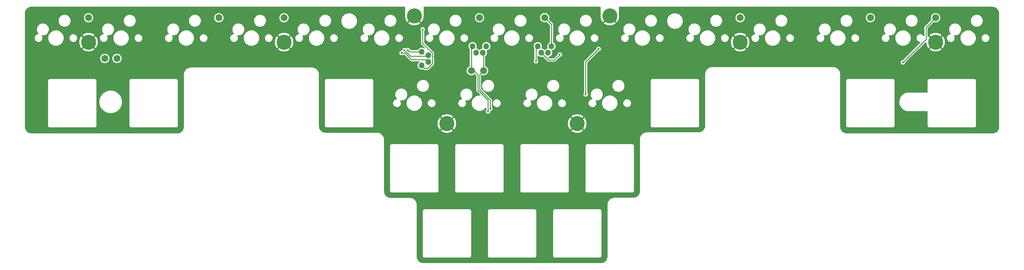
<source format=gtl>
G04 #@! TF.GenerationSoftware,KiCad,Pcbnew,7.0.1-0*
G04 #@! TF.CreationDate,2023-04-11T18:10:33+09:00*
G04 #@! TF.ProjectId,Sandy_Top_with_Plate_Mid,53616e64-795f-4546-9f70-5f776974685f,v.0*
G04 #@! TF.SameCoordinates,Original*
G04 #@! TF.FileFunction,Copper,L1,Top*
G04 #@! TF.FilePolarity,Positive*
%FSLAX46Y46*%
G04 Gerber Fmt 4.6, Leading zero omitted, Abs format (unit mm)*
G04 Created by KiCad (PCBNEW 7.0.1-0) date 2023-04-11 18:10:33*
%MOMM*%
%LPD*%
G01*
G04 APERTURE LIST*
G04 #@! TA.AperFunction,ComponentPad*
%ADD10C,4.400000*%
G04 #@! TD*
G04 #@! TA.AperFunction,ComponentPad*
%ADD11C,2.000000*%
G04 #@! TD*
G04 #@! TA.AperFunction,ComponentPad*
%ADD12O,1.700000X1.700000*%
G04 #@! TD*
G04 #@! TA.AperFunction,ViaPad*
%ADD13C,0.600000*%
G04 #@! TD*
G04 #@! TA.AperFunction,Conductor*
%ADD14C,0.254000*%
G04 #@! TD*
G04 APERTURE END LIST*
D10*
X224655310Y-28194030D03*
X34155310Y-28194030D03*
X186555310Y-20561655D03*
X177030310Y-52006530D03*
X91305310Y-28194030D03*
X138930310Y-52006530D03*
X129405310Y-20561655D03*
X281805310Y-28194030D03*
D11*
X262755310Y-21050280D03*
D12*
X169505310Y-29375280D03*
X168505310Y-31275280D03*
X166505310Y-31275280D03*
X165505310Y-29375280D03*
D11*
X38917810Y-32956530D03*
X34155310Y-21050280D03*
X148455310Y-21050280D03*
X72255310Y-21059655D03*
X167505310Y-21003405D03*
X149645935Y-36528405D03*
X224655310Y-21050280D03*
D12*
X131586560Y-31003405D03*
X133486560Y-32003405D03*
X133486560Y-34003405D03*
X131586560Y-35003405D03*
D11*
X281805310Y-21050280D03*
X91305310Y-21050280D03*
X146074060Y-36528405D03*
X42489685Y-32956530D03*
D12*
X150455310Y-29375280D03*
X149455310Y-31275280D03*
X147455310Y-31275280D03*
X146455310Y-29375280D03*
D13*
X150963560Y-48478405D03*
X151605310Y-47678405D03*
X127505310Y-30478405D03*
X125705310Y-31378405D03*
X126505310Y-30578405D03*
X131845310Y-24463405D03*
X183292810Y-30165905D03*
X179505310Y-43478405D03*
X171953311Y-31826406D03*
X164965310Y-33778405D03*
X272280310Y-34115405D03*
X122261560Y-36528405D03*
X193667310Y-44910405D03*
X27043310Y-25511155D03*
X299331310Y-34496405D03*
X16629310Y-34496405D03*
X157980310Y-53197155D03*
X224300000Y-24500000D03*
X139300000Y-21100000D03*
X185000000Y-29900000D03*
X252100000Y-21200000D03*
X173458435Y-53197155D03*
X182700000Y-28800000D03*
X135296460Y-32464405D03*
X243705310Y-35004405D03*
X53205310Y-18669030D03*
X127200000Y-34242405D03*
X137787310Y-46085155D03*
X185800000Y-23900000D03*
X203700000Y-30400000D03*
X142502185Y-53197155D03*
X281805310Y-35004405D03*
X243705310Y-18700000D03*
X281805310Y-18669030D03*
X224655310Y-18669030D03*
X167205310Y-24578405D03*
X110355310Y-18669030D03*
X299331310Y-19002405D03*
X222300000Y-30500000D03*
X126103310Y-18669030D03*
X67400000Y-24800000D03*
X16629310Y-19002405D03*
X262755310Y-18669030D03*
X129151310Y-28273405D03*
X152805310Y-28978405D03*
X174109310Y-26527155D03*
X204200000Y-24500000D03*
X241205310Y-30978405D03*
X91305310Y-35004405D03*
X268805310Y-30978405D03*
X213000000Y-21100000D03*
X205605310Y-35478405D03*
X135358435Y-53197155D03*
X110355310Y-25606405D03*
X72255310Y-35004405D03*
X201500000Y-29500000D03*
X132707310Y-18669030D03*
X150995310Y-34750405D03*
X167505310Y-18669030D03*
X262100000Y-23700000D03*
X193699060Y-36528405D03*
X224655310Y-35004405D03*
X183300000Y-18669030D03*
X34155310Y-18669030D03*
X180602185Y-53197155D03*
X173255310Y-35375280D03*
X128378576Y-38295671D03*
X156605310Y-21378405D03*
X193699060Y-53197155D03*
X291965310Y-31078405D03*
X146900000Y-39700000D03*
X110355310Y-35004405D03*
X205605310Y-18669030D03*
X262755310Y-35278405D03*
X34155310Y-35004405D03*
X140581310Y-31956405D03*
X122300000Y-46000000D03*
X227200000Y-30500000D03*
X73445935Y-18669030D03*
X236100000Y-30500000D03*
X53205310Y-35004405D03*
X161905310Y-34278405D03*
X122261560Y-53197155D03*
X148455310Y-18669030D03*
X189800000Y-18669030D03*
X91305310Y-18669030D03*
D14*
X150963560Y-45175277D02*
X150963560Y-48478405D01*
X146074060Y-36528405D02*
X146855310Y-36528405D01*
X146455310Y-29375280D02*
X146074060Y-29756530D01*
X146074060Y-29756530D02*
X146074060Y-36528405D01*
X146855310Y-36528405D02*
X147998609Y-37671704D01*
X147998609Y-42210326D02*
X150963560Y-45175277D01*
X147998609Y-37671704D02*
X147998609Y-42210326D01*
X149645935Y-36528405D02*
X148455310Y-37719030D01*
X149455310Y-31275280D02*
X149645935Y-31465905D01*
X148455310Y-37719030D02*
X148455310Y-42021155D01*
X149645935Y-31465905D02*
X149645935Y-36528405D01*
X151605310Y-45171155D02*
X151605310Y-47678405D01*
X148455310Y-42021155D02*
X151605310Y-45171155D01*
X131586560Y-31003405D02*
X128030310Y-31003405D01*
X128030310Y-31003405D02*
X127505310Y-30478405D01*
X128600000Y-33300000D02*
X126678405Y-31378405D01*
X133486560Y-34003405D02*
X132783155Y-33300000D01*
X132783155Y-33300000D02*
X128600000Y-33300000D01*
X126678405Y-31378405D02*
X125705310Y-31378405D01*
X133486560Y-32003405D02*
X133189965Y-32300000D01*
X126524277Y-30578405D02*
X126505310Y-30578405D01*
X128245872Y-32300000D02*
X126524277Y-30578405D01*
X133189965Y-32300000D02*
X128245872Y-32300000D01*
X133305615Y-35853405D02*
X134666760Y-34492260D01*
X134666760Y-34492260D02*
X134666760Y-31366760D01*
X131586560Y-35003405D02*
X132436560Y-35853405D01*
X131845310Y-28545310D02*
X131845310Y-24463405D01*
X132436560Y-35853405D02*
X133305615Y-35853405D01*
X134666760Y-31366760D02*
X131845310Y-28545310D01*
X169505310Y-29375280D02*
X169505310Y-22978405D01*
X179505310Y-43478405D02*
X179505310Y-33953405D01*
X169505310Y-22978405D02*
X167530310Y-21003405D01*
X167530310Y-21003405D02*
X167505310Y-21003405D01*
X179505310Y-33953405D02*
X183292810Y-30165905D01*
X166505310Y-31275280D02*
X168685510Y-33455480D01*
X170324237Y-33455480D02*
X171953311Y-31826406D01*
X168685510Y-33455480D02*
X170324237Y-33455480D01*
X164965310Y-29915280D02*
X164965310Y-33778405D01*
X279011310Y-23872405D02*
X279011310Y-27384405D01*
X281805310Y-21050280D02*
X281805310Y-21078405D01*
X165505310Y-29375280D02*
X164965310Y-29915280D01*
X281805310Y-21078405D02*
X279011310Y-23872405D01*
X279011310Y-27384405D02*
X272280310Y-34115405D01*
G04 #@! TA.AperFunction,Conductor*
G36*
X126623310Y-17870746D02*
G01*
X126669429Y-17916865D01*
X126686310Y-17979865D01*
X126686310Y-20577964D01*
X126695634Y-20615792D01*
X126712139Y-20888664D01*
X126771192Y-21210902D01*
X126868660Y-21523685D01*
X127003111Y-21822424D01*
X127172594Y-22102783D01*
X127318603Y-22289149D01*
X129009196Y-20598559D01*
X129050073Y-20571246D01*
X129098291Y-20561655D01*
X129712330Y-20561655D01*
X129760548Y-20571246D01*
X129801425Y-20598560D01*
X131492015Y-22289150D01*
X131492015Y-22289149D01*
X131638025Y-22102783D01*
X131667161Y-22054587D01*
X139719810Y-22054587D01*
X139758914Y-22314020D01*
X139758915Y-22314023D01*
X139836246Y-22564728D01*
X139950082Y-22801109D01*
X140097873Y-23017879D01*
X140097875Y-23017881D01*
X140097877Y-23017884D01*
X140276329Y-23210210D01*
X140481453Y-23373791D01*
X140708667Y-23504973D01*
X140952894Y-23600825D01*
X141208680Y-23659207D01*
X141404816Y-23673905D01*
X141535799Y-23673905D01*
X141535804Y-23673905D01*
X141731940Y-23659207D01*
X141987726Y-23600825D01*
X142231953Y-23504973D01*
X142459167Y-23373791D01*
X142664291Y-23210210D01*
X142842743Y-23017884D01*
X142990538Y-22801109D01*
X143104373Y-22564728D01*
X143181706Y-22314020D01*
X143220810Y-22054587D01*
X143220810Y-21792223D01*
X143181706Y-21532790D01*
X143104373Y-21282082D01*
X143100604Y-21274256D01*
X143043511Y-21155701D01*
X142992743Y-21050280D01*
X147094562Y-21050280D01*
X147113121Y-21274252D01*
X147113121Y-21274255D01*
X147113122Y-21274256D01*
X147168290Y-21492112D01*
X147258568Y-21697924D01*
X147381489Y-21886070D01*
X147533699Y-22051415D01*
X147711047Y-22189451D01*
X147795272Y-22235031D01*
X147908704Y-22296417D01*
X148121266Y-22369389D01*
X148342940Y-22406380D01*
X148567677Y-22406380D01*
X148567680Y-22406380D01*
X148789354Y-22369389D01*
X149001916Y-22296417D01*
X149199569Y-22189453D01*
X149259797Y-22142576D01*
X149372845Y-22054587D01*
X158697935Y-22054587D01*
X158737039Y-22314020D01*
X158737040Y-22314023D01*
X158814371Y-22564728D01*
X158928207Y-22801109D01*
X159075998Y-23017879D01*
X159076000Y-23017881D01*
X159076002Y-23017884D01*
X159254454Y-23210210D01*
X159459578Y-23373791D01*
X159686792Y-23504973D01*
X159931019Y-23600825D01*
X160186805Y-23659207D01*
X160382941Y-23673905D01*
X160513924Y-23673905D01*
X160513929Y-23673905D01*
X160710065Y-23659207D01*
X160965851Y-23600825D01*
X161210078Y-23504973D01*
X161437292Y-23373791D01*
X161642416Y-23210210D01*
X161820868Y-23017884D01*
X161968663Y-22801109D01*
X162082498Y-22564728D01*
X162159831Y-22314020D01*
X162198935Y-22054587D01*
X162198935Y-21792223D01*
X162159831Y-21532790D01*
X162082498Y-21282082D01*
X162078729Y-21274256D01*
X162021636Y-21155701D01*
X161968663Y-21045701D01*
X161825475Y-20835683D01*
X161820871Y-20828930D01*
X161820869Y-20828928D01*
X161820868Y-20828926D01*
X161642416Y-20636600D01*
X161437292Y-20473019D01*
X161210078Y-20341837D01*
X161210077Y-20341836D01*
X160965852Y-20245985D01*
X160710066Y-20187603D01*
X160674729Y-20184955D01*
X160513929Y-20172905D01*
X160382941Y-20172905D01*
X160242843Y-20183403D01*
X160186803Y-20187603D01*
X159931017Y-20245985D01*
X159686791Y-20341837D01*
X159505931Y-20446257D01*
X159459578Y-20473019D01*
X159254454Y-20636600D01*
X159121929Y-20779428D01*
X159075998Y-20828930D01*
X158928207Y-21045700D01*
X158814371Y-21282081D01*
X158737040Y-21532786D01*
X158737039Y-21532790D01*
X158697935Y-21792223D01*
X158697935Y-22054587D01*
X149372845Y-22054587D01*
X149376920Y-22051415D01*
X149529130Y-21886070D01*
X149559755Y-21839195D01*
X149652052Y-21697924D01*
X149742329Y-21492114D01*
X149797499Y-21274252D01*
X149816058Y-21050280D01*
X149797499Y-20826308D01*
X149742329Y-20608446D01*
X149652052Y-20402636D01*
X149529131Y-20214491D01*
X149529130Y-20214489D01*
X149376920Y-20049144D01*
X149199572Y-19911108D01*
X149001915Y-19804142D01*
X148858025Y-19754745D01*
X148789354Y-19731171D01*
X148567680Y-19694180D01*
X148342940Y-19694180D01*
X148121266Y-19731171D01*
X148121263Y-19731171D01*
X148121263Y-19731172D01*
X147908704Y-19804142D01*
X147711047Y-19911108D01*
X147533699Y-20049144D01*
X147381489Y-20214489D01*
X147258568Y-20402635D01*
X147168290Y-20608447D01*
X147124991Y-20779433D01*
X147113121Y-20826308D01*
X147107995Y-20888174D01*
X147094942Y-21045700D01*
X147094562Y-21050280D01*
X142992743Y-21050280D01*
X142990538Y-21045701D01*
X142847350Y-20835683D01*
X142842746Y-20828930D01*
X142842744Y-20828928D01*
X142842743Y-20828926D01*
X142664291Y-20636600D01*
X142459167Y-20473019D01*
X142231953Y-20341837D01*
X142231952Y-20341836D01*
X141987727Y-20245985D01*
X141731941Y-20187603D01*
X141696604Y-20184955D01*
X141535804Y-20172905D01*
X141404816Y-20172905D01*
X141264718Y-20183403D01*
X141208678Y-20187603D01*
X140952892Y-20245985D01*
X140708666Y-20341837D01*
X140527806Y-20446257D01*
X140481453Y-20473019D01*
X140276329Y-20636600D01*
X140143804Y-20779428D01*
X140097873Y-20828930D01*
X139950082Y-21045700D01*
X139836246Y-21282081D01*
X139758915Y-21532786D01*
X139758914Y-21532790D01*
X139719810Y-21792223D01*
X139719810Y-22054587D01*
X131667161Y-22054587D01*
X131807508Y-21822424D01*
X131941959Y-21523685D01*
X132039427Y-21210902D01*
X132098480Y-20888664D01*
X132118259Y-20561654D01*
X132111740Y-20453864D01*
X132111510Y-20446257D01*
X132111510Y-17979865D01*
X132128391Y-17916865D01*
X132174510Y-17870746D01*
X132237510Y-17853865D01*
X183762310Y-17853865D01*
X183825310Y-17870746D01*
X183871429Y-17916865D01*
X183888310Y-17979865D01*
X183888310Y-20080391D01*
X183886246Y-20103103D01*
X183862139Y-20234645D01*
X183842360Y-20561654D01*
X183862139Y-20888664D01*
X183921192Y-21210902D01*
X184018660Y-21523685D01*
X184153111Y-21822424D01*
X184322594Y-22102783D01*
X184468603Y-22289149D01*
X186159196Y-20598559D01*
X186200073Y-20571246D01*
X186248291Y-20561655D01*
X186862330Y-20561655D01*
X186910548Y-20571246D01*
X186951425Y-20598560D01*
X188642015Y-22289150D01*
X188642015Y-22289149D01*
X188788025Y-22102783D01*
X188817161Y-22054587D01*
X196869810Y-22054587D01*
X196908914Y-22314020D01*
X196908915Y-22314023D01*
X196986246Y-22564728D01*
X197100082Y-22801109D01*
X197247873Y-23017879D01*
X197247875Y-23017881D01*
X197247877Y-23017884D01*
X197426329Y-23210210D01*
X197631453Y-23373791D01*
X197858667Y-23504973D01*
X198102894Y-23600825D01*
X198358680Y-23659207D01*
X198554816Y-23673905D01*
X198685799Y-23673905D01*
X198685804Y-23673905D01*
X198881940Y-23659207D01*
X199137726Y-23600825D01*
X199381953Y-23504973D01*
X199609167Y-23373791D01*
X199814291Y-23210210D01*
X199992743Y-23017884D01*
X200140538Y-22801109D01*
X200254373Y-22564728D01*
X200331706Y-22314020D01*
X200370810Y-22054587D01*
X200370810Y-22028365D01*
X203324928Y-22028365D01*
X203344436Y-22326014D01*
X203402630Y-22618573D01*
X203498510Y-22901028D01*
X203630440Y-23168555D01*
X203796161Y-23416574D01*
X203992835Y-23640839D01*
X204182654Y-23807305D01*
X204217101Y-23837514D01*
X204332584Y-23914677D01*
X204465119Y-24003234D01*
X204732646Y-24135164D01*
X205015101Y-24231044D01*
X205015104Y-24231045D01*
X205307660Y-24289238D01*
X205605310Y-24308747D01*
X205902960Y-24289238D01*
X206195516Y-24231045D01*
X206287907Y-24199682D01*
X206477973Y-24135164D01*
X206613570Y-24068294D01*
X206745501Y-24003234D01*
X206993519Y-23837514D01*
X207217784Y-23640839D01*
X207414459Y-23416574D01*
X207580179Y-23168556D01*
X207654484Y-23017879D01*
X207712109Y-22901028D01*
X207796577Y-22652191D01*
X207807990Y-22618571D01*
X207866183Y-22326015D01*
X207883973Y-22054587D01*
X215919810Y-22054587D01*
X215958914Y-22314020D01*
X215958915Y-22314023D01*
X216036246Y-22564728D01*
X216150082Y-22801109D01*
X216297873Y-23017879D01*
X216297875Y-23017881D01*
X216297877Y-23017884D01*
X216476329Y-23210210D01*
X216681453Y-23373791D01*
X216908667Y-23504973D01*
X217152894Y-23600825D01*
X217408680Y-23659207D01*
X217604816Y-23673905D01*
X217735799Y-23673905D01*
X217735804Y-23673905D01*
X217931940Y-23659207D01*
X218187726Y-23600825D01*
X218431953Y-23504973D01*
X218659167Y-23373791D01*
X218864291Y-23210210D01*
X219042743Y-23017884D01*
X219190538Y-22801109D01*
X219304373Y-22564728D01*
X219381706Y-22314020D01*
X219420810Y-22054587D01*
X219420810Y-21792223D01*
X219381706Y-21532790D01*
X219304373Y-21282082D01*
X219300604Y-21274256D01*
X219243511Y-21155701D01*
X219192743Y-21050280D01*
X223294562Y-21050280D01*
X223313121Y-21274252D01*
X223313121Y-21274255D01*
X223313122Y-21274256D01*
X223368290Y-21492112D01*
X223458568Y-21697924D01*
X223581489Y-21886070D01*
X223733699Y-22051415D01*
X223911047Y-22189451D01*
X223995272Y-22235031D01*
X224108704Y-22296417D01*
X224321266Y-22369389D01*
X224542940Y-22406380D01*
X224767677Y-22406380D01*
X224767680Y-22406380D01*
X224989354Y-22369389D01*
X225201916Y-22296417D01*
X225399569Y-22189453D01*
X225459797Y-22142576D01*
X225572845Y-22054587D01*
X234969810Y-22054587D01*
X235008914Y-22314020D01*
X235008915Y-22314023D01*
X235086246Y-22564728D01*
X235200082Y-22801109D01*
X235347873Y-23017879D01*
X235347875Y-23017881D01*
X235347877Y-23017884D01*
X235526329Y-23210210D01*
X235731453Y-23373791D01*
X235958667Y-23504973D01*
X236202894Y-23600825D01*
X236458680Y-23659207D01*
X236654816Y-23673905D01*
X236785799Y-23673905D01*
X236785804Y-23673905D01*
X236981940Y-23659207D01*
X237237726Y-23600825D01*
X237481953Y-23504973D01*
X237709167Y-23373791D01*
X237914291Y-23210210D01*
X238092743Y-23017884D01*
X238240538Y-22801109D01*
X238354373Y-22564728D01*
X238431706Y-22314020D01*
X238470810Y-22054587D01*
X254019810Y-22054587D01*
X254058914Y-22314020D01*
X254058915Y-22314023D01*
X254136246Y-22564728D01*
X254250082Y-22801109D01*
X254397873Y-23017879D01*
X254397875Y-23017881D01*
X254397877Y-23017884D01*
X254576329Y-23210210D01*
X254781453Y-23373791D01*
X255008667Y-23504973D01*
X255252894Y-23600825D01*
X255508680Y-23659207D01*
X255704816Y-23673905D01*
X255835799Y-23673905D01*
X255835804Y-23673905D01*
X256031940Y-23659207D01*
X256287726Y-23600825D01*
X256531953Y-23504973D01*
X256759167Y-23373791D01*
X256964291Y-23210210D01*
X257142743Y-23017884D01*
X257290538Y-22801109D01*
X257404373Y-22564728D01*
X257481706Y-22314020D01*
X257520810Y-22054587D01*
X257520810Y-21792223D01*
X257481706Y-21532790D01*
X257404373Y-21282082D01*
X257400604Y-21274256D01*
X257343511Y-21155701D01*
X257292743Y-21050280D01*
X261394562Y-21050280D01*
X261413121Y-21274252D01*
X261413121Y-21274255D01*
X261413122Y-21274256D01*
X261468290Y-21492112D01*
X261558568Y-21697924D01*
X261681489Y-21886070D01*
X261833699Y-22051415D01*
X262011047Y-22189451D01*
X262095272Y-22235031D01*
X262208704Y-22296417D01*
X262421266Y-22369389D01*
X262642940Y-22406380D01*
X262867677Y-22406380D01*
X262867680Y-22406380D01*
X263089354Y-22369389D01*
X263301916Y-22296417D01*
X263499569Y-22189453D01*
X263559797Y-22142576D01*
X263672845Y-22054587D01*
X273069810Y-22054587D01*
X273108914Y-22314020D01*
X273108915Y-22314023D01*
X273186246Y-22564728D01*
X273300082Y-22801109D01*
X273447873Y-23017879D01*
X273447875Y-23017881D01*
X273447877Y-23017884D01*
X273626329Y-23210210D01*
X273831453Y-23373791D01*
X274058667Y-23504973D01*
X274302894Y-23600825D01*
X274558680Y-23659207D01*
X274754816Y-23673905D01*
X274885799Y-23673905D01*
X274885804Y-23673905D01*
X275081940Y-23659207D01*
X275337726Y-23600825D01*
X275581953Y-23504973D01*
X275809167Y-23373791D01*
X276014291Y-23210210D01*
X276192743Y-23017884D01*
X276340538Y-22801109D01*
X276454373Y-22564728D01*
X276531706Y-22314020D01*
X276570810Y-22054587D01*
X276570810Y-21792223D01*
X276531706Y-21532790D01*
X276454373Y-21282082D01*
X276450604Y-21274256D01*
X276393511Y-21155701D01*
X276340538Y-21045701D01*
X276197350Y-20835683D01*
X276192746Y-20828930D01*
X276192744Y-20828928D01*
X276192743Y-20828926D01*
X276014291Y-20636600D01*
X275809167Y-20473019D01*
X275581953Y-20341837D01*
X275581952Y-20341836D01*
X275337727Y-20245985D01*
X275081941Y-20187603D01*
X275046604Y-20184955D01*
X274885804Y-20172905D01*
X274754816Y-20172905D01*
X274614718Y-20183403D01*
X274558678Y-20187603D01*
X274302892Y-20245985D01*
X274058666Y-20341837D01*
X273877806Y-20446257D01*
X273831453Y-20473019D01*
X273626329Y-20636600D01*
X273493804Y-20779428D01*
X273447873Y-20828930D01*
X273300082Y-21045700D01*
X273186246Y-21282081D01*
X273108915Y-21532786D01*
X273108914Y-21532790D01*
X273069810Y-21792223D01*
X273069810Y-22054587D01*
X263672845Y-22054587D01*
X263676920Y-22051415D01*
X263829130Y-21886070D01*
X263859755Y-21839195D01*
X263952052Y-21697924D01*
X264042329Y-21492114D01*
X264097499Y-21274252D01*
X264116058Y-21050280D01*
X264097499Y-20826308D01*
X264042329Y-20608446D01*
X263952052Y-20402636D01*
X263829131Y-20214491D01*
X263829130Y-20214489D01*
X263676920Y-20049144D01*
X263499572Y-19911108D01*
X263301915Y-19804142D01*
X263158025Y-19754745D01*
X263089354Y-19731171D01*
X262867680Y-19694180D01*
X262642940Y-19694180D01*
X262421266Y-19731171D01*
X262421263Y-19731171D01*
X262421263Y-19731172D01*
X262208704Y-19804142D01*
X262011047Y-19911108D01*
X261833699Y-20049144D01*
X261681489Y-20214489D01*
X261558568Y-20402635D01*
X261468290Y-20608447D01*
X261424991Y-20779433D01*
X261413121Y-20826308D01*
X261407995Y-20888174D01*
X261394942Y-21045700D01*
X261394562Y-21050280D01*
X257292743Y-21050280D01*
X257290538Y-21045701D01*
X257147350Y-20835683D01*
X257142746Y-20828930D01*
X257142744Y-20828928D01*
X257142743Y-20828926D01*
X256964291Y-20636600D01*
X256759167Y-20473019D01*
X256531953Y-20341837D01*
X256531952Y-20341836D01*
X256287727Y-20245985D01*
X256031941Y-20187603D01*
X255996604Y-20184955D01*
X255835804Y-20172905D01*
X255704816Y-20172905D01*
X255564718Y-20183403D01*
X255508678Y-20187603D01*
X255252892Y-20245985D01*
X255008666Y-20341837D01*
X254827806Y-20446257D01*
X254781453Y-20473019D01*
X254576329Y-20636600D01*
X254443804Y-20779428D01*
X254397873Y-20828930D01*
X254250082Y-21045700D01*
X254136246Y-21282081D01*
X254058915Y-21532786D01*
X254058914Y-21532790D01*
X254019810Y-21792223D01*
X254019810Y-22054587D01*
X238470810Y-22054587D01*
X238470810Y-21792223D01*
X238431706Y-21532790D01*
X238354373Y-21282082D01*
X238350604Y-21274256D01*
X238293511Y-21155701D01*
X238240538Y-21045701D01*
X238097350Y-20835683D01*
X238092746Y-20828930D01*
X238092744Y-20828928D01*
X238092743Y-20828926D01*
X237914291Y-20636600D01*
X237709167Y-20473019D01*
X237481953Y-20341837D01*
X237481952Y-20341836D01*
X237237727Y-20245985D01*
X236981941Y-20187603D01*
X236946604Y-20184955D01*
X236785804Y-20172905D01*
X236654816Y-20172905D01*
X236514718Y-20183403D01*
X236458678Y-20187603D01*
X236202892Y-20245985D01*
X235958666Y-20341837D01*
X235777806Y-20446257D01*
X235731453Y-20473019D01*
X235526329Y-20636600D01*
X235393804Y-20779428D01*
X235347873Y-20828930D01*
X235200082Y-21045700D01*
X235086246Y-21282081D01*
X235008915Y-21532786D01*
X235008914Y-21532790D01*
X234969810Y-21792223D01*
X234969810Y-22054587D01*
X225572845Y-22054587D01*
X225576920Y-22051415D01*
X225729130Y-21886070D01*
X225759755Y-21839195D01*
X225852052Y-21697924D01*
X225942329Y-21492114D01*
X225997499Y-21274252D01*
X226016058Y-21050280D01*
X225997499Y-20826308D01*
X225942329Y-20608446D01*
X225852052Y-20402636D01*
X225729131Y-20214491D01*
X225729130Y-20214489D01*
X225576920Y-20049144D01*
X225399572Y-19911108D01*
X225201915Y-19804142D01*
X225058025Y-19754745D01*
X224989354Y-19731171D01*
X224767680Y-19694180D01*
X224542940Y-19694180D01*
X224321266Y-19731171D01*
X224321263Y-19731171D01*
X224321263Y-19731172D01*
X224108704Y-19804142D01*
X223911047Y-19911108D01*
X223733699Y-20049144D01*
X223581489Y-20214489D01*
X223458568Y-20402635D01*
X223368290Y-20608447D01*
X223324991Y-20779433D01*
X223313121Y-20826308D01*
X223307995Y-20888174D01*
X223294942Y-21045700D01*
X223294562Y-21050280D01*
X219192743Y-21050280D01*
X219190538Y-21045701D01*
X219047350Y-20835683D01*
X219042746Y-20828930D01*
X219042744Y-20828928D01*
X219042743Y-20828926D01*
X218864291Y-20636600D01*
X218659167Y-20473019D01*
X218431953Y-20341837D01*
X218431952Y-20341836D01*
X218187727Y-20245985D01*
X217931941Y-20187603D01*
X217896604Y-20184955D01*
X217735804Y-20172905D01*
X217604816Y-20172905D01*
X217464718Y-20183403D01*
X217408678Y-20187603D01*
X217152892Y-20245985D01*
X216908666Y-20341837D01*
X216727806Y-20446257D01*
X216681453Y-20473019D01*
X216476329Y-20636600D01*
X216343804Y-20779428D01*
X216297873Y-20828930D01*
X216150082Y-21045700D01*
X216036246Y-21282081D01*
X215958915Y-21532786D01*
X215958914Y-21532790D01*
X215919810Y-21792223D01*
X215919810Y-22054587D01*
X207883973Y-22054587D01*
X207885692Y-22028365D01*
X207866183Y-21730715D01*
X207807990Y-21438159D01*
X207755535Y-21283631D01*
X207712109Y-21155701D01*
X207580179Y-20888174D01*
X207545102Y-20835678D01*
X207414459Y-20640156D01*
X207270239Y-20475704D01*
X207217784Y-20415890D01*
X206993519Y-20219216D01*
X206745500Y-20053495D01*
X206477973Y-19921565D01*
X206195518Y-19825685D01*
X205902959Y-19767491D01*
X205605310Y-19747983D01*
X205307660Y-19767491D01*
X205015101Y-19825685D01*
X204732646Y-19921565D01*
X204465119Y-20053495D01*
X204217100Y-20219216D01*
X203992835Y-20415890D01*
X203796161Y-20640155D01*
X203630440Y-20888174D01*
X203498510Y-21155701D01*
X203402630Y-21438156D01*
X203344436Y-21730715D01*
X203324928Y-22028365D01*
X200370810Y-22028365D01*
X200370810Y-21792223D01*
X200331706Y-21532790D01*
X200254373Y-21282082D01*
X200250604Y-21274256D01*
X200193511Y-21155701D01*
X200140538Y-21045701D01*
X199997350Y-20835683D01*
X199992746Y-20828930D01*
X199992744Y-20828928D01*
X199992743Y-20828926D01*
X199814291Y-20636600D01*
X199609167Y-20473019D01*
X199381953Y-20341837D01*
X199381952Y-20341836D01*
X199137727Y-20245985D01*
X198881941Y-20187603D01*
X198846604Y-20184955D01*
X198685804Y-20172905D01*
X198554816Y-20172905D01*
X198414718Y-20183403D01*
X198358678Y-20187603D01*
X198102892Y-20245985D01*
X197858666Y-20341837D01*
X197677806Y-20446257D01*
X197631453Y-20473019D01*
X197426329Y-20636600D01*
X197293804Y-20779428D01*
X197247873Y-20828930D01*
X197100082Y-21045700D01*
X196986246Y-21282081D01*
X196908915Y-21532786D01*
X196908914Y-21532790D01*
X196869810Y-21792223D01*
X196869810Y-22054587D01*
X188817161Y-22054587D01*
X188957508Y-21822424D01*
X189091959Y-21523685D01*
X189189427Y-21210902D01*
X189248480Y-20888664D01*
X189268259Y-20561654D01*
X189248480Y-20234645D01*
X189239374Y-20184955D01*
X189237310Y-20162243D01*
X189237310Y-17979865D01*
X189254191Y-17916865D01*
X189300310Y-17870746D01*
X189363310Y-17853865D01*
X298451175Y-17853865D01*
X298459422Y-17854135D01*
X298698261Y-17869801D01*
X298714589Y-17871952D01*
X298945301Y-17917854D01*
X298961198Y-17922115D01*
X299183936Y-17997735D01*
X299199155Y-18004039D01*
X299410116Y-18108082D01*
X299424380Y-18116317D01*
X299619959Y-18247008D01*
X299633022Y-18257031D01*
X299809829Y-18412094D01*
X299809870Y-18412130D01*
X299821523Y-18423784D01*
X299976604Y-18600626D01*
X299986637Y-18613701D01*
X300117316Y-18809279D01*
X300125556Y-18823552D01*
X300229587Y-19034507D01*
X300235894Y-19049734D01*
X300311499Y-19272461D01*
X300315765Y-19288380D01*
X300361656Y-19519079D01*
X300363807Y-19535418D01*
X300379540Y-19775398D01*
X300379810Y-19783635D01*
X300379811Y-19822760D01*
X300379857Y-19823045D01*
X300415591Y-52945756D01*
X300415321Y-52954129D01*
X300399678Y-53192895D01*
X300397528Y-53209236D01*
X300396312Y-53215349D01*
X300351645Y-53439934D01*
X300347380Y-53455853D01*
X300271771Y-53678598D01*
X300265463Y-53693826D01*
X300161431Y-53904784D01*
X300153190Y-53919058D01*
X300022509Y-54114637D01*
X300012475Y-54127713D01*
X299857386Y-54304556D01*
X299845731Y-54316211D01*
X299668884Y-54471297D01*
X299655808Y-54481330D01*
X299460224Y-54612010D01*
X299445949Y-54620252D01*
X299234985Y-54724280D01*
X299219758Y-54730586D01*
X298997019Y-54806188D01*
X298981097Y-54810454D01*
X298750401Y-54856332D01*
X298734060Y-54858483D01*
X298494594Y-54874167D01*
X298486356Y-54874436D01*
X298447808Y-54874435D01*
X298447605Y-54874465D01*
X255859456Y-54902861D01*
X255851138Y-54902592D01*
X255833549Y-54901440D01*
X255612337Y-54886952D01*
X255595997Y-54884801D01*
X255365295Y-54838923D01*
X255349373Y-54834658D01*
X255126625Y-54759055D01*
X255111397Y-54752748D01*
X254900423Y-54648716D01*
X254886149Y-54640475D01*
X254883793Y-54638901D01*
X254690558Y-54509793D01*
X254677492Y-54499768D01*
X254529997Y-54370424D01*
X254500634Y-54344674D01*
X254488979Y-54333020D01*
X254333876Y-54156164D01*
X254323843Y-54143088D01*
X254198922Y-53956135D01*
X254193160Y-53947513D01*
X254184920Y-53933241D01*
X254174540Y-53912192D01*
X254080872Y-53722255D01*
X254074574Y-53707047D01*
X253998957Y-53484287D01*
X253994698Y-53468390D01*
X253948804Y-53237658D01*
X253946656Y-53221338D01*
X253931080Y-52983630D01*
X253930810Y-52975392D01*
X253930810Y-52618250D01*
X255679795Y-52618250D01*
X255708655Y-52744687D01*
X255764926Y-52861531D01*
X255845787Y-52962925D01*
X255947183Y-53043783D01*
X256064030Y-53100051D01*
X256190467Y-53128907D01*
X256255311Y-53128905D01*
X256255313Y-53128905D01*
X269203116Y-53128905D01*
X269203146Y-53128910D01*
X269255312Y-53128910D01*
X269320153Y-53128909D01*
X269320156Y-53128909D01*
X269351763Y-53121694D01*
X269446589Y-53100049D01*
X269563432Y-53043779D01*
X269658114Y-52968271D01*
X269664823Y-52962921D01*
X269664824Y-52962920D01*
X269745682Y-52861527D01*
X269801951Y-52744684D01*
X269830810Y-52618249D01*
X269830810Y-52553406D01*
X269830810Y-52528874D01*
X269830810Y-45628382D01*
X271223940Y-45628382D01*
X271236060Y-45942024D01*
X271284074Y-46252207D01*
X271358615Y-46523082D01*
X271367353Y-46554834D01*
X271484795Y-46845911D01*
X271634849Y-47121596D01*
X271815536Y-47378248D01*
X272024469Y-47612481D01*
X272042872Y-47628866D01*
X272258894Y-47821204D01*
X272515704Y-48001654D01*
X272791533Y-48151464D01*
X273082708Y-48268637D01*
X273134198Y-48282756D01*
X273385414Y-48351642D01*
X273592074Y-48383441D01*
X273695632Y-48399376D01*
X273695639Y-48399377D01*
X273805043Y-48403544D01*
X273814532Y-48405405D01*
X273827830Y-48405405D01*
X273851528Y-48405405D01*
X273856278Y-48405494D01*
X273876977Y-48406276D01*
X273876977Y-48406275D01*
X273888255Y-48406701D01*
X273897576Y-48405405D01*
X279366310Y-48405405D01*
X279429310Y-48422286D01*
X279475429Y-48468405D01*
X279492310Y-48531405D01*
X279492310Y-52501200D01*
X279492295Y-52501275D01*
X279492295Y-52553406D01*
X279492295Y-52618250D01*
X279521155Y-52744687D01*
X279577426Y-52861531D01*
X279658287Y-52962925D01*
X279759683Y-53043783D01*
X279876530Y-53100051D01*
X280002967Y-53128907D01*
X280067811Y-53128905D01*
X280067813Y-53128905D01*
X293015616Y-53128905D01*
X293015646Y-53128910D01*
X293067812Y-53128910D01*
X293132653Y-53128909D01*
X293132656Y-53128909D01*
X293164263Y-53121694D01*
X293259089Y-53100049D01*
X293375932Y-53043779D01*
X293470614Y-52968271D01*
X293477323Y-52962921D01*
X293477324Y-52962920D01*
X293558182Y-52861527D01*
X293614451Y-52744684D01*
X293643310Y-52618249D01*
X293643310Y-52553406D01*
X293643310Y-52528874D01*
X293643310Y-39540093D01*
X293643310Y-39517812D01*
X293643295Y-39517727D01*
X293643295Y-39488563D01*
X293614439Y-39362132D01*
X293614439Y-39362130D01*
X293558173Y-39245288D01*
X293477317Y-39143895D01*
X293375927Y-39063037D01*
X293375917Y-39063032D01*
X293259085Y-39006766D01*
X293132655Y-38977907D01*
X293095291Y-38977905D01*
X293095290Y-38977905D01*
X280054498Y-38977905D01*
X280036866Y-38977905D01*
X280036837Y-38977909D01*
X280002967Y-38977909D01*
X279876535Y-39006764D01*
X279759689Y-39063032D01*
X279658294Y-39143890D01*
X279577436Y-39245283D01*
X279521166Y-39362128D01*
X279492310Y-39488562D01*
X279492310Y-42826891D01*
X279475428Y-42889894D01*
X279429305Y-42936013D01*
X279366301Y-42952891D01*
X274007490Y-42952521D01*
X274007339Y-42952491D01*
X273798367Y-42952566D01*
X273486568Y-42988567D01*
X273180955Y-43060096D01*
X272885552Y-43166214D01*
X272604286Y-43305508D01*
X272340839Y-43476154D01*
X272098721Y-43675881D01*
X271881098Y-43902073D01*
X271690863Y-44151729D01*
X271530524Y-44421551D01*
X271402185Y-44708003D01*
X271307557Y-45007266D01*
X271307556Y-45007270D01*
X271307556Y-45007271D01*
X271302447Y-45033650D01*
X271247877Y-45315426D01*
X271223940Y-45628382D01*
X269830810Y-45628382D01*
X269830810Y-39540093D01*
X269830810Y-39517812D01*
X269830795Y-39517727D01*
X269830795Y-39488563D01*
X269801939Y-39362132D01*
X269801939Y-39362130D01*
X269745673Y-39245288D01*
X269664817Y-39143895D01*
X269563427Y-39063037D01*
X269563417Y-39063032D01*
X269446585Y-39006766D01*
X269320155Y-38977907D01*
X269282791Y-38977905D01*
X269282790Y-38977905D01*
X256241998Y-38977905D01*
X256224366Y-38977905D01*
X256224337Y-38977909D01*
X256190467Y-38977909D01*
X256064035Y-39006764D01*
X255947189Y-39063032D01*
X255845794Y-39143890D01*
X255764936Y-39245283D01*
X255708666Y-39362128D01*
X255679810Y-39488562D01*
X255679810Y-52501200D01*
X255679795Y-52501275D01*
X255679795Y-52553406D01*
X255679795Y-52618250D01*
X253930810Y-52618250D01*
X253930810Y-37626384D01*
X253930811Y-37626373D01*
X253930810Y-37601320D01*
X253930811Y-37601320D01*
X253930810Y-37576789D01*
X253930810Y-37563481D01*
X253930810Y-37539235D01*
X253930805Y-37539208D01*
X253930801Y-37440753D01*
X253914214Y-37314809D01*
X253895277Y-37171019D01*
X253824852Y-36908225D01*
X253720730Y-36656872D01*
X253584693Y-36421258D01*
X253419067Y-36205415D01*
X253419066Y-36205414D01*
X253419063Y-36205410D01*
X253226688Y-36013035D01*
X253010848Y-35847410D01*
X252795434Y-35723036D01*
X252775231Y-35711371D01*
X252775229Y-35711370D01*
X252775227Y-35711369D01*
X252523884Y-35607251D01*
X252523880Y-35607250D01*
X252523878Y-35607249D01*
X252261084Y-35536824D01*
X252261081Y-35536823D01*
X252261079Y-35536823D01*
X251991347Y-35501298D01*
X251856835Y-35501293D01*
X251856834Y-35501292D01*
X251856834Y-35501293D01*
X216578499Y-35490519D01*
X216578427Y-35490508D01*
X216535311Y-35490507D01*
X216535310Y-35490507D01*
X216535266Y-35490506D01*
X216499607Y-35490496D01*
X216499529Y-35490510D01*
X216399274Y-35490510D01*
X216129533Y-35526020D01*
X215866729Y-35596437D01*
X215615366Y-35700554D01*
X215379752Y-35836586D01*
X215163893Y-36002220D01*
X214971517Y-36194596D01*
X214805890Y-36410444D01*
X214669855Y-36646064D01*
X214565738Y-36897426D01*
X214495321Y-37160230D01*
X214459810Y-37429972D01*
X214459810Y-52636885D01*
X214459540Y-52645126D01*
X214443885Y-52883960D01*
X214441734Y-52900301D01*
X214395843Y-53131005D01*
X214391577Y-53146924D01*
X214315968Y-53369661D01*
X214309661Y-53384888D01*
X214205627Y-53595848D01*
X214197386Y-53610122D01*
X214066703Y-53805701D01*
X214056670Y-53818777D01*
X213901583Y-53995620D01*
X213889929Y-54007273D01*
X213713076Y-54162371D01*
X213700000Y-54172405D01*
X213504428Y-54303082D01*
X213490154Y-54311323D01*
X213279186Y-54415361D01*
X213263960Y-54421668D01*
X213041228Y-54497276D01*
X213025308Y-54501542D01*
X212794604Y-54547433D01*
X212778264Y-54549584D01*
X212539469Y-54565237D01*
X212531233Y-54565507D01*
X212491956Y-54565508D01*
X212491779Y-54565535D01*
X197455507Y-54575507D01*
X197455310Y-54575507D01*
X197450996Y-54575510D01*
X197319274Y-54575510D01*
X197049533Y-54611020D01*
X196786729Y-54681437D01*
X196535366Y-54785554D01*
X196299752Y-54921586D01*
X196083893Y-55087220D01*
X195891517Y-55279596D01*
X195725890Y-55495444D01*
X195589855Y-55731064D01*
X195485738Y-55982426D01*
X195415321Y-56245230D01*
X195379810Y-56514972D01*
X195379810Y-71778448D01*
X195379540Y-71786694D01*
X195363877Y-72025527D01*
X195361725Y-72041867D01*
X195315829Y-72272559D01*
X195311563Y-72288478D01*
X195235949Y-72511210D01*
X195229641Y-72526437D01*
X195125604Y-72737387D01*
X195117364Y-72751659D01*
X194986677Y-72947236D01*
X194976643Y-72960311D01*
X194821557Y-73137147D01*
X194809903Y-73148801D01*
X194633058Y-73303885D01*
X194619983Y-73313918D01*
X194424400Y-73444599D01*
X194410130Y-73452837D01*
X194266461Y-73523686D01*
X194199175Y-73556867D01*
X194183949Y-73563173D01*
X193961217Y-73638779D01*
X193945297Y-73643045D01*
X193714598Y-73688934D01*
X193698258Y-73691085D01*
X193458376Y-73706809D01*
X193450141Y-73707079D01*
X193411508Y-73707080D01*
X193411013Y-73707158D01*
X187993257Y-73717010D01*
X187819272Y-73717010D01*
X187549524Y-73752522D01*
X187286717Y-73822941D01*
X187035348Y-73927063D01*
X186799724Y-74063104D01*
X186583873Y-74228737D01*
X186391489Y-74421128D01*
X186225863Y-74636984D01*
X186089829Y-74872617D01*
X185985721Y-75123978D01*
X185915309Y-75386790D01*
X185879805Y-75656545D01*
X185879810Y-75779267D01*
X185879810Y-90920036D01*
X185879540Y-90928275D01*
X185863890Y-91167109D01*
X185861739Y-91183449D01*
X185815856Y-91414143D01*
X185811590Y-91430065D01*
X185735980Y-91652810D01*
X185729673Y-91668037D01*
X185625641Y-91878995D01*
X185617400Y-91893269D01*
X185486719Y-92088847D01*
X185476685Y-92101924D01*
X185321598Y-92278763D01*
X185309944Y-92290417D01*
X185133086Y-92445514D01*
X185120009Y-92455547D01*
X184924434Y-92586221D01*
X184910159Y-92594462D01*
X184699199Y-92698489D01*
X184683972Y-92704796D01*
X184461236Y-92780398D01*
X184445314Y-92784664D01*
X184214612Y-92830544D01*
X184198272Y-92832695D01*
X183958803Y-92848381D01*
X183950564Y-92848650D01*
X183913688Y-92848649D01*
X183913648Y-92848654D01*
X132034432Y-92852863D01*
X132026183Y-92852593D01*
X131787356Y-92836942D01*
X131771015Y-92834791D01*
X131716369Y-92823921D01*
X131540311Y-92788901D01*
X131524392Y-92784635D01*
X131301659Y-92709028D01*
X131286432Y-92702721D01*
X131285260Y-92702143D01*
X131075466Y-92598684D01*
X131061200Y-92590447D01*
X130865618Y-92459763D01*
X130852542Y-92449729D01*
X130675702Y-92294643D01*
X130664047Y-92282989D01*
X130508953Y-92106135D01*
X130498920Y-92093059D01*
X130368239Y-91897477D01*
X130360005Y-91883214D01*
X130255966Y-91672240D01*
X130249664Y-91657025D01*
X130248233Y-91652810D01*
X130174056Y-91434278D01*
X130169791Y-91418359D01*
X130123903Y-91187648D01*
X130121755Y-91171333D01*
X130111907Y-91021034D01*
X130106080Y-90932096D01*
X130105810Y-90923858D01*
X130105810Y-90718250D01*
X131854795Y-90718250D01*
X131883655Y-90844687D01*
X131939926Y-90961531D01*
X132020787Y-91062925D01*
X132122183Y-91143783D01*
X132239030Y-91200051D01*
X132365467Y-91228907D01*
X132430311Y-91228905D01*
X132430313Y-91228905D01*
X145378116Y-91228905D01*
X145378146Y-91228910D01*
X145430312Y-91228910D01*
X145495153Y-91228909D01*
X145495156Y-91228909D01*
X145526763Y-91221694D01*
X145621589Y-91200049D01*
X145738432Y-91143779D01*
X145821034Y-91077905D01*
X145839823Y-91062921D01*
X145873225Y-91021036D01*
X145920682Y-90961527D01*
X145976951Y-90844684D01*
X146005810Y-90718250D01*
X150904795Y-90718250D01*
X150933655Y-90844687D01*
X150989926Y-90961531D01*
X151070787Y-91062925D01*
X151172183Y-91143783D01*
X151289030Y-91200051D01*
X151415467Y-91228907D01*
X151480311Y-91228905D01*
X151480313Y-91228905D01*
X164428116Y-91228905D01*
X164428146Y-91228910D01*
X164480312Y-91228910D01*
X164545153Y-91228909D01*
X164545156Y-91228909D01*
X164576763Y-91221694D01*
X164671589Y-91200049D01*
X164788432Y-91143779D01*
X164871034Y-91077905D01*
X164889823Y-91062921D01*
X164923225Y-91021036D01*
X164970682Y-90961527D01*
X165026951Y-90844684D01*
X165055810Y-90718250D01*
X169954795Y-90718250D01*
X169983655Y-90844687D01*
X170039926Y-90961531D01*
X170120787Y-91062925D01*
X170222183Y-91143783D01*
X170339030Y-91200051D01*
X170465467Y-91228907D01*
X170530311Y-91228905D01*
X170530313Y-91228905D01*
X183478116Y-91228905D01*
X183478146Y-91228910D01*
X183530312Y-91228910D01*
X183595153Y-91228909D01*
X183595156Y-91228909D01*
X183626763Y-91221694D01*
X183721589Y-91200049D01*
X183838432Y-91143779D01*
X183921034Y-91077905D01*
X183939823Y-91062921D01*
X183973225Y-91021036D01*
X184020682Y-90961527D01*
X184076951Y-90844684D01*
X184105810Y-90718249D01*
X184105810Y-90653406D01*
X184105810Y-90628874D01*
X184105810Y-77640093D01*
X184105810Y-77617812D01*
X184105795Y-77617727D01*
X184105795Y-77588563D01*
X184076939Y-77462132D01*
X184076939Y-77462130D01*
X184020673Y-77345288D01*
X183939817Y-77243895D01*
X183838427Y-77163037D01*
X183838417Y-77163032D01*
X183721585Y-77106766D01*
X183595155Y-77077907D01*
X183557791Y-77077905D01*
X183557790Y-77077905D01*
X170516998Y-77077905D01*
X170499366Y-77077905D01*
X170499337Y-77077909D01*
X170465467Y-77077909D01*
X170339035Y-77106764D01*
X170222189Y-77163032D01*
X170120794Y-77243890D01*
X170039936Y-77345283D01*
X169983666Y-77462128D01*
X169954810Y-77588562D01*
X169954810Y-90601200D01*
X169954795Y-90601275D01*
X169954795Y-90653406D01*
X169954795Y-90718250D01*
X165055810Y-90718250D01*
X165055810Y-90718249D01*
X165055810Y-90653406D01*
X165055810Y-90628874D01*
X165055810Y-77640093D01*
X165055810Y-77617812D01*
X165055795Y-77617727D01*
X165055795Y-77588563D01*
X165026939Y-77462132D01*
X165026939Y-77462130D01*
X164970673Y-77345288D01*
X164889817Y-77243895D01*
X164788427Y-77163037D01*
X164788417Y-77163032D01*
X164671585Y-77106766D01*
X164545155Y-77077907D01*
X164507791Y-77077905D01*
X164507790Y-77077905D01*
X151466998Y-77077905D01*
X151449366Y-77077905D01*
X151449337Y-77077909D01*
X151415467Y-77077909D01*
X151289035Y-77106764D01*
X151172189Y-77163032D01*
X151070794Y-77243890D01*
X150989936Y-77345283D01*
X150933666Y-77462128D01*
X150904810Y-77588562D01*
X150904810Y-90601200D01*
X150904795Y-90601275D01*
X150904795Y-90653406D01*
X150904795Y-90718250D01*
X146005810Y-90718250D01*
X146005810Y-90718249D01*
X146005810Y-90653406D01*
X146005810Y-90628874D01*
X146005810Y-77640093D01*
X146005810Y-77617812D01*
X146005795Y-77617727D01*
X146005795Y-77588563D01*
X145976939Y-77462132D01*
X145976939Y-77462130D01*
X145920673Y-77345288D01*
X145839817Y-77243895D01*
X145738427Y-77163037D01*
X145738417Y-77163032D01*
X145621585Y-77106766D01*
X145495155Y-77077907D01*
X145457791Y-77077905D01*
X145457790Y-77077905D01*
X132416998Y-77077905D01*
X132399366Y-77077905D01*
X132399337Y-77077909D01*
X132365467Y-77077909D01*
X132239035Y-77106764D01*
X132122189Y-77163032D01*
X132020794Y-77243890D01*
X131939936Y-77345283D01*
X131883666Y-77462128D01*
X131854810Y-77588562D01*
X131854810Y-90601200D01*
X131854795Y-90601275D01*
X131854795Y-90653406D01*
X131854795Y-90718250D01*
X130105810Y-90718250D01*
X130105810Y-75905579D01*
X130105835Y-75905448D01*
X130105834Y-75853364D01*
X130105835Y-75853364D01*
X130105832Y-75717328D01*
X130070316Y-75447585D01*
X129999895Y-75184785D01*
X129895774Y-74933424D01*
X129860664Y-74872614D01*
X129759736Y-74697805D01*
X129594110Y-74481959D01*
X129401721Y-74289573D01*
X129185873Y-74123949D01*
X128950254Y-73987914D01*
X128742020Y-73901661D01*
X128698891Y-73883797D01*
X128436090Y-73813379D01*
X128436087Y-73813378D01*
X128436085Y-73813378D01*
X128166345Y-73777865D01*
X128057790Y-73777865D01*
X122509430Y-73777865D01*
X122501190Y-73777595D01*
X122262356Y-73761942D01*
X122246014Y-73759791D01*
X122015311Y-73713901D01*
X121999392Y-73709635D01*
X121776659Y-73634028D01*
X121761432Y-73627721D01*
X121625162Y-73560520D01*
X121550466Y-73523684D01*
X121536200Y-73515447D01*
X121340618Y-73384763D01*
X121327542Y-73374729D01*
X121150702Y-73219643D01*
X121139047Y-73207989D01*
X121087141Y-73148801D01*
X120983950Y-73031132D01*
X120973920Y-73018059D01*
X120931184Y-72954099D01*
X120843237Y-72822473D01*
X120835005Y-72808214D01*
X120730966Y-72597240D01*
X120724664Y-72582025D01*
X120649056Y-72359278D01*
X120644791Y-72343359D01*
X120630709Y-72272559D01*
X120598903Y-72112648D01*
X120596755Y-72096333D01*
X120587407Y-71953676D01*
X120581080Y-71857096D01*
X120580810Y-71848858D01*
X120580810Y-71668250D01*
X122329795Y-71668250D01*
X122358655Y-71794687D01*
X122414926Y-71911531D01*
X122495787Y-72012925D01*
X122597183Y-72093783D01*
X122714030Y-72150051D01*
X122840467Y-72178907D01*
X122905311Y-72178905D01*
X122905313Y-72178905D01*
X135853116Y-72178905D01*
X135853146Y-72178910D01*
X135905312Y-72178910D01*
X135970153Y-72178909D01*
X135970156Y-72178909D01*
X136001763Y-72171694D01*
X136096589Y-72150049D01*
X136213432Y-72093779D01*
X136314167Y-72013444D01*
X136314823Y-72012921D01*
X136348225Y-71971036D01*
X136395682Y-71911527D01*
X136451951Y-71794684D01*
X136480810Y-71668250D01*
X141379795Y-71668250D01*
X141408655Y-71794687D01*
X141464926Y-71911531D01*
X141545787Y-72012925D01*
X141647183Y-72093783D01*
X141764030Y-72150051D01*
X141890467Y-72178907D01*
X141955311Y-72178905D01*
X141955313Y-72178905D01*
X154903116Y-72178905D01*
X154903146Y-72178910D01*
X154955312Y-72178910D01*
X155020153Y-72178909D01*
X155020156Y-72178909D01*
X155051763Y-72171694D01*
X155146589Y-72150049D01*
X155263432Y-72093779D01*
X155364167Y-72013444D01*
X155364823Y-72012921D01*
X155398225Y-71971036D01*
X155445682Y-71911527D01*
X155501951Y-71794684D01*
X155530810Y-71668250D01*
X160429795Y-71668250D01*
X160458655Y-71794687D01*
X160514926Y-71911531D01*
X160595787Y-72012925D01*
X160697183Y-72093783D01*
X160814030Y-72150051D01*
X160940467Y-72178907D01*
X161005311Y-72178905D01*
X161005313Y-72178905D01*
X173953116Y-72178905D01*
X173953146Y-72178910D01*
X174005312Y-72178910D01*
X174070153Y-72178909D01*
X174070156Y-72178909D01*
X174101763Y-72171694D01*
X174196589Y-72150049D01*
X174313432Y-72093779D01*
X174414167Y-72013444D01*
X174414823Y-72012921D01*
X174448225Y-71971036D01*
X174495682Y-71911527D01*
X174551951Y-71794684D01*
X174580810Y-71668250D01*
X179479795Y-71668250D01*
X179508655Y-71794687D01*
X179564926Y-71911531D01*
X179645787Y-72012925D01*
X179747183Y-72093783D01*
X179864030Y-72150051D01*
X179990467Y-72178907D01*
X180055311Y-72178905D01*
X180055313Y-72178905D01*
X193003116Y-72178905D01*
X193003146Y-72178910D01*
X193055312Y-72178910D01*
X193120153Y-72178909D01*
X193120156Y-72178909D01*
X193151763Y-72171694D01*
X193246589Y-72150049D01*
X193363432Y-72093779D01*
X193464167Y-72013444D01*
X193464823Y-72012921D01*
X193498225Y-71971036D01*
X193545682Y-71911527D01*
X193601951Y-71794684D01*
X193630810Y-71668249D01*
X193630810Y-71603406D01*
X193630810Y-71578874D01*
X193630810Y-58590093D01*
X193630810Y-58567812D01*
X193630795Y-58567727D01*
X193630795Y-58538563D01*
X193601939Y-58412132D01*
X193601939Y-58412130D01*
X193545673Y-58295288D01*
X193464817Y-58193895D01*
X193363427Y-58113037D01*
X193363417Y-58113032D01*
X193246585Y-58056766D01*
X193120155Y-58027907D01*
X193082791Y-58027905D01*
X193082790Y-58027905D01*
X180041998Y-58027905D01*
X180024366Y-58027905D01*
X180024337Y-58027909D01*
X179990467Y-58027909D01*
X179864035Y-58056764D01*
X179747189Y-58113032D01*
X179645794Y-58193890D01*
X179564936Y-58295283D01*
X179508666Y-58412128D01*
X179479810Y-58538562D01*
X179479810Y-71551200D01*
X179479795Y-71551275D01*
X179479795Y-71603406D01*
X179479795Y-71668250D01*
X174580810Y-71668250D01*
X174580810Y-71668249D01*
X174580810Y-71603406D01*
X174580810Y-71578874D01*
X174580810Y-58590093D01*
X174580810Y-58567812D01*
X174580795Y-58567727D01*
X174580795Y-58538563D01*
X174551939Y-58412132D01*
X174551939Y-58412130D01*
X174495673Y-58295288D01*
X174414817Y-58193895D01*
X174313427Y-58113037D01*
X174313417Y-58113032D01*
X174196585Y-58056766D01*
X174070155Y-58027907D01*
X174032791Y-58027905D01*
X174032790Y-58027905D01*
X160991998Y-58027905D01*
X160974366Y-58027905D01*
X160974337Y-58027909D01*
X160940467Y-58027909D01*
X160814035Y-58056764D01*
X160697189Y-58113032D01*
X160595794Y-58193890D01*
X160514936Y-58295283D01*
X160458666Y-58412128D01*
X160429810Y-58538562D01*
X160429810Y-71551200D01*
X160429795Y-71551275D01*
X160429795Y-71603406D01*
X160429795Y-71668250D01*
X155530810Y-71668250D01*
X155530810Y-71668249D01*
X155530810Y-71603406D01*
X155530810Y-71578874D01*
X155530810Y-58590093D01*
X155530810Y-58567812D01*
X155530795Y-58567727D01*
X155530795Y-58538563D01*
X155501939Y-58412132D01*
X155501939Y-58412130D01*
X155445673Y-58295288D01*
X155364817Y-58193895D01*
X155263427Y-58113037D01*
X155263417Y-58113032D01*
X155146585Y-58056766D01*
X155020155Y-58027907D01*
X154982791Y-58027905D01*
X154982790Y-58027905D01*
X141941998Y-58027905D01*
X141924366Y-58027905D01*
X141924337Y-58027909D01*
X141890467Y-58027909D01*
X141764035Y-58056764D01*
X141647189Y-58113032D01*
X141545794Y-58193890D01*
X141464936Y-58295283D01*
X141408666Y-58412128D01*
X141379810Y-58538562D01*
X141379810Y-71551200D01*
X141379795Y-71551275D01*
X141379795Y-71603406D01*
X141379795Y-71668250D01*
X136480810Y-71668250D01*
X136480810Y-71668249D01*
X136480810Y-71603406D01*
X136480810Y-71578874D01*
X136480810Y-58590093D01*
X136480810Y-58567812D01*
X136480795Y-58567727D01*
X136480795Y-58538563D01*
X136451939Y-58412132D01*
X136451939Y-58412130D01*
X136395673Y-58295288D01*
X136314817Y-58193895D01*
X136213427Y-58113037D01*
X136213417Y-58113032D01*
X136096585Y-58056766D01*
X135970155Y-58027907D01*
X135932791Y-58027905D01*
X135932790Y-58027905D01*
X122891998Y-58027905D01*
X122874366Y-58027905D01*
X122874337Y-58027909D01*
X122840467Y-58027909D01*
X122714035Y-58056764D01*
X122597189Y-58113032D01*
X122495794Y-58193890D01*
X122414936Y-58295283D01*
X122358666Y-58412128D01*
X122329810Y-58538562D01*
X122329810Y-71551200D01*
X122329795Y-71551275D01*
X122329795Y-71603406D01*
X122329795Y-71668250D01*
X120580810Y-71668250D01*
X120580810Y-56830579D01*
X120580835Y-56830448D01*
X120580834Y-56778364D01*
X120580835Y-56778364D01*
X120580832Y-56642328D01*
X120545316Y-56372585D01*
X120474895Y-56109785D01*
X120370774Y-55858424D01*
X120234736Y-55622805D01*
X120137009Y-55495446D01*
X120069110Y-55406959D01*
X119876721Y-55214573D01*
X119660873Y-55048949D01*
X119425254Y-54912914D01*
X119208359Y-54823074D01*
X119173891Y-54808797D01*
X118911090Y-54738379D01*
X118911087Y-54738378D01*
X118911085Y-54738378D01*
X118641345Y-54702865D01*
X118532790Y-54702865D01*
X103449430Y-54702865D01*
X103441190Y-54702595D01*
X103202356Y-54686942D01*
X103186014Y-54684791D01*
X102955311Y-54638901D01*
X102939392Y-54634635D01*
X102716659Y-54559028D01*
X102701432Y-54552721D01*
X102682083Y-54543179D01*
X102490466Y-54448684D01*
X102476200Y-54440447D01*
X102303387Y-54324977D01*
X102280618Y-54309763D01*
X102267542Y-54299729D01*
X102122358Y-54172405D01*
X102090699Y-54144640D01*
X102079047Y-54132989D01*
X102075410Y-54128842D01*
X102044184Y-54093235D01*
X137202813Y-54093235D01*
X137389181Y-54239245D01*
X137669540Y-54408728D01*
X137968279Y-54543179D01*
X138281062Y-54640647D01*
X138603300Y-54699700D01*
X138930310Y-54719479D01*
X139257319Y-54699700D01*
X139579557Y-54640647D01*
X139892340Y-54543179D01*
X140191079Y-54408728D01*
X140471438Y-54239245D01*
X140657804Y-54093235D01*
X140657805Y-54093235D01*
X175302813Y-54093235D01*
X175489181Y-54239245D01*
X175769540Y-54408728D01*
X176068279Y-54543179D01*
X176381062Y-54640647D01*
X176703300Y-54699700D01*
X177030310Y-54719479D01*
X177357319Y-54699700D01*
X177679557Y-54640647D01*
X177992340Y-54543179D01*
X178291079Y-54408728D01*
X178571438Y-54239245D01*
X178757804Y-54093235D01*
X178757805Y-54093235D01*
X177030311Y-52365740D01*
X177030309Y-52365740D01*
X175302813Y-54093235D01*
X140657805Y-54093235D01*
X138930311Y-52365740D01*
X138930309Y-52365740D01*
X137202813Y-54093235D01*
X102044184Y-54093235D01*
X101923950Y-53956132D01*
X101913920Y-53943059D01*
X101912306Y-53940644D01*
X101783237Y-53747473D01*
X101775005Y-53733214D01*
X101670966Y-53522240D01*
X101664664Y-53507025D01*
X101654295Y-53476478D01*
X101618038Y-53369661D01*
X101589056Y-53284278D01*
X101584791Y-53268359D01*
X101575858Y-53223446D01*
X101538903Y-53037648D01*
X101536755Y-53021333D01*
X101527407Y-52878676D01*
X101521080Y-52782096D01*
X101520810Y-52773858D01*
X101520810Y-52618250D01*
X103279795Y-52618250D01*
X103308655Y-52744687D01*
X103364926Y-52861531D01*
X103445787Y-52962925D01*
X103547183Y-53043783D01*
X103664030Y-53100051D01*
X103790467Y-53128907D01*
X103855311Y-53128905D01*
X103855313Y-53128905D01*
X116803116Y-53128905D01*
X116803146Y-53128910D01*
X116855312Y-53128910D01*
X116920153Y-53128909D01*
X116920156Y-53128909D01*
X116951763Y-53121694D01*
X117046589Y-53100049D01*
X117163432Y-53043779D01*
X117258114Y-52968271D01*
X117264823Y-52962921D01*
X117264824Y-52962920D01*
X117345682Y-52861527D01*
X117401951Y-52744684D01*
X117430810Y-52618249D01*
X117430810Y-52553406D01*
X117430810Y-52528874D01*
X117430810Y-52006529D01*
X136217360Y-52006529D01*
X136237139Y-52333539D01*
X136296192Y-52655777D01*
X136393660Y-52968560D01*
X136528111Y-53267299D01*
X136697594Y-53547658D01*
X136843603Y-53734025D01*
X138571099Y-52006530D01*
X139289520Y-52006530D01*
X141017015Y-53734025D01*
X141017015Y-53734024D01*
X141163025Y-53547658D01*
X141332508Y-53267299D01*
X141466959Y-52968560D01*
X141564427Y-52655777D01*
X141623480Y-52333539D01*
X141643259Y-52006530D01*
X174317360Y-52006530D01*
X174337139Y-52333539D01*
X174396192Y-52655777D01*
X174493660Y-52968560D01*
X174628111Y-53267299D01*
X174797594Y-53547658D01*
X174943603Y-53734025D01*
X176671099Y-52006530D01*
X177389520Y-52006530D01*
X179117015Y-53734025D01*
X179117015Y-53734024D01*
X179263025Y-53547658D01*
X179432508Y-53267299D01*
X179566959Y-52968560D01*
X179664427Y-52655777D01*
X179671304Y-52618250D01*
X198529795Y-52618250D01*
X198558655Y-52744687D01*
X198614926Y-52861531D01*
X198695787Y-52962925D01*
X198797183Y-53043783D01*
X198914030Y-53100051D01*
X199040467Y-53128907D01*
X199105311Y-53128905D01*
X199105313Y-53128905D01*
X212053116Y-53128905D01*
X212053146Y-53128910D01*
X212105312Y-53128910D01*
X212170153Y-53128909D01*
X212170156Y-53128909D01*
X212201763Y-53121694D01*
X212296589Y-53100049D01*
X212413432Y-53043779D01*
X212508114Y-52968271D01*
X212514823Y-52962921D01*
X212514824Y-52962920D01*
X212595682Y-52861527D01*
X212651951Y-52744684D01*
X212680810Y-52618249D01*
X212680810Y-52553406D01*
X212680810Y-52528874D01*
X212680810Y-39540093D01*
X212680810Y-39517812D01*
X212680795Y-39517727D01*
X212680795Y-39488563D01*
X212651939Y-39362132D01*
X212651939Y-39362130D01*
X212595673Y-39245288D01*
X212514817Y-39143895D01*
X212413427Y-39063037D01*
X212413417Y-39063032D01*
X212296585Y-39006766D01*
X212170155Y-38977907D01*
X212132791Y-38977905D01*
X212132790Y-38977905D01*
X199091998Y-38977905D01*
X199074366Y-38977905D01*
X199074337Y-38977909D01*
X199040467Y-38977909D01*
X198914035Y-39006764D01*
X198797189Y-39063032D01*
X198695794Y-39143890D01*
X198614936Y-39245283D01*
X198558666Y-39362128D01*
X198529810Y-39488562D01*
X198529810Y-52501200D01*
X198529795Y-52501275D01*
X198529795Y-52553406D01*
X198529795Y-52618250D01*
X179671304Y-52618250D01*
X179723480Y-52333539D01*
X179743259Y-52006530D01*
X179723480Y-51679520D01*
X179664427Y-51357282D01*
X179566959Y-51044499D01*
X179432508Y-50745760D01*
X179263025Y-50465401D01*
X179117015Y-50279033D01*
X177389520Y-52006528D01*
X177389520Y-52006530D01*
X176671099Y-52006530D01*
X176671099Y-52006528D01*
X174943603Y-50279033D01*
X174797595Y-50465398D01*
X174628110Y-50745762D01*
X174493660Y-51044499D01*
X174396192Y-51357282D01*
X174337139Y-51679520D01*
X174317360Y-52006530D01*
X141643259Y-52006530D01*
X141623480Y-51679520D01*
X141564427Y-51357282D01*
X141466959Y-51044499D01*
X141332508Y-50745760D01*
X141163025Y-50465401D01*
X141017015Y-50279033D01*
X139289520Y-52006528D01*
X139289520Y-52006530D01*
X138571099Y-52006530D01*
X138571099Y-52006528D01*
X136843603Y-50279033D01*
X136697595Y-50465398D01*
X136528110Y-50745762D01*
X136393660Y-51044499D01*
X136296192Y-51357282D01*
X136237139Y-51679520D01*
X136217360Y-52006529D01*
X117430810Y-52006529D01*
X117430810Y-49919823D01*
X137202813Y-49919823D01*
X138930309Y-51647319D01*
X138930311Y-51647319D01*
X140657805Y-49919823D01*
X175302813Y-49919823D01*
X177030309Y-51647319D01*
X177030311Y-51647319D01*
X178757805Y-49919823D01*
X178571438Y-49773814D01*
X178291079Y-49604331D01*
X177992340Y-49469880D01*
X177679557Y-49372412D01*
X177357319Y-49313359D01*
X177030310Y-49293580D01*
X176703300Y-49313359D01*
X176381062Y-49372412D01*
X176068279Y-49469880D01*
X175769542Y-49604330D01*
X175489178Y-49773815D01*
X175302813Y-49919823D01*
X140657805Y-49919823D01*
X140471438Y-49773814D01*
X140191079Y-49604331D01*
X139892340Y-49469880D01*
X139579557Y-49372412D01*
X139257319Y-49313359D01*
X138930310Y-49293580D01*
X138603300Y-49313359D01*
X138281062Y-49372412D01*
X137968279Y-49469880D01*
X137669542Y-49604330D01*
X137389178Y-49773815D01*
X137202813Y-49919823D01*
X117430810Y-49919823D01*
X117430810Y-45999612D01*
X123195970Y-45999612D01*
X123206197Y-46214309D01*
X123256871Y-46423192D01*
X123346163Y-46618714D01*
X123470845Y-46793806D01*
X123552511Y-46871673D01*
X123626407Y-46942132D01*
X123749536Y-47021262D01*
X123807233Y-47058342D01*
X124006775Y-47138226D01*
X124006778Y-47138227D01*
X124217838Y-47178905D01*
X124378928Y-47178905D01*
X124378933Y-47178905D01*
X124468013Y-47170398D01*
X124539281Y-47163593D01*
X124745519Y-47103036D01*
X124904139Y-47021262D01*
X124936570Y-47004543D01*
X125105524Y-46871675D01*
X125105527Y-46871673D01*
X125246286Y-46709229D01*
X125353758Y-46523082D01*
X125424060Y-46319959D01*
X125451576Y-46128573D01*
X127157143Y-46128573D01*
X127186782Y-46423195D01*
X127187221Y-46427550D01*
X127256880Y-46719854D01*
X127364879Y-47000265D01*
X127364880Y-47000267D01*
X127509290Y-47263782D01*
X127687531Y-47505693D01*
X127687533Y-47505695D01*
X127896431Y-47721694D01*
X128132256Y-47907923D01*
X128390797Y-48061057D01*
X128568326Y-48136335D01*
X128667445Y-48178366D01*
X128788492Y-48211523D01*
X128957256Y-48257753D01*
X129255065Y-48297805D01*
X129480337Y-48297805D01*
X129480343Y-48297805D01*
X129705129Y-48282757D01*
X129999597Y-48222904D01*
X130283461Y-48124336D01*
X130551653Y-47988812D01*
X130799390Y-47818751D01*
X131022249Y-47617187D01*
X131216253Y-47387717D01*
X131377941Y-47134437D01*
X131504428Y-46861865D01*
X131593456Y-46574867D01*
X131643436Y-46278563D01*
X131652762Y-45999612D01*
X133355970Y-45999612D01*
X133366197Y-46214309D01*
X133416871Y-46423192D01*
X133506163Y-46618714D01*
X133630845Y-46793806D01*
X133712511Y-46871673D01*
X133786407Y-46942132D01*
X133909536Y-47021262D01*
X133967233Y-47058342D01*
X134166775Y-47138226D01*
X134166778Y-47138227D01*
X134377838Y-47178905D01*
X134538928Y-47178905D01*
X134538933Y-47178905D01*
X134628013Y-47170398D01*
X134699281Y-47163593D01*
X134905519Y-47103036D01*
X135064139Y-47021262D01*
X135096570Y-47004543D01*
X135265524Y-46871675D01*
X135265527Y-46871673D01*
X135406286Y-46709229D01*
X135513758Y-46523082D01*
X135584060Y-46319959D01*
X135614649Y-46107202D01*
X135609524Y-45999612D01*
X142245970Y-45999612D01*
X142256197Y-46214309D01*
X142306871Y-46423192D01*
X142396163Y-46618714D01*
X142520845Y-46793806D01*
X142602511Y-46871673D01*
X142676407Y-46942132D01*
X142799536Y-47021262D01*
X142857233Y-47058342D01*
X143056775Y-47138226D01*
X143056778Y-47138227D01*
X143267838Y-47178905D01*
X143428928Y-47178905D01*
X143428933Y-47178905D01*
X143518013Y-47170398D01*
X143589281Y-47163593D01*
X143795519Y-47103036D01*
X143954139Y-47021262D01*
X143986570Y-47004543D01*
X144155524Y-46871675D01*
X144155527Y-46871673D01*
X144296286Y-46709229D01*
X144403758Y-46523082D01*
X144474060Y-46319959D01*
X144504649Y-46107202D01*
X144494422Y-45892501D01*
X144494422Y-45892500D01*
X144443748Y-45683617D01*
X144354456Y-45488095D01*
X144328920Y-45452235D01*
X144305732Y-45385785D01*
X144321801Y-45317264D01*
X144372114Y-45268051D01*
X144440971Y-45253500D01*
X144579816Y-45263905D01*
X144710799Y-45263905D01*
X144710804Y-45263905D01*
X144906940Y-45249207D01*
X145162726Y-45190825D01*
X145406953Y-45094973D01*
X145634167Y-44963791D01*
X145839291Y-44800210D01*
X146017743Y-44607884D01*
X146165538Y-44391109D01*
X146279373Y-44154728D01*
X146356706Y-43904020D01*
X146395810Y-43644587D01*
X146395810Y-43382223D01*
X146356706Y-43122790D01*
X146279373Y-42872082D01*
X146165538Y-42635701D01*
X146034997Y-42444233D01*
X146017746Y-42418930D01*
X146017744Y-42418928D01*
X146017743Y-42418926D01*
X145839291Y-42226600D01*
X145634167Y-42063019D01*
X145406953Y-41931837D01*
X145218700Y-41857953D01*
X145162727Y-41835985D01*
X144906941Y-41777603D01*
X144874250Y-41775153D01*
X144710804Y-41762905D01*
X144579816Y-41762905D01*
X144439718Y-41773403D01*
X144383678Y-41777603D01*
X144127892Y-41835985D01*
X143883666Y-41931837D01*
X143656456Y-42063017D01*
X143656453Y-42063019D01*
X143451329Y-42226600D01*
X143314650Y-42373905D01*
X143272873Y-42418930D01*
X143125082Y-42635700D01*
X143011246Y-42872081D01*
X142939858Y-43103519D01*
X142933914Y-43122790D01*
X142894810Y-43382223D01*
X142894810Y-43644587D01*
X142933914Y-43904020D01*
X142933915Y-43904023D01*
X143011246Y-44154728D01*
X143125082Y-44391109D01*
X143272876Y-44607883D01*
X143376204Y-44719245D01*
X143407521Y-44780890D01*
X143401593Y-44849780D01*
X143360203Y-44905169D01*
X143295816Y-44930375D01*
X143161342Y-44943215D01*
X142955098Y-45003775D01*
X142764049Y-45102266D01*
X142595095Y-45235134D01*
X142454333Y-45397581D01*
X142346862Y-45583727D01*
X142276560Y-45786848D01*
X142245970Y-45999612D01*
X135609524Y-45999612D01*
X135604422Y-45892501D01*
X135604422Y-45892500D01*
X135553748Y-45683617D01*
X135464456Y-45488095D01*
X135339774Y-45313003D01*
X135184214Y-45164679D01*
X135184213Y-45164678D01*
X135075750Y-45094973D01*
X135003386Y-45048467D01*
X134803844Y-44968583D01*
X134592782Y-44927905D01*
X134431692Y-44927905D01*
X134431687Y-44927905D01*
X134271342Y-44943216D01*
X134271338Y-44943217D01*
X134271339Y-44943217D01*
X134125062Y-44986168D01*
X134065098Y-45003775D01*
X133874049Y-45102266D01*
X133705095Y-45235134D01*
X133564333Y-45397581D01*
X133456862Y-45583727D01*
X133386560Y-45786848D01*
X133355970Y-45999612D01*
X131652762Y-45999612D01*
X131653477Y-45978241D01*
X131623399Y-45679260D01*
X131553740Y-45386956D01*
X131445741Y-45106545D01*
X131301331Y-44843030D01*
X131297886Y-44838354D01*
X131123088Y-44601116D01*
X131115737Y-44593515D01*
X130914189Y-44385116D01*
X130678364Y-44198887D01*
X130419823Y-44045753D01*
X130419820Y-44045752D01*
X130419819Y-44045751D01*
X130143174Y-43928443D01*
X129853368Y-43849058D01*
X129853367Y-43849057D01*
X129853364Y-43849057D01*
X129555555Y-43809005D01*
X129330277Y-43809005D01*
X129207666Y-43817212D01*
X129105486Y-43824053D01*
X128811022Y-43883906D01*
X128527161Y-43982472D01*
X128258968Y-44117997D01*
X128011229Y-44288059D01*
X127788369Y-44489624D01*
X127594365Y-44719094D01*
X127432679Y-44972371D01*
X127306193Y-45244941D01*
X127217163Y-45531943D01*
X127167184Y-45828244D01*
X127167183Y-45828247D01*
X127167184Y-45828247D01*
X127157858Y-46107202D01*
X127157143Y-46128573D01*
X125451576Y-46128573D01*
X125454649Y-46107202D01*
X125444422Y-45892501D01*
X125444422Y-45892500D01*
X125393748Y-45683617D01*
X125304456Y-45488095D01*
X125278920Y-45452235D01*
X125255732Y-45385785D01*
X125271801Y-45317264D01*
X125322114Y-45268051D01*
X125390971Y-45253500D01*
X125529816Y-45263905D01*
X125660799Y-45263905D01*
X125660804Y-45263905D01*
X125856940Y-45249207D01*
X126112726Y-45190825D01*
X126356953Y-45094973D01*
X126584167Y-44963791D01*
X126789291Y-44800210D01*
X126967743Y-44607884D01*
X127115538Y-44391109D01*
X127229373Y-44154728D01*
X127306706Y-43904020D01*
X127345810Y-43644587D01*
X127345810Y-43382223D01*
X127306706Y-43122790D01*
X127229373Y-42872082D01*
X127115538Y-42635701D01*
X126984997Y-42444233D01*
X126967746Y-42418930D01*
X126967744Y-42418928D01*
X126967743Y-42418926D01*
X126789291Y-42226600D01*
X126584167Y-42063019D01*
X126356953Y-41931837D01*
X126168700Y-41857953D01*
X126112727Y-41835985D01*
X125856941Y-41777603D01*
X125824250Y-41775153D01*
X125660804Y-41762905D01*
X125529816Y-41762905D01*
X125389718Y-41773403D01*
X125333678Y-41777603D01*
X125077892Y-41835985D01*
X124833666Y-41931837D01*
X124606456Y-42063017D01*
X124606453Y-42063019D01*
X124401329Y-42226600D01*
X124264650Y-42373905D01*
X124222873Y-42418930D01*
X124075082Y-42635700D01*
X123961246Y-42872081D01*
X123889858Y-43103519D01*
X123883914Y-43122790D01*
X123844810Y-43382223D01*
X123844810Y-43644587D01*
X123883914Y-43904020D01*
X123883915Y-43904023D01*
X123961246Y-44154728D01*
X124075082Y-44391109D01*
X124222876Y-44607883D01*
X124326204Y-44719245D01*
X124357521Y-44780890D01*
X124351593Y-44849780D01*
X124310203Y-44905169D01*
X124245816Y-44930375D01*
X124111342Y-44943215D01*
X123905098Y-45003775D01*
X123714049Y-45102266D01*
X123545095Y-45235134D01*
X123404333Y-45397581D01*
X123296862Y-45583727D01*
X123226560Y-45786848D01*
X123195970Y-45999612D01*
X117430810Y-45999612D01*
X117430810Y-41104587D01*
X130194810Y-41104587D01*
X130233914Y-41364020D01*
X130233915Y-41364023D01*
X130311246Y-41614728D01*
X130425082Y-41851109D01*
X130572873Y-42067879D01*
X130572875Y-42067881D01*
X130572877Y-42067884D01*
X130751329Y-42260210D01*
X130956453Y-42423791D01*
X131183667Y-42554973D01*
X131427894Y-42650825D01*
X131683680Y-42709207D01*
X131879816Y-42723905D01*
X132010799Y-42723905D01*
X132010804Y-42723905D01*
X132206940Y-42709207D01*
X132462726Y-42650825D01*
X132706953Y-42554973D01*
X132934167Y-42423791D01*
X133139291Y-42260210D01*
X133317743Y-42067884D01*
X133465538Y-41851109D01*
X133579373Y-41614728D01*
X133656706Y-41364020D01*
X133695810Y-41104587D01*
X133695810Y-40842223D01*
X133656706Y-40582790D01*
X133579373Y-40332082D01*
X133465538Y-40095701D01*
X133317743Y-39878926D01*
X133139291Y-39686600D01*
X132934167Y-39523019D01*
X132706953Y-39391837D01*
X132631253Y-39362127D01*
X132462727Y-39295985D01*
X132206941Y-39237603D01*
X132174250Y-39235153D01*
X132010804Y-39222905D01*
X131879816Y-39222905D01*
X131739718Y-39233403D01*
X131683678Y-39237603D01*
X131427892Y-39295985D01*
X131183666Y-39391837D01*
X130956456Y-39523017D01*
X130956453Y-39523019D01*
X130751329Y-39686600D01*
X130612835Y-39835860D01*
X130572873Y-39878930D01*
X130425082Y-40095700D01*
X130311246Y-40332081D01*
X130233915Y-40582786D01*
X130233914Y-40582790D01*
X130194810Y-40842223D01*
X130194810Y-41104587D01*
X117430810Y-41104587D01*
X117430810Y-39540093D01*
X117430810Y-39517812D01*
X117430795Y-39517727D01*
X117430795Y-39488563D01*
X117401939Y-39362132D01*
X117401939Y-39362130D01*
X117345673Y-39245288D01*
X117264817Y-39143895D01*
X117163427Y-39063037D01*
X117163417Y-39063032D01*
X117046585Y-39006766D01*
X116920155Y-38977907D01*
X116882791Y-38977905D01*
X116882790Y-38977905D01*
X103841998Y-38977905D01*
X103824366Y-38977905D01*
X103824337Y-38977909D01*
X103790467Y-38977909D01*
X103664035Y-39006764D01*
X103547189Y-39063032D01*
X103445794Y-39143890D01*
X103364936Y-39245283D01*
X103308666Y-39362128D01*
X103279810Y-39488562D01*
X103279810Y-52501200D01*
X103279795Y-52501275D01*
X103279795Y-52553406D01*
X103279795Y-52618250D01*
X101520810Y-52618250D01*
X101520810Y-37755579D01*
X101520835Y-37755448D01*
X101520834Y-37703364D01*
X101520835Y-37703364D01*
X101520832Y-37567328D01*
X101485316Y-37297585D01*
X101414895Y-37034785D01*
X101310774Y-36783424D01*
X101304552Y-36772648D01*
X101174736Y-36547805D01*
X101159850Y-36528405D01*
X144713312Y-36528405D01*
X144731871Y-36752377D01*
X144731871Y-36752380D01*
X144731872Y-36752381D01*
X144787040Y-36970237D01*
X144877318Y-37176049D01*
X145000239Y-37364195D01*
X145152449Y-37529540D01*
X145329797Y-37667576D01*
X145395928Y-37703364D01*
X145527454Y-37774542D01*
X145740016Y-37847514D01*
X145961690Y-37884505D01*
X146186427Y-37884505D01*
X146186430Y-37884505D01*
X146408104Y-37847514D01*
X146620666Y-37774542D01*
X146818319Y-37667578D01*
X146821504Y-37665099D01*
X147003909Y-37523128D01*
X147005501Y-37525174D01*
X147048577Y-37498277D01*
X147115467Y-37496889D01*
X147173638Y-37529940D01*
X147478604Y-37834906D01*
X147505918Y-37875783D01*
X147515509Y-37924001D01*
X147515509Y-42144840D01*
X147512629Y-42171623D01*
X147511784Y-42175506D01*
X147515188Y-42223100D01*
X147515509Y-42232088D01*
X147515509Y-42244881D01*
X147517330Y-42257552D01*
X147518290Y-42266482D01*
X147521695Y-42314076D01*
X147523085Y-42317802D01*
X147529744Y-42343891D01*
X147530310Y-42347831D01*
X147550128Y-42391226D01*
X147553569Y-42399532D01*
X147570242Y-42444233D01*
X147572628Y-42447420D01*
X147586365Y-42470573D01*
X147588020Y-42474195D01*
X147588021Y-42474196D01*
X147619252Y-42510238D01*
X147624890Y-42517233D01*
X147632572Y-42527496D01*
X147641628Y-42536552D01*
X147647745Y-42543122D01*
X147651871Y-42547884D01*
X147678993Y-42579184D01*
X147682338Y-42581334D01*
X147703313Y-42598237D01*
X148698986Y-43593910D01*
X148729724Y-43644069D01*
X148734340Y-43702716D01*
X148711827Y-43757066D01*
X148667094Y-43795272D01*
X148609891Y-43809005D01*
X148605555Y-43809005D01*
X148380277Y-43809005D01*
X148257666Y-43817212D01*
X148155486Y-43824053D01*
X147861022Y-43883906D01*
X147577161Y-43982472D01*
X147308968Y-44117997D01*
X147061229Y-44288059D01*
X146838369Y-44489624D01*
X146644365Y-44719094D01*
X146482679Y-44972371D01*
X146356193Y-45244941D01*
X146267163Y-45531943D01*
X146217184Y-45828244D01*
X146217183Y-45828247D01*
X146217184Y-45828247D01*
X146207858Y-46107202D01*
X146207143Y-46128573D01*
X146236782Y-46423195D01*
X146237221Y-46427550D01*
X146306880Y-46719854D01*
X146414879Y-47000265D01*
X146414880Y-47000267D01*
X146559290Y-47263782D01*
X146737531Y-47505693D01*
X146737533Y-47505695D01*
X146946431Y-47721694D01*
X147182256Y-47907923D01*
X147440797Y-48061057D01*
X147618326Y-48136335D01*
X147717445Y-48178366D01*
X147838492Y-48211523D01*
X148007256Y-48257753D01*
X148305065Y-48297805D01*
X148530337Y-48297805D01*
X148530343Y-48297805D01*
X148755129Y-48282757D01*
X149049597Y-48222904D01*
X149333461Y-48124336D01*
X149601653Y-47988812D01*
X149849390Y-47818751D01*
X150072249Y-47617187D01*
X150258239Y-47397195D01*
X150307607Y-47361579D01*
X150367910Y-47353264D01*
X150425073Y-47374190D01*
X150465755Y-47419473D01*
X150480460Y-47478544D01*
X150480460Y-47984058D01*
X150474755Y-48021543D01*
X150458156Y-48055634D01*
X150378344Y-48171261D01*
X150321845Y-48320238D01*
X150302641Y-48478405D01*
X150321845Y-48636571D01*
X150378344Y-48785548D01*
X150386198Y-48796927D01*
X150468855Y-48916675D01*
X150588115Y-49022331D01*
X150729195Y-49096375D01*
X150883895Y-49134505D01*
X151043223Y-49134505D01*
X151043225Y-49134505D01*
X151197925Y-49096375D01*
X151339005Y-49022331D01*
X151458265Y-48916675D01*
X151548775Y-48785549D01*
X151605274Y-48636573D01*
X151624479Y-48478405D01*
X151622726Y-48463973D01*
X151629994Y-48404110D01*
X151664253Y-48354476D01*
X151717649Y-48326451D01*
X151839675Y-48296375D01*
X151980755Y-48222331D01*
X152100015Y-48116675D01*
X152190525Y-47985549D01*
X152247024Y-47836573D01*
X152266229Y-47678405D01*
X152247024Y-47520237D01*
X152190525Y-47371261D01*
X152165199Y-47334570D01*
X152110714Y-47255634D01*
X152094115Y-47221543D01*
X152088410Y-47184058D01*
X152088410Y-45999612D01*
X152405970Y-45999612D01*
X152416197Y-46214309D01*
X152466871Y-46423192D01*
X152556163Y-46618714D01*
X152680845Y-46793806D01*
X152762511Y-46871673D01*
X152836407Y-46942132D01*
X152959536Y-47021262D01*
X153017233Y-47058342D01*
X153216775Y-47138226D01*
X153216778Y-47138227D01*
X153427838Y-47178905D01*
X153588928Y-47178905D01*
X153588933Y-47178905D01*
X153678013Y-47170398D01*
X153749281Y-47163593D01*
X153955519Y-47103036D01*
X154114139Y-47021262D01*
X154146570Y-47004543D01*
X154315524Y-46871675D01*
X154315527Y-46871673D01*
X154456286Y-46709229D01*
X154563758Y-46523082D01*
X154634060Y-46319959D01*
X154664649Y-46107202D01*
X154659524Y-45999612D01*
X161295970Y-45999612D01*
X161306197Y-46214309D01*
X161356871Y-46423192D01*
X161446163Y-46618714D01*
X161570845Y-46793806D01*
X161652511Y-46871673D01*
X161726407Y-46942132D01*
X161849536Y-47021262D01*
X161907233Y-47058342D01*
X162106775Y-47138226D01*
X162106778Y-47138227D01*
X162317838Y-47178905D01*
X162478928Y-47178905D01*
X162478933Y-47178905D01*
X162568013Y-47170398D01*
X162639281Y-47163593D01*
X162845519Y-47103036D01*
X163004139Y-47021262D01*
X163036570Y-47004543D01*
X163205524Y-46871675D01*
X163205527Y-46871673D01*
X163346286Y-46709229D01*
X163453758Y-46523082D01*
X163524060Y-46319959D01*
X163551576Y-46128573D01*
X165257143Y-46128573D01*
X165286782Y-46423195D01*
X165287221Y-46427550D01*
X165356880Y-46719854D01*
X165464879Y-47000265D01*
X165464880Y-47000267D01*
X165609290Y-47263782D01*
X165787531Y-47505693D01*
X165787533Y-47505695D01*
X165996431Y-47721694D01*
X166232256Y-47907923D01*
X166490797Y-48061057D01*
X166668326Y-48136335D01*
X166767445Y-48178366D01*
X166888492Y-48211523D01*
X167057256Y-48257753D01*
X167355065Y-48297805D01*
X167580337Y-48297805D01*
X167580343Y-48297805D01*
X167805129Y-48282757D01*
X168099597Y-48222904D01*
X168383461Y-48124336D01*
X168651653Y-47988812D01*
X168899390Y-47818751D01*
X169122249Y-47617187D01*
X169316253Y-47387717D01*
X169477941Y-47134437D01*
X169604428Y-46861865D01*
X169693456Y-46574867D01*
X169743436Y-46278563D01*
X169752762Y-45999612D01*
X171455970Y-45999612D01*
X171466197Y-46214309D01*
X171516871Y-46423192D01*
X171606163Y-46618714D01*
X171730845Y-46793806D01*
X171812511Y-46871673D01*
X171886407Y-46942132D01*
X172009536Y-47021262D01*
X172067233Y-47058342D01*
X172266775Y-47138226D01*
X172266778Y-47138227D01*
X172477838Y-47178905D01*
X172638928Y-47178905D01*
X172638933Y-47178905D01*
X172728013Y-47170398D01*
X172799281Y-47163593D01*
X173005519Y-47103036D01*
X173164139Y-47021262D01*
X173196570Y-47004543D01*
X173365524Y-46871675D01*
X173365527Y-46871673D01*
X173506286Y-46709229D01*
X173613758Y-46523082D01*
X173684060Y-46319959D01*
X173714649Y-46107202D01*
X173709524Y-45999612D01*
X180345970Y-45999612D01*
X180356197Y-46214309D01*
X180406871Y-46423192D01*
X180496163Y-46618714D01*
X180620845Y-46793806D01*
X180702511Y-46871673D01*
X180776407Y-46942132D01*
X180899536Y-47021262D01*
X180957233Y-47058342D01*
X181156775Y-47138226D01*
X181156778Y-47138227D01*
X181367838Y-47178905D01*
X181528928Y-47178905D01*
X181528933Y-47178905D01*
X181618013Y-47170398D01*
X181689281Y-47163593D01*
X181895519Y-47103036D01*
X182054139Y-47021262D01*
X182086570Y-47004543D01*
X182255524Y-46871675D01*
X182255527Y-46871673D01*
X182396286Y-46709229D01*
X182503758Y-46523082D01*
X182574060Y-46319959D01*
X182601576Y-46128573D01*
X184307143Y-46128573D01*
X184336782Y-46423195D01*
X184337221Y-46427550D01*
X184406880Y-46719854D01*
X184514879Y-47000265D01*
X184514880Y-47000267D01*
X184659290Y-47263782D01*
X184837531Y-47505693D01*
X184837533Y-47505695D01*
X185046431Y-47721694D01*
X185282256Y-47907923D01*
X185540797Y-48061057D01*
X185718326Y-48136335D01*
X185817445Y-48178366D01*
X185938492Y-48211523D01*
X186107256Y-48257753D01*
X186405065Y-48297805D01*
X186630337Y-48297805D01*
X186630343Y-48297805D01*
X186855129Y-48282757D01*
X187149597Y-48222904D01*
X187433461Y-48124336D01*
X187701653Y-47988812D01*
X187949390Y-47818751D01*
X188172249Y-47617187D01*
X188366253Y-47387717D01*
X188527941Y-47134437D01*
X188654428Y-46861865D01*
X188743456Y-46574867D01*
X188793436Y-46278563D01*
X188802762Y-45999612D01*
X190505970Y-45999612D01*
X190516197Y-46214309D01*
X190566871Y-46423192D01*
X190656163Y-46618714D01*
X190780845Y-46793806D01*
X190862511Y-46871673D01*
X190936407Y-46942132D01*
X191059536Y-47021262D01*
X191117233Y-47058342D01*
X191316775Y-47138226D01*
X191316778Y-47138227D01*
X191527838Y-47178905D01*
X191688928Y-47178905D01*
X191688933Y-47178905D01*
X191778013Y-47170398D01*
X191849281Y-47163593D01*
X192055519Y-47103036D01*
X192214139Y-47021262D01*
X192246570Y-47004543D01*
X192415524Y-46871675D01*
X192415527Y-46871673D01*
X192556286Y-46709229D01*
X192663758Y-46523082D01*
X192734060Y-46319959D01*
X192764649Y-46107202D01*
X192754422Y-45892501D01*
X192754422Y-45892500D01*
X192703748Y-45683617D01*
X192614456Y-45488095D01*
X192489774Y-45313003D01*
X192334214Y-45164679D01*
X192334213Y-45164678D01*
X192225750Y-45094973D01*
X192153386Y-45048467D01*
X191953844Y-44968583D01*
X191742782Y-44927905D01*
X191581692Y-44927905D01*
X191581687Y-44927905D01*
X191421342Y-44943216D01*
X191421338Y-44943217D01*
X191421339Y-44943217D01*
X191275062Y-44986168D01*
X191215098Y-45003775D01*
X191024049Y-45102266D01*
X190855095Y-45235134D01*
X190714333Y-45397581D01*
X190606862Y-45583727D01*
X190536560Y-45786848D01*
X190505970Y-45999612D01*
X188802762Y-45999612D01*
X188803477Y-45978241D01*
X188773399Y-45679260D01*
X188703740Y-45386956D01*
X188595741Y-45106545D01*
X188451331Y-44843030D01*
X188447886Y-44838354D01*
X188273088Y-44601116D01*
X188265737Y-44593515D01*
X188064189Y-44385116D01*
X187828364Y-44198887D01*
X187569823Y-44045753D01*
X187569820Y-44045752D01*
X187569819Y-44045751D01*
X187293174Y-43928443D01*
X187003368Y-43849058D01*
X187003367Y-43849057D01*
X187003364Y-43849057D01*
X186705555Y-43809005D01*
X186480277Y-43809005D01*
X186357666Y-43817212D01*
X186255486Y-43824053D01*
X185961022Y-43883906D01*
X185677161Y-43982472D01*
X185408968Y-44117997D01*
X185161229Y-44288059D01*
X184938369Y-44489624D01*
X184744365Y-44719094D01*
X184582679Y-44972371D01*
X184456193Y-45244941D01*
X184367163Y-45531943D01*
X184317184Y-45828244D01*
X184317183Y-45828247D01*
X184317184Y-45828247D01*
X184307858Y-46107202D01*
X184307143Y-46128573D01*
X182601576Y-46128573D01*
X182604649Y-46107202D01*
X182594422Y-45892501D01*
X182594422Y-45892500D01*
X182543748Y-45683617D01*
X182454456Y-45488095D01*
X182428920Y-45452235D01*
X182405732Y-45385785D01*
X182421801Y-45317264D01*
X182472114Y-45268051D01*
X182540971Y-45253500D01*
X182679816Y-45263905D01*
X182810799Y-45263905D01*
X182810804Y-45263905D01*
X183006940Y-45249207D01*
X183262726Y-45190825D01*
X183506953Y-45094973D01*
X183734167Y-44963791D01*
X183939291Y-44800210D01*
X184117743Y-44607884D01*
X184265538Y-44391109D01*
X184379373Y-44154728D01*
X184456706Y-43904020D01*
X184495810Y-43644587D01*
X184495810Y-43382223D01*
X184456706Y-43122790D01*
X184379373Y-42872082D01*
X184265538Y-42635701D01*
X184134997Y-42444233D01*
X184117746Y-42418930D01*
X184117744Y-42418928D01*
X184117743Y-42418926D01*
X183939291Y-42226600D01*
X183734167Y-42063019D01*
X183506953Y-41931837D01*
X183318700Y-41857953D01*
X183262727Y-41835985D01*
X183006941Y-41777603D01*
X182974250Y-41775153D01*
X182810804Y-41762905D01*
X182679816Y-41762905D01*
X182539718Y-41773403D01*
X182483678Y-41777603D01*
X182227892Y-41835985D01*
X181983666Y-41931837D01*
X181756456Y-42063017D01*
X181756453Y-42063019D01*
X181551329Y-42226600D01*
X181414650Y-42373905D01*
X181372873Y-42418930D01*
X181225082Y-42635700D01*
X181111246Y-42872081D01*
X181039858Y-43103519D01*
X181033914Y-43122790D01*
X180994810Y-43382223D01*
X180994810Y-43644587D01*
X181033914Y-43904020D01*
X181033915Y-43904023D01*
X181111246Y-44154728D01*
X181225082Y-44391109D01*
X181372876Y-44607883D01*
X181476204Y-44719245D01*
X181507521Y-44780890D01*
X181501593Y-44849780D01*
X181460203Y-44905169D01*
X181395816Y-44930375D01*
X181261342Y-44943215D01*
X181055098Y-45003775D01*
X180864049Y-45102266D01*
X180695095Y-45235134D01*
X180554333Y-45397581D01*
X180446862Y-45583727D01*
X180376560Y-45786848D01*
X180345970Y-45999612D01*
X173709524Y-45999612D01*
X173704422Y-45892501D01*
X173704422Y-45892500D01*
X173653748Y-45683617D01*
X173564456Y-45488095D01*
X173439774Y-45313003D01*
X173284214Y-45164679D01*
X173284213Y-45164678D01*
X173175750Y-45094973D01*
X173103386Y-45048467D01*
X172903844Y-44968583D01*
X172692782Y-44927905D01*
X172531692Y-44927905D01*
X172531687Y-44927905D01*
X172371342Y-44943216D01*
X172371338Y-44943217D01*
X172371339Y-44943217D01*
X172225062Y-44986168D01*
X172165098Y-45003775D01*
X171974049Y-45102266D01*
X171805095Y-45235134D01*
X171664333Y-45397581D01*
X171556862Y-45583727D01*
X171486560Y-45786848D01*
X171455970Y-45999612D01*
X169752762Y-45999612D01*
X169753477Y-45978241D01*
X169723399Y-45679260D01*
X169653740Y-45386956D01*
X169545741Y-45106545D01*
X169401331Y-44843030D01*
X169397886Y-44838354D01*
X169223088Y-44601116D01*
X169215737Y-44593515D01*
X169014189Y-44385116D01*
X168778364Y-44198887D01*
X168519823Y-44045753D01*
X168519820Y-44045752D01*
X168519819Y-44045751D01*
X168243174Y-43928443D01*
X167953368Y-43849058D01*
X167953367Y-43849057D01*
X167953364Y-43849057D01*
X167655555Y-43809005D01*
X167430277Y-43809005D01*
X167307666Y-43817212D01*
X167205486Y-43824053D01*
X166911022Y-43883906D01*
X166627161Y-43982472D01*
X166358968Y-44117997D01*
X166111229Y-44288059D01*
X165888369Y-44489624D01*
X165694365Y-44719094D01*
X165532679Y-44972371D01*
X165406193Y-45244941D01*
X165317163Y-45531943D01*
X165267184Y-45828244D01*
X165267183Y-45828247D01*
X165267184Y-45828247D01*
X165257858Y-46107202D01*
X165257143Y-46128573D01*
X163551576Y-46128573D01*
X163554649Y-46107202D01*
X163544422Y-45892501D01*
X163544422Y-45892500D01*
X163493748Y-45683617D01*
X163404456Y-45488095D01*
X163378920Y-45452235D01*
X163355732Y-45385785D01*
X163371801Y-45317264D01*
X163422114Y-45268051D01*
X163490971Y-45253500D01*
X163629816Y-45263905D01*
X163760799Y-45263905D01*
X163760804Y-45263905D01*
X163956940Y-45249207D01*
X164212726Y-45190825D01*
X164456953Y-45094973D01*
X164684167Y-44963791D01*
X164889291Y-44800210D01*
X165067743Y-44607884D01*
X165215538Y-44391109D01*
X165329373Y-44154728D01*
X165406706Y-43904020D01*
X165445810Y-43644587D01*
X165445810Y-43478404D01*
X178844391Y-43478404D01*
X178863595Y-43636571D01*
X178920094Y-43785548D01*
X179000524Y-43902071D01*
X179010605Y-43916675D01*
X179129865Y-44022331D01*
X179270945Y-44096375D01*
X179425645Y-44134505D01*
X179584973Y-44134505D01*
X179584975Y-44134505D01*
X179739675Y-44096375D01*
X179880755Y-44022331D01*
X180000015Y-43916675D01*
X180090525Y-43785549D01*
X180147024Y-43636573D01*
X180166229Y-43478405D01*
X180147024Y-43320237D01*
X180090525Y-43171261D01*
X180057065Y-43122786D01*
X180010714Y-43055634D01*
X179994115Y-43021543D01*
X179988410Y-42984058D01*
X179988410Y-41104587D01*
X187344810Y-41104587D01*
X187383914Y-41364020D01*
X187383915Y-41364023D01*
X187461246Y-41614728D01*
X187575082Y-41851109D01*
X187722873Y-42067879D01*
X187722875Y-42067881D01*
X187722877Y-42067884D01*
X187901329Y-42260210D01*
X188106453Y-42423791D01*
X188333667Y-42554973D01*
X188577894Y-42650825D01*
X188833680Y-42709207D01*
X189029816Y-42723905D01*
X189160799Y-42723905D01*
X189160804Y-42723905D01*
X189356940Y-42709207D01*
X189612726Y-42650825D01*
X189856953Y-42554973D01*
X190084167Y-42423791D01*
X190289291Y-42260210D01*
X190467743Y-42067884D01*
X190615538Y-41851109D01*
X190729373Y-41614728D01*
X190806706Y-41364020D01*
X190845810Y-41104587D01*
X190845810Y-40842223D01*
X190806706Y-40582790D01*
X190729373Y-40332082D01*
X190615538Y-40095701D01*
X190467743Y-39878926D01*
X190289291Y-39686600D01*
X190084167Y-39523019D01*
X189856953Y-39391837D01*
X189781253Y-39362127D01*
X189612727Y-39295985D01*
X189356941Y-39237603D01*
X189324250Y-39235153D01*
X189160804Y-39222905D01*
X189029816Y-39222905D01*
X188889718Y-39233403D01*
X188833678Y-39237603D01*
X188577892Y-39295985D01*
X188333666Y-39391837D01*
X188106456Y-39523017D01*
X188106453Y-39523019D01*
X187901329Y-39686600D01*
X187762835Y-39835860D01*
X187722873Y-39878930D01*
X187575082Y-40095700D01*
X187461246Y-40332081D01*
X187383915Y-40582786D01*
X187383914Y-40582790D01*
X187344810Y-40842223D01*
X187344810Y-41104587D01*
X179988410Y-41104587D01*
X179988410Y-34205702D01*
X179998001Y-34157484D01*
X180025315Y-34116607D01*
X180026517Y-34115405D01*
X271619391Y-34115405D01*
X271638595Y-34273571D01*
X271695094Y-34422548D01*
X271781982Y-34548427D01*
X271785605Y-34553675D01*
X271904865Y-34659331D01*
X272045945Y-34733375D01*
X272200645Y-34771505D01*
X272359973Y-34771505D01*
X272359975Y-34771505D01*
X272514675Y-34733375D01*
X272655755Y-34659331D01*
X272775015Y-34553675D01*
X272865525Y-34422549D01*
X272922024Y-34273573D01*
X272932907Y-34183934D01*
X272944703Y-34143964D01*
X272968890Y-34110030D01*
X276798184Y-30280735D01*
X280077813Y-30280735D01*
X280264181Y-30426745D01*
X280544540Y-30596228D01*
X280843279Y-30730679D01*
X281156062Y-30828147D01*
X281478300Y-30887200D01*
X281805310Y-30906979D01*
X282132319Y-30887200D01*
X282454557Y-30828147D01*
X282767340Y-30730679D01*
X283066079Y-30596228D01*
X283346438Y-30426745D01*
X283532804Y-30280735D01*
X283532805Y-30280735D01*
X281805311Y-28553240D01*
X281805309Y-28553240D01*
X280077813Y-30280735D01*
X276798184Y-30280735D01*
X278882569Y-28196350D01*
X278931278Y-28166095D01*
X278988357Y-28160560D01*
X279041977Y-28180896D01*
X279081031Y-28222889D01*
X279097429Y-28277841D01*
X279112139Y-28521039D01*
X279171192Y-28843277D01*
X279268660Y-29156060D01*
X279403111Y-29454799D01*
X279572594Y-29735158D01*
X279718603Y-29921525D01*
X281446099Y-28194031D01*
X282164520Y-28194031D01*
X283892015Y-29921525D01*
X283892015Y-29921524D01*
X284038025Y-29735158D01*
X284207508Y-29454799D01*
X284341959Y-29156060D01*
X284439427Y-28843277D01*
X284498480Y-28521039D01*
X284518259Y-28194029D01*
X284498480Y-27867020D01*
X284439427Y-27544782D01*
X284341959Y-27231999D01*
X284214867Y-26949612D01*
X285120970Y-26949612D01*
X285131197Y-27164309D01*
X285181871Y-27373192D01*
X285271163Y-27568714D01*
X285395845Y-27743806D01*
X285477511Y-27821673D01*
X285551407Y-27892132D01*
X285715679Y-27997703D01*
X285732233Y-28008342D01*
X285931775Y-28088226D01*
X285931778Y-28088227D01*
X286142838Y-28128905D01*
X286303928Y-28128905D01*
X286303933Y-28128905D01*
X286393013Y-28120398D01*
X286464281Y-28113593D01*
X286670519Y-28053036D01*
X286795221Y-27988747D01*
X286861570Y-27954543D01*
X287030524Y-27821675D01*
X287030527Y-27821673D01*
X287171286Y-27659229D01*
X287278758Y-27473082D01*
X287349060Y-27269959D01*
X287376576Y-27078573D01*
X289082143Y-27078573D01*
X289111782Y-27373195D01*
X289112221Y-27377550D01*
X289181880Y-27669854D01*
X289289879Y-27950265D01*
X289289880Y-27950267D01*
X289434290Y-28213782D01*
X289612531Y-28455693D01*
X289612533Y-28455695D01*
X289821431Y-28671694D01*
X290057256Y-28857923D01*
X290315797Y-29011057D01*
X290493326Y-29086335D01*
X290592445Y-29128366D01*
X290693546Y-29156060D01*
X290882256Y-29207753D01*
X291180065Y-29247805D01*
X291405337Y-29247805D01*
X291405343Y-29247805D01*
X291630129Y-29232757D01*
X291924597Y-29172904D01*
X292208461Y-29074336D01*
X292476653Y-28938812D01*
X292724390Y-28768751D01*
X292947249Y-28567187D01*
X293141253Y-28337717D01*
X293302941Y-28084437D01*
X293429428Y-27811865D01*
X293518456Y-27524867D01*
X293568436Y-27228563D01*
X293577762Y-26949612D01*
X295280970Y-26949612D01*
X295291197Y-27164309D01*
X295341871Y-27373192D01*
X295431163Y-27568714D01*
X295555845Y-27743806D01*
X295637511Y-27821673D01*
X295711407Y-27892132D01*
X295875679Y-27997703D01*
X295892233Y-28008342D01*
X296091775Y-28088226D01*
X296091778Y-28088227D01*
X296302838Y-28128905D01*
X296463928Y-28128905D01*
X296463933Y-28128905D01*
X296553013Y-28120398D01*
X296624281Y-28113593D01*
X296830519Y-28053036D01*
X296955221Y-27988747D01*
X297021570Y-27954543D01*
X297190524Y-27821675D01*
X297190527Y-27821673D01*
X297331286Y-27659229D01*
X297438758Y-27473082D01*
X297509060Y-27269959D01*
X297539649Y-27057202D01*
X297529422Y-26842501D01*
X297529422Y-26842500D01*
X297478748Y-26633617D01*
X297389456Y-26438095D01*
X297264774Y-26263003D01*
X297109214Y-26114679D01*
X297109213Y-26114678D01*
X297000750Y-26044973D01*
X296928386Y-25998467D01*
X296728844Y-25918583D01*
X296517782Y-25877905D01*
X296356692Y-25877905D01*
X296356687Y-25877905D01*
X296196342Y-25893216D01*
X295990098Y-25953775D01*
X295799049Y-26052266D01*
X295630095Y-26185134D01*
X295489333Y-26347581D01*
X295381862Y-26533727D01*
X295311560Y-26736848D01*
X295280970Y-26949612D01*
X293577762Y-26949612D01*
X293578477Y-26928241D01*
X293548399Y-26629260D01*
X293478740Y-26336956D01*
X293370741Y-26056545D01*
X293226331Y-25793030D01*
X293194781Y-25750210D01*
X293048088Y-25551116D01*
X292940260Y-25439623D01*
X292839189Y-25335116D01*
X292603364Y-25148887D01*
X292344823Y-24995753D01*
X292344820Y-24995752D01*
X292344819Y-24995751D01*
X292068174Y-24878443D01*
X291778368Y-24799058D01*
X291778367Y-24799057D01*
X291778364Y-24799057D01*
X291480555Y-24759005D01*
X291255277Y-24759005D01*
X291132666Y-24767212D01*
X291030486Y-24774053D01*
X290736022Y-24833906D01*
X290452161Y-24932472D01*
X290183968Y-25067997D01*
X289936229Y-25238059D01*
X289713369Y-25439624D01*
X289519365Y-25669094D01*
X289357679Y-25922371D01*
X289231193Y-26194941D01*
X289142163Y-26481943D01*
X289092184Y-26778244D01*
X289092183Y-26778247D01*
X289092184Y-26778247D01*
X289082858Y-27057202D01*
X289082143Y-27078573D01*
X287376576Y-27078573D01*
X287379649Y-27057202D01*
X287369422Y-26842501D01*
X287369422Y-26842500D01*
X287318748Y-26633617D01*
X287229456Y-26438095D01*
X287203920Y-26402235D01*
X287180732Y-26335785D01*
X287196801Y-26267264D01*
X287247114Y-26218051D01*
X287315971Y-26203500D01*
X287454816Y-26213905D01*
X287585799Y-26213905D01*
X287585804Y-26213905D01*
X287781940Y-26199207D01*
X288037726Y-26140825D01*
X288281953Y-26044973D01*
X288509167Y-25913791D01*
X288714291Y-25750210D01*
X288892743Y-25557884D01*
X289040538Y-25341109D01*
X289154373Y-25104728D01*
X289231706Y-24854020D01*
X289270810Y-24594587D01*
X289270810Y-24332223D01*
X289231706Y-24072790D01*
X289161577Y-23845436D01*
X289154373Y-23822081D01*
X289083015Y-23673905D01*
X289040538Y-23585701D01*
X288892743Y-23368926D01*
X288714291Y-23176600D01*
X288509167Y-23013019D01*
X288281953Y-22881837D01*
X288281952Y-22881836D01*
X288037727Y-22785985D01*
X287781941Y-22727603D01*
X287749250Y-22725153D01*
X287585804Y-22712905D01*
X287454816Y-22712905D01*
X287314718Y-22723403D01*
X287258678Y-22727603D01*
X287002892Y-22785985D01*
X286758666Y-22881837D01*
X286613531Y-22965631D01*
X286531453Y-23013019D01*
X286326329Y-23176600D01*
X286295144Y-23210210D01*
X286147873Y-23368930D01*
X286000082Y-23585700D01*
X285886246Y-23822081D01*
X285820383Y-24035607D01*
X285808914Y-24072790D01*
X285769810Y-24332223D01*
X285769810Y-24594587D01*
X285808914Y-24854020D01*
X285808915Y-24854023D01*
X285886246Y-25104728D01*
X286000082Y-25341109D01*
X286147876Y-25557883D01*
X286251204Y-25669245D01*
X286282521Y-25730890D01*
X286276593Y-25799780D01*
X286235203Y-25855169D01*
X286170816Y-25880375D01*
X286036342Y-25893215D01*
X285830098Y-25953775D01*
X285639049Y-26052266D01*
X285470095Y-26185134D01*
X285329333Y-26347581D01*
X285221862Y-26533727D01*
X285151560Y-26736848D01*
X285120970Y-26949612D01*
X284214867Y-26949612D01*
X284207508Y-26933260D01*
X284038025Y-26652901D01*
X283892015Y-26466533D01*
X282164520Y-28194029D01*
X282164520Y-28194031D01*
X281446099Y-28194031D01*
X281446099Y-28194029D01*
X279718603Y-26466533D01*
X279717904Y-26466576D01*
X279670729Y-26503077D01*
X279609765Y-26513111D01*
X279551360Y-26492956D01*
X279509558Y-26447460D01*
X279494410Y-26387561D01*
X279494410Y-26107323D01*
X280077813Y-26107323D01*
X281805309Y-27834819D01*
X281805311Y-27834819D01*
X283532805Y-26107323D01*
X283346438Y-25961314D01*
X283066079Y-25791831D01*
X282767340Y-25657380D01*
X282454557Y-25559912D01*
X282132319Y-25500859D01*
X281805310Y-25481080D01*
X281478300Y-25500859D01*
X281156062Y-25559912D01*
X280843279Y-25657380D01*
X280544542Y-25791830D01*
X280264178Y-25961315D01*
X280077813Y-26107323D01*
X279494410Y-26107323D01*
X279494410Y-24124702D01*
X279504001Y-24076484D01*
X279531312Y-24035609D01*
X281211875Y-22355045D01*
X281272567Y-22321385D01*
X281341878Y-22324969D01*
X281471266Y-22369389D01*
X281692940Y-22406380D01*
X281917677Y-22406380D01*
X281917680Y-22406380D01*
X282139354Y-22369389D01*
X282351916Y-22296417D01*
X282549569Y-22189453D01*
X282609797Y-22142576D01*
X282722845Y-22054587D01*
X292119810Y-22054587D01*
X292158914Y-22314020D01*
X292158915Y-22314023D01*
X292236246Y-22564728D01*
X292350082Y-22801109D01*
X292497873Y-23017879D01*
X292497875Y-23017881D01*
X292497877Y-23017884D01*
X292676329Y-23210210D01*
X292881453Y-23373791D01*
X293108667Y-23504973D01*
X293352894Y-23600825D01*
X293608680Y-23659207D01*
X293804816Y-23673905D01*
X293935799Y-23673905D01*
X293935804Y-23673905D01*
X294131940Y-23659207D01*
X294387726Y-23600825D01*
X294631953Y-23504973D01*
X294859167Y-23373791D01*
X295064291Y-23210210D01*
X295242743Y-23017884D01*
X295390538Y-22801109D01*
X295504373Y-22564728D01*
X295581706Y-22314020D01*
X295620810Y-22054587D01*
X295620810Y-21792223D01*
X295581706Y-21532790D01*
X295504373Y-21282082D01*
X295500604Y-21274256D01*
X295443511Y-21155701D01*
X295390538Y-21045701D01*
X295247350Y-20835683D01*
X295242746Y-20828930D01*
X295242744Y-20828928D01*
X295242743Y-20828926D01*
X295064291Y-20636600D01*
X294859167Y-20473019D01*
X294631953Y-20341837D01*
X294631952Y-20341836D01*
X294387727Y-20245985D01*
X294131941Y-20187603D01*
X294096604Y-20184955D01*
X293935804Y-20172905D01*
X293804816Y-20172905D01*
X293664718Y-20183403D01*
X293608678Y-20187603D01*
X293352892Y-20245985D01*
X293108666Y-20341837D01*
X292927806Y-20446257D01*
X292881453Y-20473019D01*
X292676329Y-20636600D01*
X292543804Y-20779428D01*
X292497873Y-20828930D01*
X292350082Y-21045700D01*
X292236246Y-21282081D01*
X292158915Y-21532786D01*
X292158914Y-21532790D01*
X292119810Y-21792223D01*
X292119810Y-22054587D01*
X282722845Y-22054587D01*
X282726920Y-22051415D01*
X282879130Y-21886070D01*
X282909755Y-21839195D01*
X283002052Y-21697924D01*
X283092329Y-21492114D01*
X283147499Y-21274252D01*
X283166058Y-21050280D01*
X283147499Y-20826308D01*
X283092329Y-20608446D01*
X283002052Y-20402636D01*
X282879131Y-20214491D01*
X282879130Y-20214489D01*
X282726920Y-20049144D01*
X282549572Y-19911108D01*
X282351915Y-19804142D01*
X282208025Y-19754745D01*
X282139354Y-19731171D01*
X281917680Y-19694180D01*
X281692940Y-19694180D01*
X281471266Y-19731171D01*
X281471263Y-19731171D01*
X281471263Y-19731172D01*
X281258704Y-19804142D01*
X281061047Y-19911108D01*
X280883699Y-20049144D01*
X280731489Y-20214489D01*
X280608568Y-20402635D01*
X280518290Y-20608447D01*
X280474991Y-20779433D01*
X280463121Y-20826308D01*
X280457995Y-20888174D01*
X280444942Y-21045700D01*
X280444562Y-21050280D01*
X280463121Y-21274252D01*
X280463121Y-21274255D01*
X280463122Y-21274256D01*
X280518289Y-21492109D01*
X280518290Y-21492112D01*
X280518291Y-21492114D01*
X280541673Y-21545421D01*
X280552273Y-21594295D01*
X280543023Y-21643446D01*
X280515380Y-21685126D01*
X278716010Y-23484496D01*
X278695043Y-23501394D01*
X278691695Y-23503545D01*
X278660452Y-23539601D01*
X278654330Y-23546176D01*
X278645272Y-23555234D01*
X278637601Y-23565482D01*
X278631962Y-23572480D01*
X278600720Y-23608536D01*
X278599065Y-23612161D01*
X278585331Y-23635309D01*
X278582943Y-23638499D01*
X278566270Y-23683196D01*
X278562831Y-23691498D01*
X278543011Y-23734899D01*
X278542445Y-23738840D01*
X278535787Y-23764928D01*
X278534396Y-23768657D01*
X278530991Y-23816249D01*
X278530031Y-23825179D01*
X278528210Y-23837850D01*
X278528210Y-23850643D01*
X278527889Y-23859631D01*
X278524485Y-23907224D01*
X278525330Y-23911108D01*
X278528210Y-23937891D01*
X278528210Y-26309000D01*
X278512509Y-26369911D01*
X278469318Y-26415642D01*
X278409403Y-26434795D01*
X278347695Y-26422596D01*
X278299573Y-26382087D01*
X278214774Y-26263003D01*
X278059214Y-26114679D01*
X278059213Y-26114678D01*
X277950750Y-26044973D01*
X277878386Y-25998467D01*
X277678844Y-25918583D01*
X277467782Y-25877905D01*
X277306692Y-25877905D01*
X277306687Y-25877905D01*
X277146342Y-25893216D01*
X276940098Y-25953775D01*
X276749049Y-26052266D01*
X276580095Y-26185134D01*
X276439333Y-26347581D01*
X276331862Y-26533727D01*
X276261560Y-26736848D01*
X276230970Y-26949612D01*
X276241197Y-27164309D01*
X276291871Y-27373192D01*
X276381163Y-27568714D01*
X276505845Y-27743806D01*
X276587511Y-27821673D01*
X276661407Y-27892132D01*
X276825679Y-27997703D01*
X276842233Y-28008342D01*
X277041775Y-28088226D01*
X277041778Y-28088227D01*
X277252838Y-28128905D01*
X277279413Y-28128905D01*
X277336616Y-28142638D01*
X277381349Y-28180844D01*
X277403862Y-28235194D01*
X277399246Y-28293841D01*
X277368508Y-28344000D01*
X272290108Y-33422400D01*
X272249231Y-33449714D01*
X272201013Y-33459305D01*
X272200645Y-33459305D01*
X272045945Y-33497435D01*
X272045943Y-33497435D01*
X272045943Y-33497436D01*
X271904865Y-33571478D01*
X271785604Y-33677135D01*
X271695094Y-33808261D01*
X271638595Y-33957238D01*
X271619391Y-34115405D01*
X180026517Y-34115405D01*
X183283012Y-30858910D01*
X183323889Y-30831596D01*
X183372107Y-30822005D01*
X183372473Y-30822005D01*
X183372475Y-30822005D01*
X183527175Y-30783875D01*
X183668255Y-30709831D01*
X183787515Y-30604175D01*
X183878025Y-30473049D01*
X183934524Y-30324073D01*
X183939786Y-30280735D01*
X222927813Y-30280735D01*
X223114181Y-30426745D01*
X223394540Y-30596228D01*
X223693279Y-30730679D01*
X224006062Y-30828147D01*
X224328300Y-30887200D01*
X224655310Y-30906979D01*
X224982319Y-30887200D01*
X225304557Y-30828147D01*
X225617340Y-30730679D01*
X225916079Y-30596228D01*
X226196438Y-30426745D01*
X226382804Y-30280735D01*
X226382805Y-30280735D01*
X224655311Y-28553240D01*
X224655309Y-28553240D01*
X222927813Y-30280735D01*
X183939786Y-30280735D01*
X183953729Y-30165905D01*
X183934524Y-30007737D01*
X183878025Y-29858761D01*
X183787515Y-29727635D01*
X183668255Y-29621979D01*
X183668254Y-29621978D01*
X183597715Y-29584957D01*
X183527175Y-29547935D01*
X183372475Y-29509805D01*
X183213145Y-29509805D01*
X183058445Y-29547935D01*
X183058443Y-29547935D01*
X183058443Y-29547936D01*
X182917365Y-29621978D01*
X182798104Y-29727635D01*
X182707594Y-29858761D01*
X182651095Y-30007737D01*
X182640211Y-30097375D01*
X182628415Y-30137345D01*
X182604225Y-30171281D01*
X179210010Y-33565496D01*
X179189043Y-33582394D01*
X179185695Y-33584545D01*
X179154452Y-33620601D01*
X179148330Y-33627176D01*
X179139272Y-33636234D01*
X179131601Y-33646482D01*
X179125962Y-33653480D01*
X179094720Y-33689536D01*
X179093065Y-33693161D01*
X179079331Y-33716309D01*
X179076943Y-33719499D01*
X179060270Y-33764196D01*
X179056831Y-33772498D01*
X179037011Y-33815899D01*
X179036445Y-33819840D01*
X179029787Y-33845928D01*
X179028396Y-33849657D01*
X179024991Y-33897249D01*
X179024031Y-33906179D01*
X179022210Y-33918850D01*
X179022210Y-33931643D01*
X179021889Y-33940631D01*
X179018485Y-33988224D01*
X179019330Y-33992108D01*
X179022210Y-34018891D01*
X179022210Y-42984058D01*
X179016505Y-43021543D01*
X178999906Y-43055634D01*
X178920094Y-43171261D01*
X178863595Y-43320238D01*
X178844391Y-43478404D01*
X165445810Y-43478404D01*
X165445810Y-43382223D01*
X165406706Y-43122790D01*
X165329373Y-42872082D01*
X165215538Y-42635701D01*
X165084997Y-42444233D01*
X165067746Y-42418930D01*
X165067744Y-42418928D01*
X165067743Y-42418926D01*
X164889291Y-42226600D01*
X164684167Y-42063019D01*
X164456953Y-41931837D01*
X164268700Y-41857953D01*
X164212727Y-41835985D01*
X163956941Y-41777603D01*
X163924250Y-41775153D01*
X163760804Y-41762905D01*
X163629816Y-41762905D01*
X163489718Y-41773403D01*
X163433678Y-41777603D01*
X163177892Y-41835985D01*
X162933666Y-41931837D01*
X162706456Y-42063017D01*
X162706453Y-42063019D01*
X162501329Y-42226600D01*
X162364650Y-42373905D01*
X162322873Y-42418930D01*
X162175082Y-42635700D01*
X162061246Y-42872081D01*
X161989858Y-43103519D01*
X161983914Y-43122790D01*
X161944810Y-43382223D01*
X161944810Y-43644587D01*
X161983914Y-43904020D01*
X161983915Y-43904023D01*
X162061246Y-44154728D01*
X162175082Y-44391109D01*
X162322876Y-44607883D01*
X162426204Y-44719245D01*
X162457521Y-44780890D01*
X162451593Y-44849780D01*
X162410203Y-44905169D01*
X162345816Y-44930375D01*
X162211342Y-44943215D01*
X162005098Y-45003775D01*
X161814049Y-45102266D01*
X161645095Y-45235134D01*
X161504333Y-45397581D01*
X161396862Y-45583727D01*
X161326560Y-45786848D01*
X161295970Y-45999612D01*
X154659524Y-45999612D01*
X154654422Y-45892501D01*
X154654422Y-45892500D01*
X154603748Y-45683617D01*
X154514456Y-45488095D01*
X154389774Y-45313003D01*
X154234214Y-45164679D01*
X154234213Y-45164678D01*
X154125750Y-45094973D01*
X154053386Y-45048467D01*
X153853844Y-44968583D01*
X153642782Y-44927905D01*
X153481692Y-44927905D01*
X153481687Y-44927905D01*
X153321342Y-44943216D01*
X153321338Y-44943217D01*
X153321339Y-44943217D01*
X153175062Y-44986168D01*
X153115098Y-45003775D01*
X152924049Y-45102266D01*
X152755095Y-45235134D01*
X152614333Y-45397581D01*
X152506862Y-45583727D01*
X152436560Y-45786848D01*
X152405970Y-45999612D01*
X152088410Y-45999612D01*
X152088410Y-45236641D01*
X152091290Y-45209858D01*
X152091431Y-45209208D01*
X152092135Y-45205973D01*
X152088731Y-45158381D01*
X152088410Y-45149393D01*
X152088410Y-45136601D01*
X152086587Y-45123927D01*
X152085628Y-45115006D01*
X152082224Y-45067408D01*
X152080837Y-45063689D01*
X152074173Y-45037580D01*
X152073608Y-45033649D01*
X152053791Y-44990258D01*
X152050348Y-44981945D01*
X152045364Y-44968583D01*
X152033678Y-44937249D01*
X152031293Y-44934063D01*
X152017548Y-44910896D01*
X152015899Y-44907286D01*
X151984666Y-44871242D01*
X151979018Y-44864233D01*
X151971348Y-44853987D01*
X151971347Y-44853985D01*
X151962288Y-44844926D01*
X151956170Y-44838354D01*
X151924928Y-44802298D01*
X151921579Y-44800146D01*
X151900606Y-44783244D01*
X148975315Y-41857953D01*
X148948001Y-41817076D01*
X148938410Y-41768858D01*
X148938410Y-41104587D01*
X149244810Y-41104587D01*
X149283914Y-41364020D01*
X149283915Y-41364023D01*
X149361246Y-41614728D01*
X149475082Y-41851109D01*
X149622873Y-42067879D01*
X149622875Y-42067881D01*
X149622877Y-42067884D01*
X149801329Y-42260210D01*
X150006453Y-42423791D01*
X150233667Y-42554973D01*
X150477894Y-42650825D01*
X150733680Y-42709207D01*
X150929816Y-42723905D01*
X151060799Y-42723905D01*
X151060804Y-42723905D01*
X151256940Y-42709207D01*
X151512726Y-42650825D01*
X151756953Y-42554973D01*
X151984167Y-42423791D01*
X152189291Y-42260210D01*
X152367743Y-42067884D01*
X152515538Y-41851109D01*
X152629373Y-41614728D01*
X152706706Y-41364020D01*
X152745810Y-41104587D01*
X168294810Y-41104587D01*
X168333914Y-41364020D01*
X168333915Y-41364023D01*
X168411246Y-41614728D01*
X168525082Y-41851109D01*
X168672873Y-42067879D01*
X168672875Y-42067881D01*
X168672877Y-42067884D01*
X168851329Y-42260210D01*
X169056453Y-42423791D01*
X169283667Y-42554973D01*
X169527894Y-42650825D01*
X169783680Y-42709207D01*
X169979816Y-42723905D01*
X170110799Y-42723905D01*
X170110804Y-42723905D01*
X170306940Y-42709207D01*
X170562726Y-42650825D01*
X170806953Y-42554973D01*
X171034167Y-42423791D01*
X171239291Y-42260210D01*
X171417743Y-42067884D01*
X171565538Y-41851109D01*
X171679373Y-41614728D01*
X171756706Y-41364020D01*
X171795810Y-41104587D01*
X171795810Y-40842223D01*
X171756706Y-40582790D01*
X171679373Y-40332082D01*
X171565538Y-40095701D01*
X171417743Y-39878926D01*
X171239291Y-39686600D01*
X171034167Y-39523019D01*
X170806953Y-39391837D01*
X170731253Y-39362127D01*
X170562727Y-39295985D01*
X170306941Y-39237603D01*
X170274250Y-39235153D01*
X170110804Y-39222905D01*
X169979816Y-39222905D01*
X169839718Y-39233403D01*
X169783678Y-39237603D01*
X169527892Y-39295985D01*
X169283666Y-39391837D01*
X169056456Y-39523017D01*
X169056453Y-39523019D01*
X168851329Y-39686600D01*
X168712835Y-39835860D01*
X168672873Y-39878930D01*
X168525082Y-40095700D01*
X168411246Y-40332081D01*
X168333915Y-40582786D01*
X168333914Y-40582790D01*
X168294810Y-40842223D01*
X168294810Y-41104587D01*
X152745810Y-41104587D01*
X152745810Y-40842223D01*
X152706706Y-40582790D01*
X152629373Y-40332082D01*
X152515538Y-40095701D01*
X152367743Y-39878926D01*
X152189291Y-39686600D01*
X151984167Y-39523019D01*
X151756953Y-39391837D01*
X151681253Y-39362127D01*
X151512727Y-39295985D01*
X151256941Y-39237603D01*
X151224250Y-39235153D01*
X151060804Y-39222905D01*
X150929816Y-39222905D01*
X150789718Y-39233403D01*
X150733678Y-39237603D01*
X150477892Y-39295985D01*
X150233666Y-39391837D01*
X150006456Y-39523017D01*
X150006453Y-39523019D01*
X149801329Y-39686600D01*
X149662835Y-39835860D01*
X149622873Y-39878930D01*
X149475082Y-40095700D01*
X149361246Y-40332081D01*
X149283915Y-40582786D01*
X149283914Y-40582790D01*
X149244810Y-40842223D01*
X149244810Y-41104587D01*
X148938410Y-41104587D01*
X148938410Y-37971328D01*
X148948001Y-37923111D01*
X148975313Y-37882234D01*
X148985736Y-37871811D01*
X149031561Y-37825985D01*
X149092254Y-37792324D01*
X149161566Y-37795907D01*
X149311891Y-37847514D01*
X149533565Y-37884505D01*
X149758302Y-37884505D01*
X149758305Y-37884505D01*
X149979979Y-37847514D01*
X150192541Y-37774542D01*
X150390194Y-37667578D01*
X150393381Y-37665098D01*
X150567545Y-37529540D01*
X150719755Y-37364195D01*
X150744968Y-37325604D01*
X150842677Y-37176049D01*
X150932954Y-36970239D01*
X150988124Y-36752377D01*
X151006683Y-36528405D01*
X150988124Y-36304433D01*
X150932954Y-36086571D01*
X150842677Y-35880761D01*
X150769058Y-35768079D01*
X150719755Y-35692614D01*
X150567545Y-35527269D01*
X150390197Y-35389233D01*
X150285999Y-35332844D01*
X150195064Y-35283633D01*
X150146794Y-35237319D01*
X150129035Y-35172821D01*
X150129035Y-32346887D01*
X150144959Y-32285574D01*
X150177865Y-32251111D01*
X150176632Y-32249758D01*
X150185259Y-32241892D01*
X150185261Y-32241892D01*
X150350447Y-32091305D01*
X150485150Y-31912930D01*
X150584783Y-31712840D01*
X150645953Y-31497850D01*
X150666577Y-31275280D01*
X150645953Y-31052710D01*
X150584783Y-30837720D01*
X150540872Y-30749535D01*
X150527664Y-30693375D01*
X150540874Y-30637212D01*
X150577732Y-30592825D01*
X150630507Y-30569521D01*
X150786789Y-30540308D01*
X150995218Y-30459562D01*
X151185261Y-30341892D01*
X151350447Y-30191305D01*
X151485150Y-30012930D01*
X151584783Y-29812840D01*
X151645953Y-29597850D01*
X151666577Y-29375280D01*
X151666577Y-29375279D01*
X164294042Y-29375279D01*
X164314666Y-29597847D01*
X164371416Y-29797305D01*
X164375837Y-29812840D01*
X164469001Y-29999939D01*
X164482210Y-30056100D01*
X164482210Y-33284058D01*
X164476505Y-33321543D01*
X164459906Y-33355634D01*
X164380094Y-33471261D01*
X164323595Y-33620238D01*
X164305199Y-33771753D01*
X164304391Y-33778405D01*
X164306081Y-33792320D01*
X164323595Y-33936571D01*
X164380094Y-34085548D01*
X164450384Y-34187381D01*
X164470605Y-34216675D01*
X164589865Y-34322331D01*
X164730945Y-34396375D01*
X164885645Y-34434505D01*
X165044973Y-34434505D01*
X165044975Y-34434505D01*
X165199675Y-34396375D01*
X165340755Y-34322331D01*
X165460015Y-34216675D01*
X165550525Y-34085549D01*
X165607024Y-33936573D01*
X165626229Y-33778405D01*
X165607024Y-33620237D01*
X165550525Y-33471261D01*
X165500208Y-33398364D01*
X165470714Y-33355634D01*
X165454115Y-33321543D01*
X165448410Y-33284058D01*
X165448410Y-32229201D01*
X165461619Y-32173038D01*
X165498478Y-32128651D01*
X165551258Y-32105346D01*
X165608892Y-32108011D01*
X165659294Y-32136085D01*
X165775359Y-32241892D01*
X165965402Y-32359562D01*
X166173831Y-32440308D01*
X166393548Y-32481380D01*
X166617071Y-32481380D01*
X166617072Y-32481380D01*
X166836789Y-32440308D01*
X166868599Y-32427984D01*
X166916049Y-32419492D01*
X166963222Y-32429443D01*
X167003205Y-32456382D01*
X168297597Y-33750773D01*
X168314499Y-33771746D01*
X168316652Y-33775096D01*
X168316653Y-33775097D01*
X168344925Y-33799595D01*
X168352718Y-33806347D01*
X168359289Y-33812465D01*
X168368340Y-33821516D01*
X168378574Y-33829177D01*
X168378575Y-33829178D01*
X168385577Y-33834821D01*
X168421637Y-33866067D01*
X168421640Y-33866068D01*
X168421641Y-33866069D01*
X168425255Y-33867719D01*
X168448423Y-33881466D01*
X168451604Y-33883847D01*
X168479439Y-33894229D01*
X168496302Y-33900519D01*
X168504606Y-33903958D01*
X168548005Y-33923778D01*
X168551922Y-33924341D01*
X168551936Y-33924343D01*
X168578044Y-33931007D01*
X168581762Y-33932394D01*
X168592748Y-33933179D01*
X168629337Y-33935795D01*
X168638271Y-33936755D01*
X168650956Y-33938580D01*
X168663759Y-33938580D01*
X168672745Y-33938900D01*
X168720328Y-33942304D01*
X168723024Y-33941717D01*
X168724214Y-33941459D01*
X168750994Y-33938580D01*
X170258751Y-33938580D01*
X170285534Y-33941460D01*
X170286378Y-33941643D01*
X170289419Y-33942305D01*
X170334522Y-33939078D01*
X170337011Y-33938901D01*
X170345999Y-33938580D01*
X170358791Y-33938580D01*
X170371461Y-33936757D01*
X170380389Y-33935797D01*
X170427984Y-33932394D01*
X170430407Y-33931489D01*
X170431700Y-33931008D01*
X170457806Y-33924343D01*
X170461742Y-33923778D01*
X170505151Y-33903953D01*
X170513443Y-33900519D01*
X170522210Y-33897249D01*
X170558143Y-33883847D01*
X170561325Y-33881464D01*
X170584491Y-33867719D01*
X170588106Y-33866069D01*
X170624188Y-33834801D01*
X170631131Y-33829208D01*
X170641407Y-33821517D01*
X170650470Y-33812453D01*
X170657043Y-33806334D01*
X170693094Y-33775097D01*
X170695246Y-33771747D01*
X170712140Y-33750782D01*
X171943515Y-32519408D01*
X171984390Y-32492097D01*
X172032608Y-32482506D01*
X172032974Y-32482506D01*
X172032976Y-32482506D01*
X172187676Y-32444376D01*
X172328756Y-32370332D01*
X172448016Y-32264676D01*
X172538526Y-32133550D01*
X172595025Y-31984574D01*
X172614230Y-31826406D01*
X172595025Y-31668238D01*
X172538526Y-31519262D01*
X172448016Y-31388136D01*
X172328756Y-31282480D01*
X172328755Y-31282479D01*
X172258215Y-31245457D01*
X172187676Y-31208436D01*
X172032976Y-31170306D01*
X171873646Y-31170306D01*
X171718946Y-31208436D01*
X171718944Y-31208436D01*
X171718944Y-31208437D01*
X171577866Y-31282479D01*
X171458605Y-31388136D01*
X171368095Y-31519262D01*
X171311596Y-31668238D01*
X171300712Y-31757876D01*
X171288916Y-31797846D01*
X171264726Y-31831782D01*
X170161032Y-32935477D01*
X170120158Y-32962789D01*
X170071940Y-32972380D01*
X168937806Y-32972380D01*
X168889588Y-32962789D01*
X168848711Y-32935475D01*
X168598677Y-32685441D01*
X168565460Y-32626608D01*
X168567411Y-32559074D01*
X168603968Y-32502257D01*
X168664617Y-32472492D01*
X168836789Y-32440308D01*
X169045218Y-32359562D01*
X169235261Y-32241892D01*
X169400447Y-32091305D01*
X169535150Y-31912930D01*
X169634783Y-31712840D01*
X169695953Y-31497850D01*
X169716577Y-31275280D01*
X169695953Y-31052710D01*
X169634783Y-30837720D01*
X169590872Y-30749535D01*
X169577664Y-30693375D01*
X169590874Y-30637212D01*
X169627732Y-30592825D01*
X169680507Y-30569521D01*
X169836789Y-30540308D01*
X170045218Y-30459562D01*
X170235261Y-30341892D01*
X170400447Y-30191305D01*
X170535150Y-30012930D01*
X170634783Y-29812840D01*
X170695953Y-29597850D01*
X170716577Y-29375280D01*
X170695953Y-29152710D01*
X170634783Y-28937720D01*
X170535150Y-28737630D01*
X170532798Y-28734516D01*
X170480658Y-28665471D01*
X170400447Y-28559255D01*
X170235261Y-28408668D01*
X170120672Y-28337717D01*
X170048079Y-28292769D01*
X170004333Y-28246954D01*
X169988410Y-28185642D01*
X169988410Y-26949612D01*
X170820970Y-26949612D01*
X170831197Y-27164309D01*
X170881871Y-27373192D01*
X170971163Y-27568714D01*
X171095845Y-27743806D01*
X171177511Y-27821673D01*
X171251407Y-27892132D01*
X171415679Y-27997703D01*
X171432233Y-28008342D01*
X171631775Y-28088226D01*
X171631778Y-28088227D01*
X171842838Y-28128905D01*
X172003928Y-28128905D01*
X172003933Y-28128905D01*
X172093012Y-28120398D01*
X172164281Y-28113593D01*
X172370519Y-28053036D01*
X172495221Y-27988747D01*
X172561570Y-27954543D01*
X172730524Y-27821675D01*
X172730527Y-27821673D01*
X172871286Y-27659229D01*
X172978758Y-27473082D01*
X173049060Y-27269959D01*
X173076576Y-27078573D01*
X174782143Y-27078573D01*
X174811782Y-27373195D01*
X174812221Y-27377550D01*
X174881880Y-27669854D01*
X174989879Y-27950265D01*
X174989880Y-27950267D01*
X175134290Y-28213782D01*
X175312531Y-28455693D01*
X175312533Y-28455695D01*
X175521431Y-28671694D01*
X175757256Y-28857923D01*
X176015797Y-29011057D01*
X176193326Y-29086335D01*
X176292445Y-29128366D01*
X176393546Y-29156060D01*
X176582256Y-29207753D01*
X176880065Y-29247805D01*
X177105337Y-29247805D01*
X177105343Y-29247805D01*
X177330129Y-29232757D01*
X177624597Y-29172904D01*
X177908461Y-29074336D01*
X178176653Y-28938812D01*
X178424390Y-28768751D01*
X178647249Y-28567187D01*
X178841253Y-28337717D01*
X179002941Y-28084437D01*
X179129428Y-27811865D01*
X179218456Y-27524867D01*
X179268436Y-27228563D01*
X179277762Y-26949612D01*
X180980970Y-26949612D01*
X180991197Y-27164309D01*
X181041871Y-27373192D01*
X181131163Y-27568714D01*
X181255845Y-27743806D01*
X181337511Y-27821673D01*
X181411407Y-27892132D01*
X181575679Y-27997703D01*
X181592233Y-28008342D01*
X181791775Y-28088226D01*
X181791778Y-28088227D01*
X182002838Y-28128905D01*
X182163928Y-28128905D01*
X182163933Y-28128905D01*
X182253012Y-28120398D01*
X182324281Y-28113593D01*
X182530519Y-28053036D01*
X182655221Y-27988747D01*
X182721570Y-27954543D01*
X182890524Y-27821675D01*
X182890527Y-27821673D01*
X183031286Y-27659229D01*
X183138758Y-27473082D01*
X183209060Y-27269959D01*
X183239649Y-27057202D01*
X183234524Y-26949612D01*
X189870970Y-26949612D01*
X189881197Y-27164309D01*
X189931871Y-27373192D01*
X190021163Y-27568714D01*
X190145845Y-27743806D01*
X190227511Y-27821673D01*
X190301407Y-27892132D01*
X190465679Y-27997703D01*
X190482233Y-28008342D01*
X190681775Y-28088226D01*
X190681778Y-28088227D01*
X190892838Y-28128905D01*
X191053928Y-28128905D01*
X191053933Y-28128905D01*
X191143012Y-28120398D01*
X191214281Y-28113593D01*
X191420519Y-28053036D01*
X191545221Y-27988747D01*
X191611570Y-27954543D01*
X191780524Y-27821675D01*
X191780527Y-27821673D01*
X191921286Y-27659229D01*
X192028758Y-27473082D01*
X192099060Y-27269959D01*
X192126576Y-27078573D01*
X193832143Y-27078573D01*
X193861782Y-27373195D01*
X193862221Y-27377550D01*
X193931880Y-27669854D01*
X194039879Y-27950265D01*
X194039880Y-27950267D01*
X194184290Y-28213782D01*
X194362531Y-28455693D01*
X194362533Y-28455695D01*
X194571431Y-28671694D01*
X194807256Y-28857923D01*
X195065797Y-29011057D01*
X195243326Y-29086335D01*
X195342445Y-29128366D01*
X195443546Y-29156060D01*
X195632256Y-29207753D01*
X195930065Y-29247805D01*
X196155337Y-29247805D01*
X196155343Y-29247805D01*
X196380129Y-29232757D01*
X196674597Y-29172904D01*
X196958461Y-29074336D01*
X197226653Y-28938812D01*
X197474390Y-28768751D01*
X197697249Y-28567187D01*
X197891253Y-28337717D01*
X198052941Y-28084437D01*
X198179428Y-27811865D01*
X198268456Y-27524867D01*
X198318436Y-27228563D01*
X198327762Y-26949612D01*
X200030970Y-26949612D01*
X200041197Y-27164309D01*
X200091871Y-27373192D01*
X200181163Y-27568714D01*
X200305845Y-27743806D01*
X200387511Y-27821673D01*
X200461407Y-27892132D01*
X200625679Y-27997703D01*
X200642233Y-28008342D01*
X200841775Y-28088226D01*
X200841778Y-28088227D01*
X201052838Y-28128905D01*
X201213928Y-28128905D01*
X201213933Y-28128905D01*
X201303012Y-28120398D01*
X201374281Y-28113593D01*
X201580519Y-28053036D01*
X201705221Y-27988747D01*
X201771570Y-27954543D01*
X201940524Y-27821675D01*
X201940527Y-27821673D01*
X202081286Y-27659229D01*
X202188758Y-27473082D01*
X202259060Y-27269959D01*
X202289649Y-27057202D01*
X202284524Y-26949612D01*
X208920970Y-26949612D01*
X208931197Y-27164309D01*
X208981871Y-27373192D01*
X209071163Y-27568714D01*
X209195845Y-27743806D01*
X209277511Y-27821673D01*
X209351407Y-27892132D01*
X209515679Y-27997703D01*
X209532233Y-28008342D01*
X209731775Y-28088226D01*
X209731778Y-28088227D01*
X209942838Y-28128905D01*
X210103928Y-28128905D01*
X210103933Y-28128905D01*
X210193012Y-28120398D01*
X210264281Y-28113593D01*
X210470519Y-28053036D01*
X210595221Y-27988747D01*
X210661570Y-27954543D01*
X210830524Y-27821675D01*
X210830527Y-27821673D01*
X210971286Y-27659229D01*
X211078758Y-27473082D01*
X211149060Y-27269959D01*
X211176576Y-27078573D01*
X212882143Y-27078573D01*
X212911782Y-27373195D01*
X212912221Y-27377550D01*
X212981880Y-27669854D01*
X213089879Y-27950265D01*
X213089880Y-27950267D01*
X213234290Y-28213782D01*
X213412531Y-28455693D01*
X213412533Y-28455695D01*
X213621431Y-28671694D01*
X213857256Y-28857923D01*
X214115797Y-29011057D01*
X214293326Y-29086335D01*
X214392445Y-29128366D01*
X214493546Y-29156060D01*
X214682256Y-29207753D01*
X214980065Y-29247805D01*
X215205337Y-29247805D01*
X215205343Y-29247805D01*
X215430129Y-29232757D01*
X215724597Y-29172904D01*
X216008461Y-29074336D01*
X216276653Y-28938812D01*
X216524390Y-28768751D01*
X216747249Y-28567187D01*
X216941253Y-28337717D01*
X217032980Y-28194029D01*
X221942360Y-28194029D01*
X221962139Y-28521039D01*
X222021192Y-28843277D01*
X222118660Y-29156060D01*
X222253111Y-29454799D01*
X222422594Y-29735158D01*
X222568603Y-29921525D01*
X224296099Y-28194031D01*
X225014520Y-28194031D01*
X226742015Y-29921525D01*
X226742015Y-29921524D01*
X226888025Y-29735158D01*
X227057508Y-29454799D01*
X227191959Y-29156060D01*
X227289427Y-28843277D01*
X227348480Y-28521039D01*
X227368259Y-28194029D01*
X227348480Y-27867020D01*
X227289427Y-27544782D01*
X227191959Y-27231999D01*
X227064867Y-26949612D01*
X227970970Y-26949612D01*
X227981197Y-27164309D01*
X228031871Y-27373192D01*
X228121163Y-27568714D01*
X228245845Y-27743806D01*
X228327511Y-27821673D01*
X228401407Y-27892132D01*
X228565679Y-27997703D01*
X228582233Y-28008342D01*
X228781775Y-28088226D01*
X228781778Y-28088227D01*
X228992838Y-28128905D01*
X229153928Y-28128905D01*
X229153933Y-28128905D01*
X229243012Y-28120398D01*
X229314281Y-28113593D01*
X229520519Y-28053036D01*
X229645221Y-27988747D01*
X229711570Y-27954543D01*
X229880524Y-27821675D01*
X229880527Y-27821673D01*
X230021286Y-27659229D01*
X230128758Y-27473082D01*
X230199060Y-27269959D01*
X230226576Y-27078573D01*
X231932143Y-27078573D01*
X231961782Y-27373195D01*
X231962221Y-27377550D01*
X232031880Y-27669854D01*
X232139879Y-27950265D01*
X232139880Y-27950267D01*
X232284290Y-28213782D01*
X232462531Y-28455693D01*
X232462533Y-28455695D01*
X232671431Y-28671694D01*
X232907256Y-28857923D01*
X233165797Y-29011057D01*
X233343326Y-29086335D01*
X233442445Y-29128366D01*
X233543546Y-29156060D01*
X233732256Y-29207753D01*
X234030065Y-29247805D01*
X234255337Y-29247805D01*
X234255343Y-29247805D01*
X234480129Y-29232757D01*
X234774597Y-29172904D01*
X235058461Y-29074336D01*
X235326653Y-28938812D01*
X235574390Y-28768751D01*
X235797249Y-28567187D01*
X235991253Y-28337717D01*
X236152941Y-28084437D01*
X236279428Y-27811865D01*
X236368456Y-27524867D01*
X236418436Y-27228563D01*
X236427762Y-26949612D01*
X238130970Y-26949612D01*
X238141197Y-27164309D01*
X238191871Y-27373192D01*
X238281163Y-27568714D01*
X238405845Y-27743806D01*
X238487511Y-27821673D01*
X238561407Y-27892132D01*
X238725679Y-27997703D01*
X238742233Y-28008342D01*
X238941775Y-28088226D01*
X238941778Y-28088227D01*
X239152838Y-28128905D01*
X239313928Y-28128905D01*
X239313933Y-28128905D01*
X239403012Y-28120398D01*
X239474281Y-28113593D01*
X239680519Y-28053036D01*
X239805221Y-27988747D01*
X239871570Y-27954543D01*
X240040524Y-27821675D01*
X240040527Y-27821673D01*
X240181286Y-27659229D01*
X240288758Y-27473082D01*
X240359060Y-27269959D01*
X240389649Y-27057202D01*
X240384524Y-26949612D01*
X247020970Y-26949612D01*
X247031197Y-27164309D01*
X247081871Y-27373192D01*
X247171163Y-27568714D01*
X247295845Y-27743806D01*
X247377511Y-27821673D01*
X247451407Y-27892132D01*
X247615679Y-27997703D01*
X247632233Y-28008342D01*
X247831775Y-28088226D01*
X247831778Y-28088227D01*
X248042838Y-28128905D01*
X248203928Y-28128905D01*
X248203933Y-28128905D01*
X248293013Y-28120398D01*
X248364281Y-28113593D01*
X248570519Y-28053036D01*
X248695221Y-27988747D01*
X248761570Y-27954543D01*
X248930524Y-27821675D01*
X248930527Y-27821673D01*
X249071286Y-27659229D01*
X249178758Y-27473082D01*
X249249060Y-27269959D01*
X249276576Y-27078573D01*
X250982143Y-27078573D01*
X251011782Y-27373195D01*
X251012221Y-27377550D01*
X251081880Y-27669854D01*
X251189879Y-27950265D01*
X251189880Y-27950267D01*
X251334290Y-28213782D01*
X251512531Y-28455693D01*
X251512533Y-28455695D01*
X251721431Y-28671694D01*
X251957256Y-28857923D01*
X252215797Y-29011057D01*
X252393326Y-29086335D01*
X252492445Y-29128366D01*
X252593546Y-29156060D01*
X252782256Y-29207753D01*
X253080065Y-29247805D01*
X253305337Y-29247805D01*
X253305343Y-29247805D01*
X253530129Y-29232757D01*
X253824597Y-29172904D01*
X254108461Y-29074336D01*
X254376653Y-28938812D01*
X254624390Y-28768751D01*
X254847249Y-28567187D01*
X255041253Y-28337717D01*
X255202941Y-28084437D01*
X255329428Y-27811865D01*
X255418456Y-27524867D01*
X255468436Y-27228563D01*
X255477762Y-26949612D01*
X257180970Y-26949612D01*
X257191197Y-27164309D01*
X257241871Y-27373192D01*
X257331163Y-27568714D01*
X257455845Y-27743806D01*
X257537511Y-27821673D01*
X257611407Y-27892132D01*
X257775679Y-27997703D01*
X257792233Y-28008342D01*
X257991775Y-28088226D01*
X257991778Y-28088227D01*
X258202838Y-28128905D01*
X258363928Y-28128905D01*
X258363933Y-28128905D01*
X258453013Y-28120398D01*
X258524281Y-28113593D01*
X258730519Y-28053036D01*
X258855221Y-27988747D01*
X258921570Y-27954543D01*
X259090524Y-27821675D01*
X259090527Y-27821673D01*
X259231286Y-27659229D01*
X259338758Y-27473082D01*
X259409060Y-27269959D01*
X259439649Y-27057202D01*
X259434524Y-26949612D01*
X266070970Y-26949612D01*
X266081197Y-27164309D01*
X266131871Y-27373192D01*
X266221163Y-27568714D01*
X266345845Y-27743806D01*
X266427511Y-27821673D01*
X266501407Y-27892132D01*
X266665679Y-27997703D01*
X266682233Y-28008342D01*
X266881775Y-28088226D01*
X266881778Y-28088227D01*
X267092838Y-28128905D01*
X267253928Y-28128905D01*
X267253933Y-28128905D01*
X267343013Y-28120398D01*
X267414281Y-28113593D01*
X267620519Y-28053036D01*
X267745221Y-27988747D01*
X267811570Y-27954543D01*
X267980524Y-27821675D01*
X267980527Y-27821673D01*
X268121286Y-27659229D01*
X268228758Y-27473082D01*
X268299060Y-27269959D01*
X268326576Y-27078573D01*
X270032143Y-27078573D01*
X270061782Y-27373195D01*
X270062221Y-27377550D01*
X270131880Y-27669854D01*
X270239879Y-27950265D01*
X270239880Y-27950267D01*
X270384290Y-28213782D01*
X270562531Y-28455693D01*
X270562533Y-28455695D01*
X270771431Y-28671694D01*
X271007256Y-28857923D01*
X271265797Y-29011057D01*
X271443326Y-29086335D01*
X271542445Y-29128366D01*
X271643546Y-29156060D01*
X271832256Y-29207753D01*
X272130065Y-29247805D01*
X272355337Y-29247805D01*
X272355343Y-29247805D01*
X272580129Y-29232757D01*
X272874597Y-29172904D01*
X273158461Y-29074336D01*
X273426653Y-28938812D01*
X273674390Y-28768751D01*
X273897249Y-28567187D01*
X274091253Y-28337717D01*
X274252941Y-28084437D01*
X274379428Y-27811865D01*
X274468456Y-27524867D01*
X274518436Y-27228563D01*
X274528477Y-26928241D01*
X274498399Y-26629260D01*
X274428740Y-26336956D01*
X274320741Y-26056545D01*
X274176331Y-25793030D01*
X274144781Y-25750210D01*
X273998088Y-25551116D01*
X273890260Y-25439623D01*
X273789189Y-25335116D01*
X273553364Y-25148887D01*
X273294823Y-24995753D01*
X273294820Y-24995752D01*
X273294819Y-24995751D01*
X273018174Y-24878443D01*
X272728368Y-24799058D01*
X272728367Y-24799057D01*
X272728364Y-24799057D01*
X272430555Y-24759005D01*
X272205277Y-24759005D01*
X272082666Y-24767212D01*
X271980486Y-24774053D01*
X271686022Y-24833906D01*
X271402161Y-24932472D01*
X271133968Y-25067997D01*
X270886229Y-25238059D01*
X270663369Y-25439624D01*
X270469365Y-25669094D01*
X270307679Y-25922371D01*
X270181193Y-26194941D01*
X270092163Y-26481943D01*
X270042184Y-26778244D01*
X270042183Y-26778247D01*
X270042184Y-26778247D01*
X270032858Y-27057202D01*
X270032143Y-27078573D01*
X268326576Y-27078573D01*
X268329649Y-27057202D01*
X268319422Y-26842501D01*
X268319422Y-26842500D01*
X268268748Y-26633617D01*
X268179456Y-26438095D01*
X268153920Y-26402235D01*
X268130732Y-26335785D01*
X268146801Y-26267264D01*
X268197114Y-26218051D01*
X268265971Y-26203500D01*
X268404816Y-26213905D01*
X268535799Y-26213905D01*
X268535804Y-26213905D01*
X268731940Y-26199207D01*
X268987726Y-26140825D01*
X269231953Y-26044973D01*
X269459167Y-25913791D01*
X269664291Y-25750210D01*
X269842743Y-25557884D01*
X269990538Y-25341109D01*
X270104373Y-25104728D01*
X270181706Y-24854020D01*
X270220810Y-24594587D01*
X270220810Y-24332223D01*
X270181706Y-24072790D01*
X270111577Y-23845436D01*
X270104373Y-23822081D01*
X270033015Y-23673905D01*
X269990538Y-23585701D01*
X269842743Y-23368926D01*
X269664291Y-23176600D01*
X269459167Y-23013019D01*
X269231953Y-22881837D01*
X269231952Y-22881836D01*
X268987727Y-22785985D01*
X268731941Y-22727603D01*
X268699250Y-22725153D01*
X268535804Y-22712905D01*
X268404816Y-22712905D01*
X268264718Y-22723403D01*
X268208678Y-22727603D01*
X267952892Y-22785985D01*
X267708666Y-22881837D01*
X267563531Y-22965631D01*
X267481453Y-23013019D01*
X267276329Y-23176600D01*
X267245144Y-23210210D01*
X267097873Y-23368930D01*
X266950082Y-23585700D01*
X266836246Y-23822081D01*
X266770383Y-24035607D01*
X266758914Y-24072790D01*
X266719810Y-24332223D01*
X266719810Y-24594587D01*
X266758914Y-24854020D01*
X266758915Y-24854023D01*
X266836246Y-25104728D01*
X266950082Y-25341109D01*
X267097876Y-25557883D01*
X267201204Y-25669245D01*
X267232521Y-25730890D01*
X267226593Y-25799780D01*
X267185203Y-25855169D01*
X267120816Y-25880375D01*
X266986342Y-25893215D01*
X266780098Y-25953775D01*
X266589049Y-26052266D01*
X266420095Y-26185134D01*
X266279333Y-26347581D01*
X266171862Y-26533727D01*
X266101560Y-26736848D01*
X266070970Y-26949612D01*
X259434524Y-26949612D01*
X259429422Y-26842501D01*
X259429422Y-26842500D01*
X259378748Y-26633617D01*
X259289456Y-26438095D01*
X259164774Y-26263003D01*
X259009214Y-26114679D01*
X259009213Y-26114678D01*
X258900750Y-26044973D01*
X258828386Y-25998467D01*
X258628844Y-25918583D01*
X258417782Y-25877905D01*
X258256692Y-25877905D01*
X258256687Y-25877905D01*
X258096342Y-25893216D01*
X257890098Y-25953775D01*
X257699049Y-26052266D01*
X257530095Y-26185134D01*
X257389333Y-26347581D01*
X257281862Y-26533727D01*
X257211560Y-26736848D01*
X257180970Y-26949612D01*
X255477762Y-26949612D01*
X255478477Y-26928241D01*
X255448399Y-26629260D01*
X255378740Y-26336956D01*
X255270741Y-26056545D01*
X255126331Y-25793030D01*
X255094781Y-25750210D01*
X254948088Y-25551116D01*
X254840260Y-25439623D01*
X254739189Y-25335116D01*
X254503364Y-25148887D01*
X254244823Y-24995753D01*
X254244820Y-24995752D01*
X254244819Y-24995751D01*
X253968174Y-24878443D01*
X253678368Y-24799058D01*
X253678367Y-24799057D01*
X253678364Y-24799057D01*
X253380555Y-24759005D01*
X253155277Y-24759005D01*
X253032666Y-24767212D01*
X252930486Y-24774053D01*
X252636022Y-24833906D01*
X252352161Y-24932472D01*
X252083968Y-25067997D01*
X251836229Y-25238059D01*
X251613369Y-25439624D01*
X251419365Y-25669094D01*
X251257679Y-25922371D01*
X251131193Y-26194941D01*
X251042163Y-26481943D01*
X250992184Y-26778244D01*
X250992183Y-26778247D01*
X250992184Y-26778247D01*
X250982858Y-27057202D01*
X250982143Y-27078573D01*
X249276576Y-27078573D01*
X249279649Y-27057202D01*
X249269422Y-26842501D01*
X249269422Y-26842500D01*
X249218748Y-26633617D01*
X249129456Y-26438095D01*
X249103920Y-26402235D01*
X249080732Y-26335785D01*
X249096801Y-26267264D01*
X249147114Y-26218051D01*
X249215971Y-26203500D01*
X249354816Y-26213905D01*
X249485799Y-26213905D01*
X249485804Y-26213905D01*
X249681940Y-26199207D01*
X249937726Y-26140825D01*
X250181953Y-26044973D01*
X250409167Y-25913791D01*
X250614291Y-25750210D01*
X250792743Y-25557884D01*
X250940538Y-25341109D01*
X251054373Y-25104728D01*
X251131706Y-24854020D01*
X251170810Y-24594587D01*
X251170810Y-24332223D01*
X251131706Y-24072790D01*
X251061577Y-23845436D01*
X251054373Y-23822081D01*
X250983015Y-23673905D01*
X250940538Y-23585701D01*
X250792743Y-23368926D01*
X250614291Y-23176600D01*
X250409167Y-23013019D01*
X250181953Y-22881837D01*
X250181952Y-22881836D01*
X249937727Y-22785985D01*
X249681941Y-22727603D01*
X249649250Y-22725153D01*
X249485804Y-22712905D01*
X249354816Y-22712905D01*
X249214718Y-22723403D01*
X249158678Y-22727603D01*
X248902892Y-22785985D01*
X248658666Y-22881837D01*
X248513531Y-22965631D01*
X248431453Y-23013019D01*
X248226329Y-23176600D01*
X248195144Y-23210210D01*
X248047873Y-23368930D01*
X247900082Y-23585700D01*
X247786246Y-23822081D01*
X247720383Y-24035607D01*
X247708914Y-24072790D01*
X247669810Y-24332223D01*
X247669810Y-24594587D01*
X247708914Y-24854020D01*
X247708915Y-24854023D01*
X247786246Y-25104728D01*
X247900082Y-25341109D01*
X248047876Y-25557883D01*
X248151204Y-25669245D01*
X248182521Y-25730890D01*
X248176593Y-25799780D01*
X248135203Y-25855169D01*
X248070816Y-25880375D01*
X247936342Y-25893215D01*
X247730098Y-25953775D01*
X247539049Y-26052266D01*
X247370095Y-26185134D01*
X247229333Y-26347581D01*
X247121862Y-26533727D01*
X247051560Y-26736848D01*
X247020970Y-26949612D01*
X240384524Y-26949612D01*
X240379422Y-26842501D01*
X240379422Y-26842500D01*
X240328748Y-26633617D01*
X240239456Y-26438095D01*
X240114774Y-26263003D01*
X239959214Y-26114679D01*
X239959213Y-26114678D01*
X239850750Y-26044973D01*
X239778386Y-25998467D01*
X239578844Y-25918583D01*
X239367782Y-25877905D01*
X239206692Y-25877905D01*
X239206687Y-25877905D01*
X239046342Y-25893216D01*
X238840098Y-25953775D01*
X238649049Y-26052266D01*
X238480095Y-26185134D01*
X238339333Y-26347581D01*
X238231862Y-26533727D01*
X238161560Y-26736848D01*
X238130970Y-26949612D01*
X236427762Y-26949612D01*
X236428477Y-26928241D01*
X236398399Y-26629260D01*
X236328740Y-26336956D01*
X236220741Y-26056545D01*
X236076331Y-25793030D01*
X236044781Y-25750210D01*
X235898088Y-25551116D01*
X235790260Y-25439623D01*
X235689189Y-25335116D01*
X235453364Y-25148887D01*
X235194823Y-24995753D01*
X235194820Y-24995752D01*
X235194819Y-24995751D01*
X234918174Y-24878443D01*
X234628368Y-24799058D01*
X234628367Y-24799057D01*
X234628364Y-24799057D01*
X234330555Y-24759005D01*
X234105277Y-24759005D01*
X233982666Y-24767212D01*
X233880486Y-24774053D01*
X233586022Y-24833906D01*
X233302161Y-24932472D01*
X233033968Y-25067997D01*
X232786229Y-25238059D01*
X232563369Y-25439624D01*
X232369365Y-25669094D01*
X232207679Y-25922371D01*
X232081193Y-26194941D01*
X231992163Y-26481943D01*
X231942184Y-26778244D01*
X231942183Y-26778247D01*
X231942184Y-26778247D01*
X231932858Y-27057202D01*
X231932143Y-27078573D01*
X230226576Y-27078573D01*
X230229649Y-27057202D01*
X230219422Y-26842501D01*
X230219422Y-26842500D01*
X230168748Y-26633617D01*
X230079456Y-26438095D01*
X230053920Y-26402235D01*
X230030732Y-26335785D01*
X230046801Y-26267264D01*
X230097114Y-26218051D01*
X230165971Y-26203500D01*
X230304816Y-26213905D01*
X230435799Y-26213905D01*
X230435804Y-26213905D01*
X230631940Y-26199207D01*
X230887726Y-26140825D01*
X231131953Y-26044973D01*
X231359167Y-25913791D01*
X231564291Y-25750210D01*
X231742743Y-25557884D01*
X231890538Y-25341109D01*
X232004373Y-25104728D01*
X232081706Y-24854020D01*
X232120810Y-24594587D01*
X232120810Y-24332223D01*
X232081706Y-24072790D01*
X232011577Y-23845436D01*
X232004373Y-23822081D01*
X231933015Y-23673905D01*
X231890538Y-23585701D01*
X231742743Y-23368926D01*
X231564291Y-23176600D01*
X231359167Y-23013019D01*
X231131953Y-22881837D01*
X231131952Y-22881836D01*
X230887727Y-22785985D01*
X230631941Y-22727603D01*
X230599250Y-22725153D01*
X230435804Y-22712905D01*
X230304816Y-22712905D01*
X230164718Y-22723403D01*
X230108678Y-22727603D01*
X229852892Y-22785985D01*
X229608666Y-22881837D01*
X229463531Y-22965631D01*
X229381453Y-23013019D01*
X229176329Y-23176600D01*
X229145144Y-23210210D01*
X228997873Y-23368930D01*
X228850082Y-23585700D01*
X228736246Y-23822081D01*
X228670383Y-24035607D01*
X228658914Y-24072790D01*
X228619810Y-24332223D01*
X228619810Y-24594587D01*
X228658914Y-24854020D01*
X228658915Y-24854023D01*
X228736246Y-25104728D01*
X228850082Y-25341109D01*
X228997876Y-25557883D01*
X229101204Y-25669245D01*
X229132521Y-25730890D01*
X229126593Y-25799780D01*
X229085203Y-25855169D01*
X229020816Y-25880375D01*
X228886342Y-25893215D01*
X228680098Y-25953775D01*
X228489049Y-26052266D01*
X228320095Y-26185134D01*
X228179333Y-26347581D01*
X228071862Y-26533727D01*
X228001560Y-26736848D01*
X227970970Y-26949612D01*
X227064867Y-26949612D01*
X227057508Y-26933260D01*
X226888025Y-26652901D01*
X226742015Y-26466533D01*
X225014520Y-28194029D01*
X225014520Y-28194031D01*
X224296099Y-28194031D01*
X224296099Y-28194029D01*
X222568603Y-26466533D01*
X222422595Y-26652898D01*
X222253110Y-26933262D01*
X222118660Y-27231999D01*
X222021192Y-27544782D01*
X221962139Y-27867020D01*
X221942360Y-28194029D01*
X217032980Y-28194029D01*
X217102941Y-28084437D01*
X217229428Y-27811865D01*
X217318456Y-27524867D01*
X217368436Y-27228563D01*
X217377762Y-26949612D01*
X219080970Y-26949612D01*
X219091197Y-27164309D01*
X219141871Y-27373192D01*
X219231163Y-27568714D01*
X219355845Y-27743806D01*
X219437511Y-27821673D01*
X219511407Y-27892132D01*
X219675679Y-27997703D01*
X219692233Y-28008342D01*
X219891775Y-28088226D01*
X219891778Y-28088227D01*
X220102838Y-28128905D01*
X220263928Y-28128905D01*
X220263933Y-28128905D01*
X220353012Y-28120398D01*
X220424281Y-28113593D01*
X220630519Y-28053036D01*
X220755221Y-27988747D01*
X220821570Y-27954543D01*
X220990524Y-27821675D01*
X220990527Y-27821673D01*
X221131286Y-27659229D01*
X221238758Y-27473082D01*
X221309060Y-27269959D01*
X221339649Y-27057202D01*
X221329422Y-26842501D01*
X221329422Y-26842500D01*
X221278748Y-26633617D01*
X221189456Y-26438095D01*
X221064774Y-26263003D01*
X220909214Y-26114679D01*
X220909213Y-26114678D01*
X220897768Y-26107323D01*
X222927813Y-26107323D01*
X224655309Y-27834819D01*
X224655311Y-27834819D01*
X226382805Y-26107323D01*
X226196438Y-25961314D01*
X225916079Y-25791831D01*
X225617340Y-25657380D01*
X225304557Y-25559912D01*
X224982319Y-25500859D01*
X224655310Y-25481080D01*
X224328300Y-25500859D01*
X224006062Y-25559912D01*
X223693279Y-25657380D01*
X223394542Y-25791830D01*
X223114178Y-25961315D01*
X222927813Y-26107323D01*
X220897768Y-26107323D01*
X220800750Y-26044973D01*
X220728386Y-25998467D01*
X220528844Y-25918583D01*
X220317782Y-25877905D01*
X220156692Y-25877905D01*
X220156687Y-25877905D01*
X219996342Y-25893216D01*
X219790098Y-25953775D01*
X219599049Y-26052266D01*
X219430095Y-26185134D01*
X219289333Y-26347581D01*
X219181862Y-26533727D01*
X219111560Y-26736848D01*
X219080970Y-26949612D01*
X217377762Y-26949612D01*
X217378477Y-26928241D01*
X217348399Y-26629260D01*
X217278740Y-26336956D01*
X217170741Y-26056545D01*
X217026331Y-25793030D01*
X216994781Y-25750210D01*
X216848088Y-25551116D01*
X216740260Y-25439623D01*
X216639189Y-25335116D01*
X216403364Y-25148887D01*
X216144823Y-24995753D01*
X216144820Y-24995752D01*
X216144819Y-24995751D01*
X215868174Y-24878443D01*
X215578368Y-24799058D01*
X215578367Y-24799057D01*
X215578364Y-24799057D01*
X215280555Y-24759005D01*
X215055277Y-24759005D01*
X214932666Y-24767212D01*
X214830486Y-24774053D01*
X214536022Y-24833906D01*
X214252161Y-24932472D01*
X213983968Y-25067997D01*
X213736229Y-25238059D01*
X213513369Y-25439624D01*
X213319365Y-25669094D01*
X213157679Y-25922371D01*
X213031193Y-26194941D01*
X212942163Y-26481943D01*
X212892184Y-26778244D01*
X212892183Y-26778247D01*
X212892184Y-26778247D01*
X212882858Y-27057202D01*
X212882143Y-27078573D01*
X211176576Y-27078573D01*
X211179649Y-27057202D01*
X211169422Y-26842501D01*
X211169422Y-26842500D01*
X211118748Y-26633617D01*
X211029456Y-26438095D01*
X211003920Y-26402235D01*
X210980732Y-26335785D01*
X210996801Y-26267264D01*
X211047114Y-26218051D01*
X211115971Y-26203500D01*
X211254816Y-26213905D01*
X211385799Y-26213905D01*
X211385804Y-26213905D01*
X211581940Y-26199207D01*
X211837726Y-26140825D01*
X212081953Y-26044973D01*
X212309167Y-25913791D01*
X212514291Y-25750210D01*
X212692743Y-25557884D01*
X212840538Y-25341109D01*
X212954373Y-25104728D01*
X213031706Y-24854020D01*
X213070810Y-24594587D01*
X213070810Y-24332223D01*
X213031706Y-24072790D01*
X212961577Y-23845436D01*
X212954373Y-23822081D01*
X212883015Y-23673905D01*
X212840538Y-23585701D01*
X212692743Y-23368926D01*
X212514291Y-23176600D01*
X212309167Y-23013019D01*
X212081953Y-22881837D01*
X212081952Y-22881836D01*
X211837727Y-22785985D01*
X211581941Y-22727603D01*
X211549250Y-22725153D01*
X211385804Y-22712905D01*
X211254816Y-22712905D01*
X211114718Y-22723403D01*
X211058678Y-22727603D01*
X210802892Y-22785985D01*
X210558666Y-22881837D01*
X210413531Y-22965631D01*
X210331453Y-23013019D01*
X210126329Y-23176600D01*
X210095144Y-23210210D01*
X209947873Y-23368930D01*
X209800082Y-23585700D01*
X209686246Y-23822081D01*
X209620383Y-24035607D01*
X209608914Y-24072790D01*
X209569810Y-24332223D01*
X209569810Y-24594587D01*
X209608914Y-24854020D01*
X209608915Y-24854023D01*
X209686246Y-25104728D01*
X209800082Y-25341109D01*
X209947876Y-25557883D01*
X210051204Y-25669245D01*
X210082521Y-25730890D01*
X210076593Y-25799780D01*
X210035203Y-25855169D01*
X209970816Y-25880375D01*
X209836342Y-25893215D01*
X209630098Y-25953775D01*
X209439049Y-26052266D01*
X209270095Y-26185134D01*
X209129333Y-26347581D01*
X209021862Y-26533727D01*
X208951560Y-26736848D01*
X208920970Y-26949612D01*
X202284524Y-26949612D01*
X202279422Y-26842501D01*
X202279422Y-26842500D01*
X202228748Y-26633617D01*
X202139456Y-26438095D01*
X202014774Y-26263003D01*
X201859214Y-26114679D01*
X201859213Y-26114678D01*
X201750750Y-26044973D01*
X201678386Y-25998467D01*
X201478844Y-25918583D01*
X201267782Y-25877905D01*
X201106692Y-25877905D01*
X201106687Y-25877905D01*
X200946342Y-25893216D01*
X200740098Y-25953775D01*
X200549049Y-26052266D01*
X200380095Y-26185134D01*
X200239333Y-26347581D01*
X200131862Y-26533727D01*
X200061560Y-26736848D01*
X200030970Y-26949612D01*
X198327762Y-26949612D01*
X198328477Y-26928241D01*
X198298399Y-26629260D01*
X198228740Y-26336956D01*
X198120741Y-26056545D01*
X197976331Y-25793030D01*
X197944781Y-25750210D01*
X197798088Y-25551116D01*
X197690260Y-25439623D01*
X197589189Y-25335116D01*
X197353364Y-25148887D01*
X197094823Y-24995753D01*
X197094820Y-24995752D01*
X197094819Y-24995751D01*
X196818174Y-24878443D01*
X196528368Y-24799058D01*
X196528367Y-24799057D01*
X196528364Y-24799057D01*
X196230555Y-24759005D01*
X196005277Y-24759005D01*
X195882666Y-24767212D01*
X195780486Y-24774053D01*
X195486022Y-24833906D01*
X195202161Y-24932472D01*
X194933968Y-25067997D01*
X194686229Y-25238059D01*
X194463369Y-25439624D01*
X194269365Y-25669094D01*
X194107679Y-25922371D01*
X193981193Y-26194941D01*
X193892163Y-26481943D01*
X193842184Y-26778244D01*
X193842183Y-26778247D01*
X193842184Y-26778247D01*
X193832858Y-27057202D01*
X193832143Y-27078573D01*
X192126576Y-27078573D01*
X192129649Y-27057202D01*
X192119422Y-26842501D01*
X192119422Y-26842500D01*
X192068748Y-26633617D01*
X191979456Y-26438095D01*
X191953920Y-26402235D01*
X191930732Y-26335785D01*
X191946801Y-26267264D01*
X191997114Y-26218051D01*
X192065971Y-26203500D01*
X192204816Y-26213905D01*
X192335799Y-26213905D01*
X192335804Y-26213905D01*
X192531940Y-26199207D01*
X192787726Y-26140825D01*
X193031953Y-26044973D01*
X193259167Y-25913791D01*
X193464291Y-25750210D01*
X193642743Y-25557884D01*
X193790538Y-25341109D01*
X193904373Y-25104728D01*
X193981706Y-24854020D01*
X194020810Y-24594587D01*
X194020810Y-24332223D01*
X193981706Y-24072790D01*
X193911577Y-23845436D01*
X193904373Y-23822081D01*
X193833015Y-23673905D01*
X193790538Y-23585701D01*
X193642743Y-23368926D01*
X193464291Y-23176600D01*
X193259167Y-23013019D01*
X193031953Y-22881837D01*
X193031952Y-22881836D01*
X192787727Y-22785985D01*
X192531941Y-22727603D01*
X192499250Y-22725153D01*
X192335804Y-22712905D01*
X192204816Y-22712905D01*
X192064718Y-22723403D01*
X192008678Y-22727603D01*
X191752892Y-22785985D01*
X191508666Y-22881837D01*
X191363531Y-22965631D01*
X191281453Y-23013019D01*
X191076329Y-23176600D01*
X191045144Y-23210210D01*
X190897873Y-23368930D01*
X190750082Y-23585700D01*
X190636246Y-23822081D01*
X190570383Y-24035607D01*
X190558914Y-24072790D01*
X190519810Y-24332223D01*
X190519810Y-24594587D01*
X190558914Y-24854020D01*
X190558915Y-24854023D01*
X190636246Y-25104728D01*
X190750082Y-25341109D01*
X190897876Y-25557883D01*
X191001204Y-25669245D01*
X191032521Y-25730890D01*
X191026593Y-25799780D01*
X190985203Y-25855169D01*
X190920816Y-25880375D01*
X190786342Y-25893215D01*
X190580098Y-25953775D01*
X190389049Y-26052266D01*
X190220095Y-26185134D01*
X190079333Y-26347581D01*
X189971862Y-26533727D01*
X189901560Y-26736848D01*
X189870970Y-26949612D01*
X183234524Y-26949612D01*
X183229422Y-26842501D01*
X183229422Y-26842500D01*
X183178748Y-26633617D01*
X183089456Y-26438095D01*
X182964774Y-26263003D01*
X182809214Y-26114679D01*
X182809213Y-26114678D01*
X182700750Y-26044973D01*
X182628386Y-25998467D01*
X182428844Y-25918583D01*
X182217782Y-25877905D01*
X182056692Y-25877905D01*
X182056687Y-25877905D01*
X181896342Y-25893216D01*
X181690098Y-25953775D01*
X181499049Y-26052266D01*
X181330095Y-26185134D01*
X181189333Y-26347581D01*
X181081862Y-26533727D01*
X181011560Y-26736848D01*
X180980970Y-26949612D01*
X179277762Y-26949612D01*
X179278477Y-26928241D01*
X179248399Y-26629260D01*
X179178740Y-26336956D01*
X179070741Y-26056545D01*
X178926331Y-25793030D01*
X178894781Y-25750210D01*
X178748088Y-25551116D01*
X178640260Y-25439623D01*
X178539189Y-25335116D01*
X178303364Y-25148887D01*
X178044823Y-24995753D01*
X178044820Y-24995752D01*
X178044819Y-24995751D01*
X177768174Y-24878443D01*
X177478368Y-24799058D01*
X177478367Y-24799057D01*
X177478364Y-24799057D01*
X177180555Y-24759005D01*
X176955277Y-24759005D01*
X176832666Y-24767212D01*
X176730486Y-24774053D01*
X176436022Y-24833906D01*
X176152161Y-24932472D01*
X175883968Y-25067997D01*
X175636229Y-25238059D01*
X175413369Y-25439624D01*
X175219365Y-25669094D01*
X175057679Y-25922371D01*
X174931193Y-26194941D01*
X174842163Y-26481943D01*
X174792184Y-26778244D01*
X174792183Y-26778247D01*
X174792184Y-26778247D01*
X174782858Y-27057202D01*
X174782143Y-27078573D01*
X173076576Y-27078573D01*
X173079649Y-27057202D01*
X173069422Y-26842501D01*
X173069422Y-26842500D01*
X173018748Y-26633617D01*
X172929456Y-26438095D01*
X172903920Y-26402235D01*
X172880732Y-26335785D01*
X172896801Y-26267264D01*
X172947114Y-26218051D01*
X173015971Y-26203500D01*
X173154816Y-26213905D01*
X173285799Y-26213905D01*
X173285804Y-26213905D01*
X173481940Y-26199207D01*
X173737726Y-26140825D01*
X173981953Y-26044973D01*
X174209167Y-25913791D01*
X174414291Y-25750210D01*
X174592743Y-25557884D01*
X174740538Y-25341109D01*
X174854373Y-25104728D01*
X174931706Y-24854020D01*
X174970810Y-24594587D01*
X174970810Y-24332223D01*
X174931706Y-24072790D01*
X174861577Y-23845436D01*
X174854373Y-23822081D01*
X174783015Y-23673905D01*
X174740538Y-23585701D01*
X174592743Y-23368926D01*
X174414291Y-23176600D01*
X174209167Y-23013019D01*
X173981953Y-22881837D01*
X173981952Y-22881836D01*
X173737727Y-22785985D01*
X173481941Y-22727603D01*
X173449250Y-22725153D01*
X173285804Y-22712905D01*
X173154816Y-22712905D01*
X173014718Y-22723403D01*
X172958678Y-22727603D01*
X172702892Y-22785985D01*
X172458666Y-22881837D01*
X172313531Y-22965631D01*
X172231453Y-23013019D01*
X172026329Y-23176600D01*
X171995144Y-23210210D01*
X171847873Y-23368930D01*
X171700082Y-23585700D01*
X171586246Y-23822081D01*
X171520383Y-24035607D01*
X171508914Y-24072790D01*
X171469810Y-24332223D01*
X171469810Y-24594587D01*
X171508914Y-24854020D01*
X171508915Y-24854023D01*
X171586246Y-25104728D01*
X171700082Y-25341109D01*
X171847876Y-25557883D01*
X171951204Y-25669245D01*
X171982521Y-25730890D01*
X171976593Y-25799780D01*
X171935203Y-25855169D01*
X171870816Y-25880375D01*
X171736342Y-25893215D01*
X171530098Y-25953775D01*
X171339049Y-26052266D01*
X171170095Y-26185134D01*
X171029333Y-26347581D01*
X170921862Y-26533727D01*
X170851560Y-26736848D01*
X170820970Y-26949612D01*
X169988410Y-26949612D01*
X169988410Y-23043891D01*
X169991290Y-23017108D01*
X169991431Y-23016458D01*
X169992135Y-23013223D01*
X169988731Y-22965631D01*
X169988410Y-22956643D01*
X169988410Y-22943851D01*
X169986587Y-22931177D01*
X169985628Y-22922256D01*
X169982224Y-22874658D01*
X169980837Y-22870939D01*
X169974173Y-22844830D01*
X169973608Y-22840899D01*
X169953791Y-22797508D01*
X169950348Y-22789195D01*
X169933678Y-22744500D01*
X169933678Y-22744499D01*
X169931293Y-22741313D01*
X169917548Y-22718146D01*
X169915899Y-22714536D01*
X169884666Y-22678492D01*
X169879018Y-22671483D01*
X169871348Y-22661237D01*
X169871347Y-22661235D01*
X169862288Y-22652176D01*
X169856170Y-22645604D01*
X169824928Y-22609548D01*
X169821579Y-22607396D01*
X169800606Y-22590494D01*
X169264699Y-22054587D01*
X177819810Y-22054587D01*
X177858914Y-22314020D01*
X177858915Y-22314023D01*
X177936246Y-22564728D01*
X178050082Y-22801109D01*
X178197873Y-23017879D01*
X178197875Y-23017881D01*
X178197877Y-23017884D01*
X178376329Y-23210210D01*
X178581453Y-23373791D01*
X178808667Y-23504973D01*
X179052894Y-23600825D01*
X179308680Y-23659207D01*
X179504816Y-23673905D01*
X179635799Y-23673905D01*
X179635804Y-23673905D01*
X179831940Y-23659207D01*
X180087726Y-23600825D01*
X180331953Y-23504973D01*
X180559167Y-23373791D01*
X180764291Y-23210210D01*
X180942743Y-23017884D01*
X181090538Y-22801109D01*
X181164098Y-22648360D01*
X184827813Y-22648360D01*
X185014181Y-22794370D01*
X185294540Y-22963853D01*
X185593279Y-23098304D01*
X185906062Y-23195772D01*
X186228300Y-23254825D01*
X186555310Y-23274604D01*
X186882319Y-23254825D01*
X187204557Y-23195772D01*
X187517340Y-23098304D01*
X187816079Y-22963853D01*
X188096438Y-22794370D01*
X188282804Y-22648360D01*
X188282805Y-22648360D01*
X186555311Y-20920865D01*
X186555309Y-20920865D01*
X184827813Y-22648360D01*
X181164098Y-22648360D01*
X181204373Y-22564728D01*
X181281706Y-22314020D01*
X181320810Y-22054587D01*
X181320810Y-21792223D01*
X181281706Y-21532790D01*
X181204373Y-21282082D01*
X181200604Y-21274256D01*
X181143511Y-21155701D01*
X181090538Y-21045701D01*
X180947350Y-20835683D01*
X180942746Y-20828930D01*
X180942744Y-20828928D01*
X180942743Y-20828926D01*
X180764291Y-20636600D01*
X180559167Y-20473019D01*
X180331953Y-20341837D01*
X180331952Y-20341836D01*
X180087727Y-20245985D01*
X179831941Y-20187603D01*
X179796604Y-20184955D01*
X179635804Y-20172905D01*
X179504816Y-20172905D01*
X179364718Y-20183403D01*
X179308678Y-20187603D01*
X179052892Y-20245985D01*
X178808666Y-20341837D01*
X178627806Y-20446257D01*
X178581453Y-20473019D01*
X178376329Y-20636600D01*
X178243804Y-20779428D01*
X178197873Y-20828930D01*
X178050082Y-21045700D01*
X177936246Y-21282081D01*
X177858915Y-21532786D01*
X177858914Y-21532790D01*
X177819810Y-21792223D01*
X177819810Y-22054587D01*
X169264699Y-22054587D01*
X168811437Y-21601325D01*
X168783793Y-21559644D01*
X168774544Y-21510492D01*
X168785143Y-21461619D01*
X168792329Y-21445239D01*
X168847499Y-21227377D01*
X168866058Y-21003405D01*
X168847499Y-20779433D01*
X168792329Y-20561571D01*
X168702052Y-20355761D01*
X168590459Y-20184955D01*
X168579130Y-20167614D01*
X168426920Y-20002269D01*
X168249572Y-19864233D01*
X168051915Y-19757267D01*
X167868145Y-19694180D01*
X167839354Y-19684296D01*
X167617680Y-19647305D01*
X167392940Y-19647305D01*
X167171266Y-19684296D01*
X167171263Y-19684296D01*
X167171263Y-19684297D01*
X166958704Y-19757267D01*
X166761047Y-19864233D01*
X166583699Y-20002269D01*
X166431489Y-20167614D01*
X166308568Y-20355760D01*
X166218290Y-20561572D01*
X166186371Y-20687619D01*
X166163121Y-20779433D01*
X166144562Y-21003405D01*
X166163121Y-21227377D01*
X166163121Y-21227380D01*
X166163122Y-21227381D01*
X166218290Y-21445237D01*
X166308568Y-21651049D01*
X166431489Y-21839195D01*
X166583699Y-22004540D01*
X166761047Y-22142576D01*
X166864992Y-22198828D01*
X166958704Y-22249542D01*
X167171266Y-22322514D01*
X167392940Y-22359505D01*
X167617677Y-22359505D01*
X167617680Y-22359505D01*
X167839354Y-22322514D01*
X168008289Y-22264518D01*
X168077600Y-22260934D01*
X168138295Y-22294597D01*
X168985305Y-23141607D01*
X169012619Y-23182484D01*
X169022210Y-23230702D01*
X169022210Y-28185642D01*
X169006287Y-28246954D01*
X168962541Y-28292769D01*
X168775360Y-28408667D01*
X168610172Y-28559256D01*
X168475471Y-28737627D01*
X168375836Y-28937721D01*
X168314666Y-29152712D01*
X168294042Y-29375279D01*
X168314666Y-29597847D01*
X168371416Y-29797305D01*
X168375837Y-29812840D01*
X168419745Y-29901020D01*
X168419746Y-29901021D01*
X168432955Y-29957184D01*
X168419746Y-30013347D01*
X168382887Y-30057734D01*
X168330108Y-30081039D01*
X168173830Y-30110252D01*
X167965400Y-30190998D01*
X167775360Y-30308667D01*
X167610173Y-30459255D01*
X167605859Y-30464968D01*
X167561472Y-30501825D01*
X167505310Y-30515034D01*
X167449148Y-30501825D01*
X167404761Y-30464968D01*
X167400447Y-30459255D01*
X167235261Y-30308668D01*
X167174847Y-30271261D01*
X167045219Y-30190998D01*
X166836789Y-30110252D01*
X166824795Y-30108010D01*
X166680509Y-30081038D01*
X166627732Y-30057734D01*
X166590873Y-30013347D01*
X166577664Y-29957183D01*
X166590874Y-29901021D01*
X166634783Y-29812840D01*
X166695953Y-29597850D01*
X166716577Y-29375280D01*
X166695953Y-29152710D01*
X166634783Y-28937720D01*
X166535150Y-28737630D01*
X166532798Y-28734516D01*
X166480658Y-28665471D01*
X166400447Y-28559255D01*
X166235261Y-28408668D01*
X166120672Y-28337717D01*
X166045219Y-28290998D01*
X165941003Y-28250624D01*
X165836789Y-28210252D01*
X165617072Y-28169180D01*
X165393548Y-28169180D01*
X165248179Y-28196354D01*
X165173831Y-28210252D01*
X164965400Y-28290998D01*
X164775360Y-28408667D01*
X164610172Y-28559256D01*
X164475471Y-28737627D01*
X164375836Y-28937721D01*
X164314666Y-29152712D01*
X164294042Y-29375279D01*
X151666577Y-29375279D01*
X151645953Y-29152710D01*
X151584783Y-28937720D01*
X151485150Y-28737630D01*
X151482798Y-28734516D01*
X151430658Y-28665471D01*
X151350447Y-28559255D01*
X151185261Y-28408668D01*
X151070672Y-28337717D01*
X150995219Y-28290998D01*
X150891003Y-28250624D01*
X150786789Y-28210252D01*
X150567072Y-28169180D01*
X150343548Y-28169180D01*
X150198179Y-28196354D01*
X150123831Y-28210252D01*
X149915400Y-28290998D01*
X149725360Y-28408667D01*
X149560172Y-28559256D01*
X149425471Y-28737627D01*
X149325836Y-28937721D01*
X149264666Y-29152712D01*
X149244042Y-29375279D01*
X149264666Y-29597847D01*
X149321416Y-29797305D01*
X149325837Y-29812840D01*
X149369745Y-29901020D01*
X149369746Y-29901021D01*
X149382955Y-29957184D01*
X149369746Y-30013347D01*
X149332887Y-30057734D01*
X149280108Y-30081039D01*
X149123830Y-30110252D01*
X148915400Y-30190998D01*
X148725360Y-30308667D01*
X148560173Y-30459255D01*
X148555859Y-30464968D01*
X148511472Y-30501825D01*
X148455310Y-30515034D01*
X148399148Y-30501825D01*
X148354761Y-30464968D01*
X148350447Y-30459255D01*
X148185261Y-30308668D01*
X148124847Y-30271261D01*
X147995219Y-30190998D01*
X147786789Y-30110252D01*
X147774795Y-30108010D01*
X147630509Y-30081038D01*
X147577732Y-30057734D01*
X147540873Y-30013347D01*
X147527664Y-29957183D01*
X147540874Y-29901021D01*
X147584783Y-29812840D01*
X147645953Y-29597850D01*
X147666577Y-29375280D01*
X147645953Y-29152710D01*
X147584783Y-28937720D01*
X147485150Y-28737630D01*
X147482798Y-28734516D01*
X147430658Y-28665471D01*
X147350447Y-28559255D01*
X147185261Y-28408668D01*
X147070672Y-28337717D01*
X146995219Y-28290998D01*
X146891003Y-28250624D01*
X146786789Y-28210252D01*
X146567072Y-28169180D01*
X146343548Y-28169180D01*
X146198179Y-28196354D01*
X146123831Y-28210252D01*
X145915400Y-28290998D01*
X145725360Y-28408667D01*
X145560172Y-28559256D01*
X145425471Y-28737627D01*
X145325836Y-28937721D01*
X145264666Y-29152712D01*
X145244042Y-29375279D01*
X145264666Y-29597847D01*
X145325836Y-29812838D01*
X145425471Y-30012932D01*
X145489240Y-30097375D01*
X145560171Y-30191303D01*
X145565510Y-30198372D01*
X145584428Y-30234262D01*
X145590960Y-30274304D01*
X145590960Y-35172821D01*
X145573201Y-35237319D01*
X145524930Y-35283633D01*
X145462793Y-35317260D01*
X145329797Y-35389233D01*
X145152449Y-35527269D01*
X145000239Y-35692614D01*
X144877318Y-35880760D01*
X144787040Y-36086572D01*
X144732515Y-36301888D01*
X144731871Y-36304433D01*
X144713312Y-36528405D01*
X101159850Y-36528405D01*
X101009110Y-36331959D01*
X100816721Y-36139573D01*
X100600873Y-35973949D01*
X100365254Y-35837914D01*
X100113893Y-35733798D01*
X100113894Y-35733798D01*
X100113891Y-35733797D01*
X99851090Y-35663379D01*
X99851087Y-35663378D01*
X99851085Y-35663378D01*
X99581345Y-35627865D01*
X99446647Y-35627865D01*
X64168499Y-35617091D01*
X64168427Y-35617080D01*
X64125311Y-35617079D01*
X64125310Y-35617079D01*
X64125278Y-35617078D01*
X64089909Y-35617068D01*
X64089672Y-35617110D01*
X63989274Y-35617110D01*
X63719537Y-35652619D01*
X63570264Y-35692616D01*
X63456736Y-35723035D01*
X63456734Y-35723035D01*
X63456733Y-35723036D01*
X63205380Y-35827148D01*
X62969755Y-35963184D01*
X62753911Y-36128804D01*
X62561528Y-36321184D01*
X62395900Y-36537030D01*
X62259861Y-36772652D01*
X62155745Y-37024006D01*
X62085327Y-37286798D01*
X62049811Y-37556545D01*
X62049810Y-37665098D01*
X62049810Y-52960030D01*
X62049540Y-52968271D01*
X62033886Y-53207105D01*
X62031735Y-53223446D01*
X61985844Y-53454152D01*
X61981578Y-53470071D01*
X61905971Y-53692803D01*
X61899664Y-53708030D01*
X61795629Y-53918993D01*
X61787388Y-53933267D01*
X61656708Y-54128842D01*
X61646675Y-54141917D01*
X61491582Y-54318767D01*
X61479928Y-54330422D01*
X61303077Y-54485516D01*
X61290000Y-54495549D01*
X61094425Y-54626227D01*
X61080153Y-54634468D01*
X60931409Y-54707821D01*
X60869446Y-54738378D01*
X60869190Y-54738504D01*
X60853962Y-54744811D01*
X60631230Y-54820418D01*
X60615311Y-54824684D01*
X60384605Y-54870575D01*
X60368263Y-54872726D01*
X60129428Y-54888379D01*
X60121146Y-54888649D01*
X17514029Y-54874451D01*
X17513937Y-54874437D01*
X17494054Y-54874437D01*
X17473642Y-54874437D01*
X17465403Y-54874167D01*
X17226561Y-54858515D01*
X17210221Y-54856364D01*
X16979522Y-54810479D01*
X16963601Y-54806214D01*
X16963524Y-54806188D01*
X16824671Y-54759055D01*
X16740852Y-54730603D01*
X16725631Y-54724298D01*
X16514663Y-54620265D01*
X16500390Y-54612024D01*
X16304803Y-54481341D01*
X16291732Y-54471312D01*
X16114876Y-54316218D01*
X16103224Y-54304567D01*
X15948121Y-54127711D01*
X15938092Y-54114641D01*
X15807400Y-53919053D01*
X15799167Y-53904793D01*
X15701641Y-53707037D01*
X15695126Y-53693827D01*
X15688819Y-53678601D01*
X15613202Y-53455854D01*
X15608938Y-53439943D01*
X15563041Y-53209227D01*
X15560892Y-53192910D01*
X15545292Y-52954965D01*
X15545023Y-52946778D01*
X15545023Y-52925404D01*
X15545022Y-52925403D01*
X15545022Y-52904668D01*
X15545004Y-52904560D01*
X15544948Y-52773858D01*
X15544881Y-52618250D01*
X22317295Y-52618250D01*
X22346155Y-52744687D01*
X22402426Y-52861531D01*
X22483287Y-52962925D01*
X22584683Y-53043783D01*
X22701530Y-53100051D01*
X22827967Y-53128907D01*
X22892811Y-53128905D01*
X22892813Y-53128905D01*
X35840616Y-53128905D01*
X35840646Y-53128910D01*
X35892812Y-53128910D01*
X35957653Y-53128909D01*
X35957656Y-53128909D01*
X35989263Y-53121694D01*
X36084089Y-53100049D01*
X36200932Y-53043779D01*
X36295614Y-52968271D01*
X36302323Y-52962921D01*
X36302324Y-52962920D01*
X36383182Y-52861527D01*
X36439451Y-52744684D01*
X36468310Y-52618250D01*
X46129795Y-52618250D01*
X46158655Y-52744687D01*
X46214926Y-52861531D01*
X46295787Y-52962925D01*
X46397183Y-53043783D01*
X46514030Y-53100051D01*
X46640467Y-53128907D01*
X46705311Y-53128905D01*
X46705313Y-53128905D01*
X59653116Y-53128905D01*
X59653146Y-53128910D01*
X59705312Y-53128910D01*
X59770153Y-53128909D01*
X59770156Y-53128909D01*
X59801763Y-53121694D01*
X59896589Y-53100049D01*
X60013432Y-53043779D01*
X60108114Y-52968271D01*
X60114823Y-52962921D01*
X60114824Y-52962920D01*
X60195682Y-52861527D01*
X60251951Y-52744684D01*
X60280810Y-52618249D01*
X60280810Y-52553406D01*
X60280810Y-52528874D01*
X60280810Y-39540093D01*
X60280810Y-39517812D01*
X60280795Y-39517727D01*
X60280795Y-39488563D01*
X60251939Y-39362132D01*
X60251939Y-39362130D01*
X60195673Y-39245288D01*
X60114817Y-39143895D01*
X60013427Y-39063037D01*
X60013417Y-39063032D01*
X59896585Y-39006766D01*
X59770155Y-38977907D01*
X59732791Y-38977905D01*
X59732790Y-38977905D01*
X46691998Y-38977905D01*
X46674366Y-38977905D01*
X46674337Y-38977909D01*
X46640467Y-38977909D01*
X46514035Y-39006764D01*
X46397189Y-39063032D01*
X46295794Y-39143890D01*
X46214936Y-39245283D01*
X46158666Y-39362128D01*
X46129810Y-39488562D01*
X46129810Y-52501200D01*
X46129795Y-52501275D01*
X46129795Y-52553406D01*
X46129795Y-52618250D01*
X36468310Y-52618250D01*
X36468310Y-52618249D01*
X36468310Y-52553406D01*
X36468310Y-52528874D01*
X36468310Y-45581383D01*
X37330047Y-45581383D01*
X37340076Y-45945203D01*
X37390070Y-46305730D01*
X37479417Y-46658553D01*
X37607036Y-46999409D01*
X37771381Y-47324164D01*
X37970452Y-47628866D01*
X38201830Y-47909812D01*
X38201833Y-47909815D01*
X38201834Y-47909816D01*
X38462719Y-48163608D01*
X38749940Y-48387161D01*
X39060010Y-48577761D01*
X39389166Y-48733093D01*
X39733412Y-48851273D01*
X39932838Y-48895965D01*
X40088569Y-48930865D01*
X40450324Y-48970905D01*
X40450327Y-48970905D01*
X40723221Y-48970905D01*
X40723227Y-48970905D01*
X40995724Y-48955871D01*
X40995729Y-48955870D01*
X40995731Y-48955870D01*
X41230618Y-48916674D01*
X41354726Y-48895964D01*
X41704960Y-48796927D01*
X42042173Y-48659963D01*
X42362272Y-48486734D01*
X42661372Y-48279343D01*
X42935841Y-48040308D01*
X43182349Y-47772529D01*
X43397903Y-47479257D01*
X43579886Y-47164053D01*
X43726090Y-46830742D01*
X43834739Y-46483370D01*
X43904516Y-46126155D01*
X43934572Y-45763431D01*
X43924543Y-45399603D01*
X43874551Y-45039086D01*
X43826612Y-44849780D01*
X43785202Y-44686256D01*
X43657583Y-44345400D01*
X43493238Y-44020645D01*
X43294167Y-43715943D01*
X43062789Y-43434997D01*
X42801903Y-43181204D01*
X42801901Y-43181202D01*
X42514680Y-42957649D01*
X42204610Y-42767049D01*
X42113186Y-42723905D01*
X41875453Y-42611716D01*
X41531205Y-42493536D01*
X41176050Y-42413944D01*
X40814296Y-42373905D01*
X40814293Y-42373905D01*
X40541393Y-42373905D01*
X40424608Y-42380348D01*
X40268888Y-42388939D01*
X39909900Y-42448844D01*
X39559656Y-42547884D01*
X39222449Y-42684846D01*
X38902348Y-42858076D01*
X38765593Y-42952900D01*
X38603248Y-43065467D01*
X38374352Y-43264812D01*
X38328772Y-43304508D01*
X38082273Y-43572278D01*
X37866716Y-43865553D01*
X37684733Y-44180757D01*
X37538530Y-44514066D01*
X37429881Y-44861438D01*
X37360104Y-45218653D01*
X37330047Y-45581383D01*
X36468310Y-45581383D01*
X36468310Y-39540093D01*
X36468310Y-39517812D01*
X36468295Y-39517727D01*
X36468295Y-39488563D01*
X36439439Y-39362132D01*
X36439439Y-39362130D01*
X36383173Y-39245288D01*
X36302317Y-39143895D01*
X36200927Y-39063037D01*
X36200917Y-39063032D01*
X36084085Y-39006766D01*
X35957655Y-38977907D01*
X35920291Y-38977905D01*
X35920290Y-38977905D01*
X22879498Y-38977905D01*
X22861866Y-38977905D01*
X22861837Y-38977909D01*
X22827967Y-38977909D01*
X22701535Y-39006764D01*
X22584689Y-39063032D01*
X22483294Y-39143890D01*
X22402436Y-39245283D01*
X22346166Y-39362128D01*
X22317310Y-39488562D01*
X22317310Y-52501200D01*
X22317295Y-52501275D01*
X22317295Y-52553406D01*
X22317295Y-52618250D01*
X15544881Y-52618250D01*
X15536456Y-32956530D01*
X37557062Y-32956530D01*
X37575621Y-33180502D01*
X37575621Y-33180505D01*
X37575622Y-33180506D01*
X37630790Y-33398362D01*
X37721068Y-33604174D01*
X37843989Y-33792320D01*
X37996199Y-33957665D01*
X38173547Y-34095701D01*
X38209957Y-34115405D01*
X38371204Y-34202667D01*
X38583766Y-34275639D01*
X38805440Y-34312630D01*
X39030177Y-34312630D01*
X39030180Y-34312630D01*
X39251854Y-34275639D01*
X39464416Y-34202667D01*
X39662069Y-34095703D01*
X39675117Y-34085548D01*
X39839420Y-33957665D01*
X39923741Y-33866068D01*
X39991631Y-33792319D01*
X40114552Y-33604174D01*
X40204829Y-33398364D01*
X40259999Y-33180502D01*
X40278558Y-32956530D01*
X41128937Y-32956530D01*
X41147496Y-33180502D01*
X41147496Y-33180505D01*
X41147497Y-33180506D01*
X41202665Y-33398362D01*
X41292943Y-33604174D01*
X41415864Y-33792320D01*
X41568074Y-33957665D01*
X41745422Y-34095701D01*
X41781832Y-34115405D01*
X41943079Y-34202667D01*
X42155641Y-34275639D01*
X42377315Y-34312630D01*
X42602052Y-34312630D01*
X42602055Y-34312630D01*
X42823729Y-34275639D01*
X43036291Y-34202667D01*
X43233944Y-34095703D01*
X43246992Y-34085548D01*
X43411295Y-33957665D01*
X43495616Y-33866068D01*
X43563506Y-33792319D01*
X43686427Y-33604174D01*
X43776704Y-33398364D01*
X43831874Y-33180502D01*
X43850433Y-32956530D01*
X43831874Y-32732558D01*
X43776704Y-32514696D01*
X43686427Y-32308886D01*
X43597673Y-32173038D01*
X43563505Y-32120739D01*
X43411295Y-31955394D01*
X43233947Y-31817358D01*
X43036290Y-31710392D01*
X42864568Y-31651441D01*
X42823729Y-31637421D01*
X42602055Y-31600430D01*
X42377315Y-31600430D01*
X42155641Y-31637421D01*
X42155638Y-31637421D01*
X42155638Y-31637422D01*
X41943079Y-31710392D01*
X41745422Y-31817358D01*
X41568074Y-31955394D01*
X41415864Y-32120739D01*
X41292943Y-32308885D01*
X41202665Y-32514697D01*
X41147497Y-32732553D01*
X41147496Y-32732558D01*
X41128937Y-32956530D01*
X40278558Y-32956530D01*
X40259999Y-32732558D01*
X40204829Y-32514696D01*
X40114552Y-32308886D01*
X40025798Y-32173038D01*
X39991630Y-32120739D01*
X39839420Y-31955394D01*
X39662072Y-31817358D01*
X39464415Y-31710392D01*
X39292693Y-31651441D01*
X39251854Y-31637421D01*
X39030180Y-31600430D01*
X38805440Y-31600430D01*
X38583766Y-31637421D01*
X38583763Y-31637421D01*
X38583763Y-31637422D01*
X38371204Y-31710392D01*
X38173547Y-31817358D01*
X37996199Y-31955394D01*
X37843989Y-32120739D01*
X37721068Y-32308885D01*
X37630790Y-32514697D01*
X37575622Y-32732553D01*
X37575621Y-32732558D01*
X37557062Y-32956530D01*
X15536456Y-32956530D01*
X15535780Y-31378405D01*
X125044391Y-31378405D01*
X125063595Y-31536571D01*
X125120094Y-31685548D01*
X125199768Y-31800976D01*
X125210605Y-31816675D01*
X125329865Y-31922331D01*
X125470945Y-31996375D01*
X125625645Y-32034505D01*
X125784973Y-32034505D01*
X125784975Y-32034505D01*
X125939675Y-31996375D01*
X126080755Y-31922331D01*
X126113644Y-31893193D01*
X126152518Y-31869693D01*
X126197199Y-31861505D01*
X126426108Y-31861505D01*
X126474326Y-31871096D01*
X126515203Y-31898410D01*
X128212089Y-33595296D01*
X128228991Y-33616269D01*
X128231143Y-33619618D01*
X128267199Y-33650860D01*
X128273771Y-33656978D01*
X128282830Y-33666037D01*
X128293078Y-33673708D01*
X128300079Y-33679349D01*
X128311835Y-33689536D01*
X128336131Y-33710589D01*
X128339741Y-33712238D01*
X128362908Y-33725983D01*
X128366094Y-33728368D01*
X128408010Y-33744001D01*
X128410790Y-33745038D01*
X128419103Y-33748481D01*
X128462494Y-33768298D01*
X128466425Y-33768863D01*
X128492534Y-33775527D01*
X128496252Y-33776914D01*
X128500760Y-33777236D01*
X128543851Y-33780318D01*
X128552772Y-33781277D01*
X128565446Y-33783100D01*
X128578238Y-33783100D01*
X128587226Y-33783421D01*
X128589871Y-33783610D01*
X128634818Y-33786825D01*
X128638053Y-33786121D01*
X128638703Y-33785980D01*
X128665486Y-33783100D01*
X130823493Y-33783100D01*
X130885820Y-33799595D01*
X130931828Y-33844760D01*
X130949471Y-33906771D01*
X130934131Y-33969392D01*
X130889824Y-34016227D01*
X130856610Y-34036792D01*
X130691422Y-34187381D01*
X130556721Y-34365752D01*
X130457086Y-34565846D01*
X130395916Y-34780837D01*
X130375292Y-35003404D01*
X130395916Y-35225972D01*
X130457086Y-35440963D01*
X130556721Y-35641057D01*
X130595657Y-35692616D01*
X130691423Y-35819430D01*
X130856609Y-35970017D01*
X130946921Y-36025936D01*
X131044849Y-36086571D01*
X131046652Y-36087687D01*
X131255081Y-36168433D01*
X131474798Y-36209505D01*
X131698321Y-36209505D01*
X131698322Y-36209505D01*
X131918039Y-36168433D01*
X131947089Y-36157178D01*
X132014193Y-36150533D01*
X132075115Y-36179444D01*
X132103753Y-36204259D01*
X132103760Y-36204265D01*
X132110331Y-36210383D01*
X132119390Y-36219442D01*
X132129623Y-36227102D01*
X132129638Y-36227113D01*
X132136639Y-36232754D01*
X132172690Y-36263993D01*
X132172691Y-36263994D01*
X132176301Y-36265643D01*
X132199468Y-36279388D01*
X132202654Y-36281773D01*
X132202655Y-36281773D01*
X132202656Y-36281774D01*
X132247355Y-36298445D01*
X132255655Y-36301882D01*
X132299055Y-36321703D01*
X132302990Y-36322268D01*
X132329096Y-36328932D01*
X132332814Y-36330319D01*
X132351094Y-36331626D01*
X132380395Y-36333722D01*
X132389341Y-36334683D01*
X132402006Y-36336505D01*
X132414798Y-36336505D01*
X132423786Y-36336826D01*
X132426431Y-36337015D01*
X132471378Y-36340230D01*
X132474613Y-36339526D01*
X132475263Y-36339385D01*
X132502046Y-36336505D01*
X133240129Y-36336505D01*
X133266912Y-36339385D01*
X133267756Y-36339568D01*
X133270797Y-36340230D01*
X133315900Y-36337003D01*
X133318389Y-36336826D01*
X133327377Y-36336505D01*
X133340169Y-36336505D01*
X133352839Y-36334682D01*
X133361767Y-36333722D01*
X133409362Y-36330319D01*
X133411785Y-36329414D01*
X133413078Y-36328933D01*
X133439184Y-36322268D01*
X133443120Y-36321703D01*
X133486529Y-36301878D01*
X133494821Y-36298444D01*
X133539521Y-36281772D01*
X133542703Y-36279389D01*
X133565869Y-36265644D01*
X133569484Y-36263994D01*
X133605566Y-36232726D01*
X133612509Y-36227133D01*
X133622785Y-36219442D01*
X133631848Y-36210378D01*
X133638421Y-36204259D01*
X133667059Y-36179445D01*
X133674472Y-36173022D01*
X133676624Y-36169672D01*
X133693522Y-36148703D01*
X134962058Y-34880167D01*
X134983027Y-34863269D01*
X134986377Y-34861117D01*
X135017631Y-34825045D01*
X135023734Y-34818491D01*
X135032797Y-34809430D01*
X135040477Y-34799168D01*
X135046089Y-34792203D01*
X135077349Y-34756129D01*
X135078998Y-34752516D01*
X135092747Y-34729346D01*
X135095129Y-34726164D01*
X135111798Y-34681468D01*
X135115236Y-34673165D01*
X135135058Y-34629765D01*
X135135622Y-34625835D01*
X135142286Y-34599726D01*
X135143674Y-34596007D01*
X135147077Y-34548409D01*
X135148039Y-34539473D01*
X135149860Y-34526814D01*
X135149860Y-34514022D01*
X135150181Y-34505034D01*
X135150358Y-34502545D01*
X135153585Y-34457442D01*
X135152740Y-34453557D01*
X135149860Y-34426774D01*
X135149860Y-31432246D01*
X135152740Y-31405463D01*
X135152881Y-31404813D01*
X135153585Y-31401578D01*
X135150181Y-31353986D01*
X135149860Y-31344998D01*
X135149860Y-31332206D01*
X135148037Y-31319532D01*
X135147078Y-31310611D01*
X135143674Y-31263013D01*
X135142287Y-31259294D01*
X135135623Y-31233185D01*
X135135058Y-31229254D01*
X135115241Y-31185863D01*
X135111798Y-31177550D01*
X135095128Y-31132855D01*
X135095128Y-31132854D01*
X135092743Y-31129668D01*
X135078998Y-31106501D01*
X135077349Y-31102891D01*
X135046116Y-31066847D01*
X135040468Y-31059838D01*
X135032798Y-31049592D01*
X135032797Y-31049590D01*
X135023738Y-31040531D01*
X135017620Y-31033959D01*
X134986378Y-30997903D01*
X134983029Y-30995751D01*
X134962056Y-30978849D01*
X132365315Y-28382108D01*
X132338001Y-28341231D01*
X132328410Y-28293013D01*
X132328410Y-26949612D01*
X132720970Y-26949612D01*
X132731197Y-27164309D01*
X132781871Y-27373192D01*
X132871163Y-27568714D01*
X132995845Y-27743806D01*
X133077511Y-27821673D01*
X133151407Y-27892132D01*
X133315679Y-27997703D01*
X133332233Y-28008342D01*
X133531775Y-28088226D01*
X133531778Y-28088227D01*
X133742838Y-28128905D01*
X133903928Y-28128905D01*
X133903933Y-28128905D01*
X133993012Y-28120398D01*
X134064281Y-28113593D01*
X134270519Y-28053036D01*
X134395221Y-27988747D01*
X134461570Y-27954543D01*
X134630524Y-27821675D01*
X134630527Y-27821673D01*
X134771286Y-27659229D01*
X134878758Y-27473082D01*
X134949060Y-27269959D01*
X134976576Y-27078573D01*
X136682143Y-27078573D01*
X136711782Y-27373195D01*
X136712221Y-27377550D01*
X136781880Y-27669854D01*
X136889879Y-27950265D01*
X136889880Y-27950267D01*
X137034290Y-28213782D01*
X137212531Y-28455693D01*
X137212533Y-28455695D01*
X137421431Y-28671694D01*
X137657256Y-28857923D01*
X137915797Y-29011057D01*
X138093326Y-29086335D01*
X138192445Y-29128366D01*
X138293546Y-29156060D01*
X138482256Y-29207753D01*
X138780065Y-29247805D01*
X139005337Y-29247805D01*
X139005343Y-29247805D01*
X139230129Y-29232757D01*
X139524597Y-29172904D01*
X139808461Y-29074336D01*
X140076653Y-28938812D01*
X140324390Y-28768751D01*
X140547249Y-28567187D01*
X140741253Y-28337717D01*
X140902941Y-28084437D01*
X141029428Y-27811865D01*
X141118456Y-27524867D01*
X141168436Y-27228563D01*
X141177762Y-26949612D01*
X142880970Y-26949612D01*
X142891197Y-27164309D01*
X142941871Y-27373192D01*
X143031163Y-27568714D01*
X143155845Y-27743806D01*
X143237511Y-27821673D01*
X143311407Y-27892132D01*
X143475679Y-27997703D01*
X143492233Y-28008342D01*
X143691775Y-28088226D01*
X143691778Y-28088227D01*
X143902838Y-28128905D01*
X144063928Y-28128905D01*
X144063933Y-28128905D01*
X144153012Y-28120398D01*
X144224281Y-28113593D01*
X144430519Y-28053036D01*
X144555221Y-27988747D01*
X144621570Y-27954543D01*
X144790524Y-27821675D01*
X144790527Y-27821673D01*
X144931286Y-27659229D01*
X145038758Y-27473082D01*
X145109060Y-27269959D01*
X145139649Y-27057202D01*
X145134524Y-26949612D01*
X151699095Y-26949612D01*
X151709322Y-27164309D01*
X151759996Y-27373192D01*
X151849288Y-27568714D01*
X151973970Y-27743806D01*
X152055636Y-27821673D01*
X152129532Y-27892132D01*
X152293804Y-27997703D01*
X152310358Y-28008342D01*
X152509900Y-28088226D01*
X152509903Y-28088227D01*
X152720963Y-28128905D01*
X152882053Y-28128905D01*
X152882058Y-28128905D01*
X152971137Y-28120398D01*
X153042406Y-28113593D01*
X153248644Y-28053036D01*
X153373346Y-27988747D01*
X153439695Y-27954543D01*
X153608649Y-27821675D01*
X153608652Y-27821673D01*
X153749411Y-27659229D01*
X153856883Y-27473082D01*
X153927185Y-27269959D01*
X153954701Y-27078573D01*
X155660268Y-27078573D01*
X155689907Y-27373195D01*
X155690346Y-27377550D01*
X155760005Y-27669854D01*
X155868004Y-27950265D01*
X155868005Y-27950267D01*
X156012415Y-28213782D01*
X156190656Y-28455693D01*
X156190658Y-28455695D01*
X156399556Y-28671694D01*
X156635381Y-28857923D01*
X156893922Y-29011057D01*
X157071451Y-29086335D01*
X157170570Y-29128366D01*
X157271671Y-29156060D01*
X157460381Y-29207753D01*
X157758190Y-29247805D01*
X157983462Y-29247805D01*
X157983468Y-29247805D01*
X158208254Y-29232757D01*
X158502722Y-29172904D01*
X158786586Y-29074336D01*
X159054778Y-28938812D01*
X159302515Y-28768751D01*
X159525374Y-28567187D01*
X159719378Y-28337717D01*
X159881066Y-28084437D01*
X160007553Y-27811865D01*
X160096581Y-27524867D01*
X160146561Y-27228563D01*
X160155887Y-26949612D01*
X161859095Y-26949612D01*
X161869322Y-27164309D01*
X161919996Y-27373192D01*
X162009288Y-27568714D01*
X162133970Y-27743806D01*
X162215636Y-27821673D01*
X162289532Y-27892132D01*
X162453804Y-27997703D01*
X162470358Y-28008342D01*
X162669900Y-28088226D01*
X162669903Y-28088227D01*
X162880963Y-28128905D01*
X163042053Y-28128905D01*
X163042058Y-28128905D01*
X163131137Y-28120398D01*
X163202406Y-28113593D01*
X163408644Y-28053036D01*
X163533346Y-27988747D01*
X163599695Y-27954543D01*
X163768649Y-27821675D01*
X163768652Y-27821673D01*
X163909411Y-27659229D01*
X164016883Y-27473082D01*
X164087185Y-27269959D01*
X164117774Y-27057202D01*
X164107547Y-26842501D01*
X164107547Y-26842500D01*
X164056873Y-26633617D01*
X163967581Y-26438095D01*
X163842899Y-26263003D01*
X163687339Y-26114679D01*
X163687338Y-26114678D01*
X163578875Y-26044973D01*
X163506511Y-25998467D01*
X163306969Y-25918583D01*
X163095907Y-25877905D01*
X162934817Y-25877905D01*
X162934812Y-25877905D01*
X162774467Y-25893216D01*
X162568223Y-25953775D01*
X162377174Y-26052266D01*
X162208220Y-26185134D01*
X162067458Y-26347581D01*
X161959987Y-26533727D01*
X161889685Y-26736848D01*
X161859095Y-26949612D01*
X160155887Y-26949612D01*
X160156602Y-26928241D01*
X160126524Y-26629260D01*
X160056865Y-26336956D01*
X159948866Y-26056545D01*
X159804456Y-25793030D01*
X159772906Y-25750210D01*
X159626213Y-25551116D01*
X159518385Y-25439623D01*
X159417314Y-25335116D01*
X159181489Y-25148887D01*
X158922948Y-24995753D01*
X158922945Y-24995752D01*
X158922944Y-24995751D01*
X158646299Y-24878443D01*
X158356493Y-24799058D01*
X158356492Y-24799057D01*
X158356489Y-24799057D01*
X158058680Y-24759005D01*
X157833402Y-24759005D01*
X157710791Y-24767212D01*
X157608611Y-24774053D01*
X157314147Y-24833906D01*
X157030286Y-24932472D01*
X156762093Y-25067997D01*
X156514354Y-25238059D01*
X156291494Y-25439624D01*
X156097490Y-25669094D01*
X155935804Y-25922371D01*
X155809318Y-26194941D01*
X155720288Y-26481943D01*
X155670309Y-26778244D01*
X155670308Y-26778247D01*
X155670309Y-26778247D01*
X155660983Y-27057202D01*
X155660268Y-27078573D01*
X153954701Y-27078573D01*
X153957774Y-27057202D01*
X153947547Y-26842501D01*
X153947547Y-26842500D01*
X153896873Y-26633617D01*
X153807581Y-26438095D01*
X153782045Y-26402235D01*
X153758857Y-26335785D01*
X153774926Y-26267264D01*
X153825239Y-26218051D01*
X153894096Y-26203500D01*
X154032941Y-26213905D01*
X154163924Y-26213905D01*
X154163929Y-26213905D01*
X154360065Y-26199207D01*
X154615851Y-26140825D01*
X154860078Y-26044973D01*
X155087292Y-25913791D01*
X155292416Y-25750210D01*
X155470868Y-25557884D01*
X155618663Y-25341109D01*
X155732498Y-25104728D01*
X155809831Y-24854020D01*
X155848935Y-24594587D01*
X155848935Y-24332223D01*
X155809831Y-24072790D01*
X155739702Y-23845436D01*
X155732498Y-23822081D01*
X155661140Y-23673905D01*
X155618663Y-23585701D01*
X155470868Y-23368926D01*
X155292416Y-23176600D01*
X155087292Y-23013019D01*
X154860078Y-22881837D01*
X154860077Y-22881836D01*
X154615852Y-22785985D01*
X154360066Y-22727603D01*
X154327375Y-22725153D01*
X154163929Y-22712905D01*
X154032941Y-22712905D01*
X153892843Y-22723403D01*
X153836803Y-22727603D01*
X153581017Y-22785985D01*
X153336791Y-22881837D01*
X153191656Y-22965631D01*
X153109578Y-23013019D01*
X152904454Y-23176600D01*
X152873269Y-23210210D01*
X152725998Y-23368930D01*
X152578207Y-23585700D01*
X152464371Y-23822081D01*
X152398508Y-24035607D01*
X152387039Y-24072790D01*
X152347935Y-24332223D01*
X152347935Y-24594587D01*
X152387039Y-24854020D01*
X152387040Y-24854023D01*
X152464371Y-25104728D01*
X152578207Y-25341109D01*
X152726001Y-25557883D01*
X152829329Y-25669245D01*
X152860646Y-25730890D01*
X152854718Y-25799780D01*
X152813328Y-25855169D01*
X152748941Y-25880375D01*
X152614467Y-25893215D01*
X152408223Y-25953775D01*
X152217174Y-26052266D01*
X152048220Y-26185134D01*
X151907458Y-26347581D01*
X151799987Y-26533727D01*
X151729685Y-26736848D01*
X151699095Y-26949612D01*
X145134524Y-26949612D01*
X145129422Y-26842501D01*
X145129422Y-26842500D01*
X145078748Y-26633617D01*
X144989456Y-26438095D01*
X144864774Y-26263003D01*
X144709214Y-26114679D01*
X144709213Y-26114678D01*
X144600750Y-26044973D01*
X144528386Y-25998467D01*
X144328844Y-25918583D01*
X144117782Y-25877905D01*
X143956692Y-25877905D01*
X143956687Y-25877905D01*
X143796342Y-25893216D01*
X143590098Y-25953775D01*
X143399049Y-26052266D01*
X143230095Y-26185134D01*
X143089333Y-26347581D01*
X142981862Y-26533727D01*
X142911560Y-26736848D01*
X142880970Y-26949612D01*
X141177762Y-26949612D01*
X141178477Y-26928241D01*
X141148399Y-26629260D01*
X141078740Y-26336956D01*
X140970741Y-26056545D01*
X140826331Y-25793030D01*
X140794781Y-25750210D01*
X140648088Y-25551116D01*
X140540260Y-25439623D01*
X140439189Y-25335116D01*
X140203364Y-25148887D01*
X139944823Y-24995753D01*
X139944820Y-24995752D01*
X139944819Y-24995751D01*
X139668174Y-24878443D01*
X139378368Y-24799058D01*
X139378367Y-24799057D01*
X139378364Y-24799057D01*
X139080555Y-24759005D01*
X138855277Y-24759005D01*
X138732666Y-24767212D01*
X138630486Y-24774053D01*
X138336022Y-24833906D01*
X138052161Y-24932472D01*
X137783968Y-25067997D01*
X137536229Y-25238059D01*
X137313369Y-25439624D01*
X137119365Y-25669094D01*
X136957679Y-25922371D01*
X136831193Y-26194941D01*
X136742163Y-26481943D01*
X136692184Y-26778244D01*
X136692183Y-26778247D01*
X136692184Y-26778247D01*
X136682858Y-27057202D01*
X136682143Y-27078573D01*
X134976576Y-27078573D01*
X134979649Y-27057202D01*
X134969422Y-26842501D01*
X134969422Y-26842500D01*
X134918748Y-26633617D01*
X134829456Y-26438095D01*
X134803920Y-26402235D01*
X134780732Y-26335785D01*
X134796801Y-26267264D01*
X134847114Y-26218051D01*
X134915971Y-26203500D01*
X135054816Y-26213905D01*
X135185799Y-26213905D01*
X135185804Y-26213905D01*
X135381940Y-26199207D01*
X135637726Y-26140825D01*
X135881953Y-26044973D01*
X136109167Y-25913791D01*
X136314291Y-25750210D01*
X136492743Y-25557884D01*
X136640538Y-25341109D01*
X136754373Y-25104728D01*
X136831706Y-24854020D01*
X136870810Y-24594587D01*
X136870810Y-24332223D01*
X136831706Y-24072790D01*
X136761577Y-23845436D01*
X136754373Y-23822081D01*
X136683015Y-23673905D01*
X136640538Y-23585701D01*
X136492743Y-23368926D01*
X136314291Y-23176600D01*
X136109167Y-23013019D01*
X135881953Y-22881837D01*
X135881952Y-22881836D01*
X135637727Y-22785985D01*
X135381941Y-22727603D01*
X135349250Y-22725153D01*
X135185804Y-22712905D01*
X135054816Y-22712905D01*
X134914718Y-22723403D01*
X134858678Y-22727603D01*
X134602892Y-22785985D01*
X134358666Y-22881837D01*
X134213531Y-22965631D01*
X134131453Y-23013019D01*
X133926329Y-23176600D01*
X133895144Y-23210210D01*
X133747873Y-23368930D01*
X133600082Y-23585700D01*
X133486246Y-23822081D01*
X133420383Y-24035607D01*
X133408914Y-24072790D01*
X133369810Y-24332223D01*
X133369810Y-24594587D01*
X133408914Y-24854020D01*
X133408915Y-24854023D01*
X133486246Y-25104728D01*
X133600082Y-25341109D01*
X133747876Y-25557883D01*
X133851204Y-25669245D01*
X133882521Y-25730890D01*
X133876593Y-25799780D01*
X133835203Y-25855169D01*
X133770816Y-25880375D01*
X133636342Y-25893215D01*
X133430098Y-25953775D01*
X133239049Y-26052266D01*
X133070095Y-26185134D01*
X132929333Y-26347581D01*
X132821862Y-26533727D01*
X132751560Y-26736848D01*
X132720970Y-26949612D01*
X132328410Y-26949612D01*
X132328410Y-24957752D01*
X132334115Y-24920267D01*
X132350714Y-24886176D01*
X132393114Y-24824746D01*
X132430525Y-24770549D01*
X132487024Y-24621573D01*
X132506229Y-24463405D01*
X132487024Y-24305237D01*
X132430525Y-24156261D01*
X132340015Y-24025135D01*
X132220755Y-23919479D01*
X132220754Y-23919478D01*
X132106723Y-23859631D01*
X132079675Y-23845435D01*
X131924975Y-23807305D01*
X131765645Y-23807305D01*
X131610945Y-23845435D01*
X131610943Y-23845435D01*
X131610943Y-23845436D01*
X131469865Y-23919478D01*
X131350604Y-24025135D01*
X131260094Y-24156261D01*
X131203595Y-24305238D01*
X131184391Y-24463405D01*
X131203595Y-24621571D01*
X131260094Y-24770548D01*
X131339906Y-24886176D01*
X131356505Y-24920267D01*
X131362210Y-24957752D01*
X131362210Y-28479824D01*
X131359330Y-28506607D01*
X131358485Y-28510490D01*
X131361889Y-28558084D01*
X131362210Y-28567072D01*
X131362210Y-28579865D01*
X131364031Y-28592536D01*
X131364991Y-28601466D01*
X131368396Y-28649060D01*
X131369786Y-28652786D01*
X131376445Y-28678875D01*
X131377011Y-28682815D01*
X131396829Y-28726210D01*
X131400270Y-28734516D01*
X131416943Y-28779217D01*
X131419329Y-28782404D01*
X131433066Y-28805557D01*
X131434721Y-28809179D01*
X131464267Y-28843277D01*
X131465953Y-28845222D01*
X131471591Y-28852217D01*
X131479273Y-28862480D01*
X131488329Y-28871536D01*
X131494448Y-28878108D01*
X131525694Y-28914168D01*
X131529039Y-28916318D01*
X131550014Y-28933221D01*
X132433669Y-29816876D01*
X132464935Y-29868699D01*
X132468429Y-29929124D01*
X132443343Y-29984205D01*
X132395468Y-30021235D01*
X132335849Y-30031669D01*
X132278243Y-30013098D01*
X132126469Y-29919123D01*
X131996309Y-29868699D01*
X131918039Y-29838377D01*
X131698322Y-29797305D01*
X131474798Y-29797305D01*
X131391693Y-29812840D01*
X131255081Y-29838377D01*
X131046650Y-29919123D01*
X130856610Y-30036792D01*
X130691422Y-30187381D01*
X130556718Y-30365756D01*
X130514537Y-30450468D01*
X130468077Y-30501432D01*
X130401747Y-30520305D01*
X128282942Y-30520305D01*
X128224387Y-30505872D01*
X128179246Y-30465881D01*
X128157861Y-30409492D01*
X128147024Y-30320237D01*
X128090525Y-30171261D01*
X128000015Y-30040135D01*
X127880754Y-29934478D01*
X127810214Y-29897456D01*
X127739675Y-29860435D01*
X127584975Y-29822305D01*
X127425645Y-29822305D01*
X127270945Y-29860435D01*
X127270943Y-29860435D01*
X127270943Y-29860436D01*
X127129865Y-29934478D01*
X127031405Y-30021707D01*
X126987751Y-30046911D01*
X126937712Y-30052986D01*
X126889296Y-30038963D01*
X126880758Y-30034482D01*
X126880755Y-30034479D01*
X126739675Y-29960435D01*
X126584975Y-29922305D01*
X126425645Y-29922305D01*
X126270945Y-29960435D01*
X126270943Y-29960435D01*
X126270943Y-29960436D01*
X126129865Y-30034478D01*
X126010604Y-30140135D01*
X125920094Y-30271261D01*
X125863595Y-30420238D01*
X125844391Y-30578403D01*
X125844721Y-30581121D01*
X125833473Y-30650322D01*
X125786981Y-30702800D01*
X125719639Y-30722305D01*
X125625645Y-30722305D01*
X125470945Y-30760435D01*
X125470943Y-30760435D01*
X125470943Y-30760436D01*
X125329865Y-30834478D01*
X125210604Y-30940135D01*
X125120094Y-31071261D01*
X125063595Y-31220238D01*
X125044391Y-31378405D01*
X15535780Y-31378405D01*
X15535309Y-30280735D01*
X32427813Y-30280735D01*
X32614181Y-30426745D01*
X32894540Y-30596228D01*
X33193279Y-30730679D01*
X33506062Y-30828147D01*
X33828300Y-30887200D01*
X34155310Y-30906979D01*
X34482319Y-30887200D01*
X34804557Y-30828147D01*
X35117340Y-30730679D01*
X35416079Y-30596228D01*
X35696438Y-30426745D01*
X35882804Y-30280735D01*
X35882805Y-30280735D01*
X89577813Y-30280735D01*
X89764181Y-30426745D01*
X90044540Y-30596228D01*
X90343279Y-30730679D01*
X90656062Y-30828147D01*
X90978300Y-30887200D01*
X91305310Y-30906979D01*
X91632319Y-30887200D01*
X91954557Y-30828147D01*
X92267340Y-30730679D01*
X92566079Y-30596228D01*
X92846438Y-30426745D01*
X93032804Y-30280735D01*
X93032805Y-30280735D01*
X91305311Y-28553240D01*
X91305309Y-28553240D01*
X89577813Y-30280735D01*
X35882805Y-30280735D01*
X34155311Y-28553240D01*
X34155309Y-28553240D01*
X32427813Y-30280735D01*
X15535309Y-30280735D01*
X15533882Y-26949612D01*
X18420970Y-26949612D01*
X18431197Y-27164309D01*
X18481871Y-27373192D01*
X18571163Y-27568714D01*
X18695845Y-27743806D01*
X18777511Y-27821673D01*
X18851407Y-27892132D01*
X19015679Y-27997703D01*
X19032233Y-28008342D01*
X19231775Y-28088226D01*
X19231778Y-28088227D01*
X19442838Y-28128905D01*
X19603928Y-28128905D01*
X19603933Y-28128905D01*
X19693012Y-28120398D01*
X19764281Y-28113593D01*
X19970519Y-28053036D01*
X20095221Y-27988747D01*
X20161570Y-27954543D01*
X20330524Y-27821675D01*
X20330527Y-27821673D01*
X20471286Y-27659229D01*
X20578758Y-27473082D01*
X20649060Y-27269959D01*
X20676576Y-27078573D01*
X22382143Y-27078573D01*
X22411782Y-27373195D01*
X22412221Y-27377550D01*
X22481880Y-27669854D01*
X22589879Y-27950265D01*
X22589880Y-27950267D01*
X22734290Y-28213782D01*
X22912531Y-28455693D01*
X22912533Y-28455695D01*
X23121431Y-28671694D01*
X23357256Y-28857923D01*
X23615797Y-29011057D01*
X23793326Y-29086335D01*
X23892445Y-29128366D01*
X23993546Y-29156060D01*
X24182256Y-29207753D01*
X24480065Y-29247805D01*
X24705337Y-29247805D01*
X24705343Y-29247805D01*
X24930129Y-29232757D01*
X25224597Y-29172904D01*
X25508461Y-29074336D01*
X25776653Y-28938812D01*
X26024390Y-28768751D01*
X26247249Y-28567187D01*
X26441253Y-28337717D01*
X26532980Y-28194029D01*
X31442360Y-28194029D01*
X31462139Y-28521039D01*
X31521192Y-28843277D01*
X31618660Y-29156060D01*
X31753111Y-29454799D01*
X31922594Y-29735158D01*
X32068603Y-29921525D01*
X33796098Y-28194031D01*
X34514520Y-28194031D01*
X36242015Y-29921525D01*
X36242015Y-29921524D01*
X36388025Y-29735158D01*
X36557508Y-29454799D01*
X36691959Y-29156060D01*
X36789427Y-28843277D01*
X36848480Y-28521039D01*
X36868259Y-28194029D01*
X36848480Y-27867020D01*
X36789427Y-27544782D01*
X36691959Y-27231999D01*
X36564867Y-26949612D01*
X37470970Y-26949612D01*
X37481197Y-27164309D01*
X37531871Y-27373192D01*
X37621163Y-27568714D01*
X37745845Y-27743806D01*
X37827511Y-27821673D01*
X37901407Y-27892132D01*
X38065679Y-27997703D01*
X38082233Y-28008342D01*
X38281775Y-28088226D01*
X38281778Y-28088227D01*
X38492838Y-28128905D01*
X38653928Y-28128905D01*
X38653933Y-28128905D01*
X38743012Y-28120398D01*
X38814281Y-28113593D01*
X39020519Y-28053036D01*
X39145221Y-27988747D01*
X39211570Y-27954543D01*
X39380524Y-27821675D01*
X39380527Y-27821673D01*
X39521286Y-27659229D01*
X39628758Y-27473082D01*
X39699060Y-27269959D01*
X39726576Y-27078573D01*
X41432143Y-27078573D01*
X41461782Y-27373195D01*
X41462221Y-27377550D01*
X41531880Y-27669854D01*
X41639879Y-27950265D01*
X41639880Y-27950267D01*
X41784290Y-28213782D01*
X41962531Y-28455693D01*
X41962533Y-28455695D01*
X42171431Y-28671694D01*
X42407256Y-28857923D01*
X42665797Y-29011057D01*
X42843326Y-29086335D01*
X42942445Y-29128366D01*
X43043546Y-29156060D01*
X43232256Y-29207753D01*
X43530065Y-29247805D01*
X43755337Y-29247805D01*
X43755343Y-29247805D01*
X43980129Y-29232757D01*
X44274597Y-29172904D01*
X44558461Y-29074336D01*
X44826653Y-28938812D01*
X45074390Y-28768751D01*
X45297249Y-28567187D01*
X45491253Y-28337717D01*
X45652941Y-28084437D01*
X45779428Y-27811865D01*
X45868456Y-27524867D01*
X45918436Y-27228563D01*
X45927762Y-26949612D01*
X47630970Y-26949612D01*
X47641197Y-27164309D01*
X47691871Y-27373192D01*
X47781163Y-27568714D01*
X47905845Y-27743806D01*
X47987511Y-27821673D01*
X48061407Y-27892132D01*
X48225679Y-27997703D01*
X48242233Y-28008342D01*
X48441775Y-28088226D01*
X48441778Y-28088227D01*
X48652838Y-28128905D01*
X48813928Y-28128905D01*
X48813933Y-28128905D01*
X48903012Y-28120398D01*
X48974281Y-28113593D01*
X49180519Y-28053036D01*
X49305221Y-27988747D01*
X49371570Y-27954543D01*
X49540524Y-27821675D01*
X49540527Y-27821673D01*
X49681286Y-27659229D01*
X49788758Y-27473082D01*
X49859060Y-27269959D01*
X49889649Y-27057202D01*
X49884524Y-26949612D01*
X56520970Y-26949612D01*
X56531197Y-27164309D01*
X56581871Y-27373192D01*
X56671163Y-27568714D01*
X56795845Y-27743806D01*
X56877511Y-27821673D01*
X56951407Y-27892132D01*
X57115679Y-27997703D01*
X57132233Y-28008342D01*
X57331775Y-28088226D01*
X57331778Y-28088227D01*
X57542838Y-28128905D01*
X57703928Y-28128905D01*
X57703933Y-28128905D01*
X57793012Y-28120398D01*
X57864281Y-28113593D01*
X58070519Y-28053036D01*
X58195221Y-27988747D01*
X58261570Y-27954543D01*
X58430524Y-27821675D01*
X58430527Y-27821673D01*
X58571286Y-27659229D01*
X58678758Y-27473082D01*
X58749060Y-27269959D01*
X58776576Y-27078573D01*
X60482143Y-27078573D01*
X60511782Y-27373195D01*
X60512221Y-27377550D01*
X60581880Y-27669854D01*
X60689879Y-27950265D01*
X60689880Y-27950267D01*
X60834290Y-28213782D01*
X61012531Y-28455693D01*
X61012533Y-28455695D01*
X61221431Y-28671694D01*
X61457256Y-28857923D01*
X61715797Y-29011057D01*
X61893326Y-29086335D01*
X61992445Y-29128366D01*
X62093546Y-29156060D01*
X62282256Y-29207753D01*
X62580065Y-29247805D01*
X62805337Y-29247805D01*
X62805343Y-29247805D01*
X63030129Y-29232757D01*
X63324597Y-29172904D01*
X63608461Y-29074336D01*
X63876653Y-28938812D01*
X64124390Y-28768751D01*
X64347249Y-28567187D01*
X64541253Y-28337717D01*
X64702941Y-28084437D01*
X64829428Y-27811865D01*
X64918456Y-27524867D01*
X64968436Y-27228563D01*
X64977762Y-26949612D01*
X66680970Y-26949612D01*
X66691197Y-27164309D01*
X66741871Y-27373192D01*
X66831163Y-27568714D01*
X66955845Y-27743806D01*
X67037511Y-27821673D01*
X67111407Y-27892132D01*
X67275679Y-27997703D01*
X67292233Y-28008342D01*
X67491775Y-28088226D01*
X67491778Y-28088227D01*
X67702838Y-28128905D01*
X67863928Y-28128905D01*
X67863933Y-28128905D01*
X67953012Y-28120398D01*
X68024281Y-28113593D01*
X68230519Y-28053036D01*
X68355221Y-27988747D01*
X68421570Y-27954543D01*
X68590524Y-27821675D01*
X68590527Y-27821673D01*
X68731286Y-27659229D01*
X68838758Y-27473082D01*
X68909060Y-27269959D01*
X68939649Y-27057202D01*
X68934524Y-26949612D01*
X75570970Y-26949612D01*
X75581197Y-27164309D01*
X75631871Y-27373192D01*
X75721163Y-27568714D01*
X75845845Y-27743806D01*
X75927511Y-27821673D01*
X76001407Y-27892132D01*
X76165679Y-27997703D01*
X76182233Y-28008342D01*
X76381775Y-28088226D01*
X76381778Y-28088227D01*
X76592838Y-28128905D01*
X76753928Y-28128905D01*
X76753933Y-28128905D01*
X76843012Y-28120398D01*
X76914281Y-28113593D01*
X77120519Y-28053036D01*
X77245221Y-27988747D01*
X77311570Y-27954543D01*
X77480524Y-27821675D01*
X77480527Y-27821673D01*
X77621286Y-27659229D01*
X77728758Y-27473082D01*
X77799060Y-27269959D01*
X77826576Y-27078573D01*
X79532143Y-27078573D01*
X79561782Y-27373195D01*
X79562221Y-27377550D01*
X79631880Y-27669854D01*
X79739879Y-27950265D01*
X79739880Y-27950267D01*
X79884290Y-28213782D01*
X80062531Y-28455693D01*
X80062533Y-28455695D01*
X80271431Y-28671694D01*
X80507256Y-28857923D01*
X80765797Y-29011057D01*
X80943326Y-29086335D01*
X81042445Y-29128366D01*
X81143546Y-29156060D01*
X81332256Y-29207753D01*
X81630065Y-29247805D01*
X81855337Y-29247805D01*
X81855343Y-29247805D01*
X82080129Y-29232757D01*
X82374597Y-29172904D01*
X82658461Y-29074336D01*
X82926653Y-28938812D01*
X83174390Y-28768751D01*
X83397249Y-28567187D01*
X83591253Y-28337717D01*
X83682980Y-28194029D01*
X88592360Y-28194029D01*
X88612139Y-28521039D01*
X88671192Y-28843277D01*
X88768660Y-29156060D01*
X88903111Y-29454799D01*
X89072594Y-29735158D01*
X89218603Y-29921525D01*
X90946098Y-28194031D01*
X91664520Y-28194031D01*
X93392015Y-29921525D01*
X93392015Y-29921524D01*
X93538025Y-29735158D01*
X93707508Y-29454799D01*
X93841959Y-29156060D01*
X93939427Y-28843277D01*
X93998480Y-28521039D01*
X94018259Y-28194029D01*
X93998480Y-27867020D01*
X93939427Y-27544782D01*
X93841959Y-27231999D01*
X93714867Y-26949612D01*
X94620970Y-26949612D01*
X94631197Y-27164309D01*
X94681871Y-27373192D01*
X94771163Y-27568714D01*
X94895845Y-27743806D01*
X94977511Y-27821673D01*
X95051407Y-27892132D01*
X95215679Y-27997703D01*
X95232233Y-28008342D01*
X95431775Y-28088226D01*
X95431778Y-28088227D01*
X95642838Y-28128905D01*
X95803928Y-28128905D01*
X95803933Y-28128905D01*
X95893012Y-28120398D01*
X95964281Y-28113593D01*
X96170519Y-28053036D01*
X96295221Y-27988747D01*
X96361570Y-27954543D01*
X96530524Y-27821675D01*
X96530527Y-27821673D01*
X96671286Y-27659229D01*
X96778758Y-27473082D01*
X96849060Y-27269959D01*
X96876576Y-27078573D01*
X98582143Y-27078573D01*
X98611782Y-27373195D01*
X98612221Y-27377550D01*
X98681880Y-27669854D01*
X98789879Y-27950265D01*
X98789880Y-27950267D01*
X98934290Y-28213782D01*
X99112531Y-28455693D01*
X99112533Y-28455695D01*
X99321431Y-28671694D01*
X99557256Y-28857923D01*
X99815797Y-29011057D01*
X99993326Y-29086335D01*
X100092445Y-29128366D01*
X100193546Y-29156060D01*
X100382256Y-29207753D01*
X100680065Y-29247805D01*
X100905337Y-29247805D01*
X100905343Y-29247805D01*
X101130129Y-29232757D01*
X101424597Y-29172904D01*
X101708461Y-29074336D01*
X101976653Y-28938812D01*
X102224390Y-28768751D01*
X102447249Y-28567187D01*
X102641253Y-28337717D01*
X102802941Y-28084437D01*
X102929428Y-27811865D01*
X103018456Y-27524867D01*
X103068436Y-27228563D01*
X103077762Y-26949612D01*
X104780970Y-26949612D01*
X104791197Y-27164309D01*
X104841871Y-27373192D01*
X104931163Y-27568714D01*
X105055845Y-27743806D01*
X105137511Y-27821673D01*
X105211407Y-27892132D01*
X105375679Y-27997703D01*
X105392233Y-28008342D01*
X105591775Y-28088226D01*
X105591778Y-28088227D01*
X105802838Y-28128905D01*
X105963928Y-28128905D01*
X105963933Y-28128905D01*
X106053012Y-28120398D01*
X106124281Y-28113593D01*
X106330519Y-28053036D01*
X106455221Y-27988747D01*
X106521570Y-27954543D01*
X106690524Y-27821675D01*
X106690527Y-27821673D01*
X106831286Y-27659229D01*
X106938758Y-27473082D01*
X107009060Y-27269959D01*
X107039649Y-27057202D01*
X107034524Y-26949612D01*
X113670970Y-26949612D01*
X113681197Y-27164309D01*
X113731871Y-27373192D01*
X113821163Y-27568714D01*
X113945845Y-27743806D01*
X114027511Y-27821673D01*
X114101407Y-27892132D01*
X114265679Y-27997703D01*
X114282233Y-28008342D01*
X114481775Y-28088226D01*
X114481778Y-28088227D01*
X114692838Y-28128905D01*
X114853928Y-28128905D01*
X114853933Y-28128905D01*
X114943012Y-28120398D01*
X115014281Y-28113593D01*
X115220519Y-28053036D01*
X115345221Y-27988747D01*
X115411570Y-27954543D01*
X115580524Y-27821675D01*
X115580527Y-27821673D01*
X115721286Y-27659229D01*
X115828758Y-27473082D01*
X115899060Y-27269959D01*
X115926576Y-27078573D01*
X117632143Y-27078573D01*
X117661782Y-27373195D01*
X117662221Y-27377550D01*
X117731880Y-27669854D01*
X117839879Y-27950265D01*
X117839880Y-27950267D01*
X117984290Y-28213782D01*
X118162531Y-28455693D01*
X118162533Y-28455695D01*
X118371431Y-28671694D01*
X118607256Y-28857923D01*
X118865797Y-29011057D01*
X119043326Y-29086335D01*
X119142445Y-29128366D01*
X119243546Y-29156060D01*
X119432256Y-29207753D01*
X119730065Y-29247805D01*
X119955337Y-29247805D01*
X119955343Y-29247805D01*
X120180129Y-29232757D01*
X120474597Y-29172904D01*
X120758461Y-29074336D01*
X121026653Y-28938812D01*
X121274390Y-28768751D01*
X121497249Y-28567187D01*
X121691253Y-28337717D01*
X121852941Y-28084437D01*
X121979428Y-27811865D01*
X122068456Y-27524867D01*
X122118436Y-27228563D01*
X122127762Y-26949612D01*
X123830970Y-26949612D01*
X123841197Y-27164309D01*
X123891871Y-27373192D01*
X123981163Y-27568714D01*
X124105845Y-27743806D01*
X124187511Y-27821673D01*
X124261407Y-27892132D01*
X124425679Y-27997703D01*
X124442233Y-28008342D01*
X124641775Y-28088226D01*
X124641778Y-28088227D01*
X124852838Y-28128905D01*
X125013928Y-28128905D01*
X125013933Y-28128905D01*
X125103012Y-28120398D01*
X125174281Y-28113593D01*
X125380519Y-28053036D01*
X125505221Y-27988747D01*
X125571570Y-27954543D01*
X125740524Y-27821675D01*
X125740527Y-27821673D01*
X125881286Y-27659229D01*
X125988758Y-27473082D01*
X126059060Y-27269959D01*
X126089649Y-27057202D01*
X126079422Y-26842501D01*
X126079422Y-26842500D01*
X126028748Y-26633617D01*
X125939456Y-26438095D01*
X125814774Y-26263003D01*
X125659214Y-26114679D01*
X125659213Y-26114678D01*
X125550750Y-26044973D01*
X125478386Y-25998467D01*
X125278844Y-25918583D01*
X125067782Y-25877905D01*
X124906692Y-25877905D01*
X124906687Y-25877905D01*
X124746342Y-25893216D01*
X124540098Y-25953775D01*
X124349049Y-26052266D01*
X124180095Y-26185134D01*
X124039333Y-26347581D01*
X123931862Y-26533727D01*
X123861560Y-26736848D01*
X123830970Y-26949612D01*
X122127762Y-26949612D01*
X122128477Y-26928241D01*
X122098399Y-26629260D01*
X122028740Y-26336956D01*
X121920741Y-26056545D01*
X121776331Y-25793030D01*
X121744781Y-25750210D01*
X121598088Y-25551116D01*
X121490260Y-25439623D01*
X121389189Y-25335116D01*
X121153364Y-25148887D01*
X120894823Y-24995753D01*
X120894820Y-24995752D01*
X120894819Y-24995751D01*
X120618174Y-24878443D01*
X120328368Y-24799058D01*
X120328367Y-24799057D01*
X120328364Y-24799057D01*
X120030555Y-24759005D01*
X119805277Y-24759005D01*
X119682666Y-24767212D01*
X119580486Y-24774053D01*
X119286022Y-24833906D01*
X119002161Y-24932472D01*
X118733968Y-25067997D01*
X118486229Y-25238059D01*
X118263369Y-25439624D01*
X118069365Y-25669094D01*
X117907679Y-25922371D01*
X117781193Y-26194941D01*
X117692163Y-26481943D01*
X117642184Y-26778244D01*
X117642183Y-26778247D01*
X117642184Y-26778247D01*
X117632858Y-27057202D01*
X117632143Y-27078573D01*
X115926576Y-27078573D01*
X115929649Y-27057202D01*
X115919422Y-26842501D01*
X115919422Y-26842500D01*
X115868748Y-26633617D01*
X115779456Y-26438095D01*
X115753920Y-26402235D01*
X115730732Y-26335785D01*
X115746801Y-26267264D01*
X115797114Y-26218051D01*
X115865971Y-26203500D01*
X116004816Y-26213905D01*
X116135799Y-26213905D01*
X116135804Y-26213905D01*
X116331940Y-26199207D01*
X116587726Y-26140825D01*
X116831953Y-26044973D01*
X117059167Y-25913791D01*
X117264291Y-25750210D01*
X117442743Y-25557884D01*
X117590538Y-25341109D01*
X117704373Y-25104728D01*
X117781706Y-24854020D01*
X117820810Y-24594587D01*
X117820810Y-24332223D01*
X117781706Y-24072790D01*
X117711577Y-23845436D01*
X117704373Y-23822081D01*
X117633015Y-23673905D01*
X117590538Y-23585701D01*
X117442743Y-23368926D01*
X117264291Y-23176600D01*
X117059167Y-23013019D01*
X116831953Y-22881837D01*
X116831952Y-22881836D01*
X116587727Y-22785985D01*
X116331941Y-22727603D01*
X116299250Y-22725153D01*
X116135804Y-22712905D01*
X116004816Y-22712905D01*
X115864718Y-22723403D01*
X115808678Y-22727603D01*
X115552892Y-22785985D01*
X115308666Y-22881837D01*
X115163531Y-22965631D01*
X115081453Y-23013019D01*
X114876329Y-23176600D01*
X114845144Y-23210210D01*
X114697873Y-23368930D01*
X114550082Y-23585700D01*
X114436246Y-23822081D01*
X114370383Y-24035607D01*
X114358914Y-24072790D01*
X114319810Y-24332223D01*
X114319810Y-24594587D01*
X114358914Y-24854020D01*
X114358915Y-24854023D01*
X114436246Y-25104728D01*
X114550082Y-25341109D01*
X114697876Y-25557883D01*
X114801204Y-25669245D01*
X114832521Y-25730890D01*
X114826593Y-25799780D01*
X114785203Y-25855169D01*
X114720816Y-25880375D01*
X114586342Y-25893215D01*
X114380098Y-25953775D01*
X114189049Y-26052266D01*
X114020095Y-26185134D01*
X113879333Y-26347581D01*
X113771862Y-26533727D01*
X113701560Y-26736848D01*
X113670970Y-26949612D01*
X107034524Y-26949612D01*
X107029422Y-26842501D01*
X107029422Y-26842500D01*
X106978748Y-26633617D01*
X106889456Y-26438095D01*
X106764774Y-26263003D01*
X106609214Y-26114679D01*
X106609213Y-26114678D01*
X106500750Y-26044973D01*
X106428386Y-25998467D01*
X106228844Y-25918583D01*
X106017782Y-25877905D01*
X105856692Y-25877905D01*
X105856687Y-25877905D01*
X105696342Y-25893216D01*
X105490098Y-25953775D01*
X105299049Y-26052266D01*
X105130095Y-26185134D01*
X104989333Y-26347581D01*
X104881862Y-26533727D01*
X104811560Y-26736848D01*
X104780970Y-26949612D01*
X103077762Y-26949612D01*
X103078477Y-26928241D01*
X103048399Y-26629260D01*
X102978740Y-26336956D01*
X102870741Y-26056545D01*
X102726331Y-25793030D01*
X102694781Y-25750210D01*
X102548088Y-25551116D01*
X102440260Y-25439623D01*
X102339189Y-25335116D01*
X102103364Y-25148887D01*
X101844823Y-24995753D01*
X101844820Y-24995752D01*
X101844819Y-24995751D01*
X101568174Y-24878443D01*
X101278368Y-24799058D01*
X101278367Y-24799057D01*
X101278364Y-24799057D01*
X100980555Y-24759005D01*
X100755277Y-24759005D01*
X100632666Y-24767212D01*
X100530486Y-24774053D01*
X100236022Y-24833906D01*
X99952161Y-24932472D01*
X99683968Y-25067997D01*
X99436229Y-25238059D01*
X99213369Y-25439624D01*
X99019365Y-25669094D01*
X98857679Y-25922371D01*
X98731193Y-26194941D01*
X98642163Y-26481943D01*
X98592184Y-26778244D01*
X98592183Y-26778247D01*
X98592184Y-26778247D01*
X98582858Y-27057202D01*
X98582143Y-27078573D01*
X96876576Y-27078573D01*
X96879649Y-27057202D01*
X96869422Y-26842501D01*
X96869422Y-26842500D01*
X96818748Y-26633617D01*
X96729456Y-26438095D01*
X96703920Y-26402235D01*
X96680732Y-26335785D01*
X96696801Y-26267264D01*
X96747114Y-26218051D01*
X96815971Y-26203500D01*
X96954816Y-26213905D01*
X97085799Y-26213905D01*
X97085804Y-26213905D01*
X97281940Y-26199207D01*
X97537726Y-26140825D01*
X97781953Y-26044973D01*
X98009167Y-25913791D01*
X98214291Y-25750210D01*
X98392743Y-25557884D01*
X98540538Y-25341109D01*
X98654373Y-25104728D01*
X98731706Y-24854020D01*
X98770810Y-24594587D01*
X98770810Y-24332223D01*
X98731706Y-24072790D01*
X98661577Y-23845436D01*
X98654373Y-23822081D01*
X98583015Y-23673905D01*
X98540538Y-23585701D01*
X98392743Y-23368926D01*
X98214291Y-23176600D01*
X98009167Y-23013019D01*
X97781953Y-22881837D01*
X97781952Y-22881836D01*
X97537727Y-22785985D01*
X97281941Y-22727603D01*
X97249250Y-22725153D01*
X97085804Y-22712905D01*
X96954816Y-22712905D01*
X96814718Y-22723403D01*
X96758678Y-22727603D01*
X96502892Y-22785985D01*
X96258666Y-22881837D01*
X96113531Y-22965631D01*
X96031453Y-23013019D01*
X95826329Y-23176600D01*
X95795144Y-23210210D01*
X95647873Y-23368930D01*
X95500082Y-23585700D01*
X95386246Y-23822081D01*
X95320383Y-24035607D01*
X95308914Y-24072790D01*
X95269810Y-24332223D01*
X95269810Y-24594587D01*
X95308914Y-24854020D01*
X95308915Y-24854023D01*
X95386246Y-25104728D01*
X95500082Y-25341109D01*
X95647876Y-25557883D01*
X95751204Y-25669245D01*
X95782521Y-25730890D01*
X95776593Y-25799780D01*
X95735203Y-25855169D01*
X95670816Y-25880375D01*
X95536342Y-25893215D01*
X95330098Y-25953775D01*
X95139049Y-26052266D01*
X94970095Y-26185134D01*
X94829333Y-26347581D01*
X94721862Y-26533727D01*
X94651560Y-26736848D01*
X94620970Y-26949612D01*
X93714867Y-26949612D01*
X93707508Y-26933260D01*
X93538025Y-26652901D01*
X93392015Y-26466533D01*
X91664520Y-28194029D01*
X91664520Y-28194031D01*
X90946098Y-28194031D01*
X90946099Y-28194030D01*
X90946099Y-28194028D01*
X89218603Y-26466533D01*
X89072595Y-26652898D01*
X88903110Y-26933262D01*
X88768660Y-27231999D01*
X88671192Y-27544782D01*
X88612139Y-27867020D01*
X88592360Y-28194029D01*
X83682980Y-28194029D01*
X83752941Y-28084437D01*
X83879428Y-27811865D01*
X83968456Y-27524867D01*
X84018436Y-27228563D01*
X84027762Y-26949612D01*
X85730970Y-26949612D01*
X85741197Y-27164309D01*
X85791871Y-27373192D01*
X85881163Y-27568714D01*
X86005845Y-27743806D01*
X86087511Y-27821673D01*
X86161407Y-27892132D01*
X86325679Y-27997703D01*
X86342233Y-28008342D01*
X86541775Y-28088226D01*
X86541778Y-28088227D01*
X86752838Y-28128905D01*
X86913928Y-28128905D01*
X86913933Y-28128905D01*
X87003012Y-28120398D01*
X87074281Y-28113593D01*
X87280519Y-28053036D01*
X87405221Y-27988747D01*
X87471570Y-27954543D01*
X87640524Y-27821675D01*
X87640527Y-27821673D01*
X87781286Y-27659229D01*
X87888758Y-27473082D01*
X87959060Y-27269959D01*
X87989649Y-27057202D01*
X87979422Y-26842501D01*
X87979422Y-26842500D01*
X87928748Y-26633617D01*
X87839456Y-26438095D01*
X87714774Y-26263003D01*
X87559214Y-26114679D01*
X87559213Y-26114678D01*
X87547768Y-26107323D01*
X89577813Y-26107323D01*
X91305309Y-27834819D01*
X91305311Y-27834819D01*
X93032805Y-26107323D01*
X92846438Y-25961314D01*
X92566079Y-25791831D01*
X92267340Y-25657380D01*
X91954557Y-25559912D01*
X91632319Y-25500859D01*
X91305310Y-25481080D01*
X90978300Y-25500859D01*
X90656062Y-25559912D01*
X90343279Y-25657380D01*
X90044542Y-25791830D01*
X89764178Y-25961315D01*
X89577813Y-26107323D01*
X87547768Y-26107323D01*
X87450750Y-26044973D01*
X87378386Y-25998467D01*
X87178844Y-25918583D01*
X86967782Y-25877905D01*
X86806692Y-25877905D01*
X86806687Y-25877905D01*
X86646342Y-25893216D01*
X86440098Y-25953775D01*
X86249049Y-26052266D01*
X86080095Y-26185134D01*
X85939333Y-26347581D01*
X85831862Y-26533727D01*
X85761560Y-26736848D01*
X85730970Y-26949612D01*
X84027762Y-26949612D01*
X84028477Y-26928241D01*
X83998399Y-26629260D01*
X83928740Y-26336956D01*
X83820741Y-26056545D01*
X83676331Y-25793030D01*
X83644781Y-25750210D01*
X83498088Y-25551116D01*
X83390260Y-25439623D01*
X83289189Y-25335116D01*
X83053364Y-25148887D01*
X82794823Y-24995753D01*
X82794820Y-24995752D01*
X82794819Y-24995751D01*
X82518174Y-24878443D01*
X82228368Y-24799058D01*
X82228367Y-24799057D01*
X82228364Y-24799057D01*
X81930555Y-24759005D01*
X81705277Y-24759005D01*
X81582666Y-24767212D01*
X81480486Y-24774053D01*
X81186022Y-24833906D01*
X80902161Y-24932472D01*
X80633968Y-25067997D01*
X80386229Y-25238059D01*
X80163369Y-25439624D01*
X79969365Y-25669094D01*
X79807679Y-25922371D01*
X79681193Y-26194941D01*
X79592163Y-26481943D01*
X79542184Y-26778244D01*
X79542183Y-26778247D01*
X79542184Y-26778247D01*
X79532858Y-27057202D01*
X79532143Y-27078573D01*
X77826576Y-27078573D01*
X77829649Y-27057202D01*
X77819422Y-26842501D01*
X77819422Y-26842500D01*
X77768748Y-26633617D01*
X77679456Y-26438095D01*
X77653920Y-26402235D01*
X77630732Y-26335785D01*
X77646801Y-26267264D01*
X77697114Y-26218051D01*
X77765971Y-26203500D01*
X77904816Y-26213905D01*
X78035799Y-26213905D01*
X78035804Y-26213905D01*
X78231940Y-26199207D01*
X78487726Y-26140825D01*
X78731953Y-26044973D01*
X78959167Y-25913791D01*
X79164291Y-25750210D01*
X79342743Y-25557884D01*
X79490538Y-25341109D01*
X79604373Y-25104728D01*
X79681706Y-24854020D01*
X79720810Y-24594587D01*
X79720810Y-24332223D01*
X79681706Y-24072790D01*
X79611577Y-23845436D01*
X79604373Y-23822081D01*
X79533015Y-23673905D01*
X79490538Y-23585701D01*
X79342743Y-23368926D01*
X79164291Y-23176600D01*
X78959167Y-23013019D01*
X78731953Y-22881837D01*
X78731952Y-22881836D01*
X78487727Y-22785985D01*
X78231941Y-22727603D01*
X78199250Y-22725153D01*
X78035804Y-22712905D01*
X77904816Y-22712905D01*
X77764718Y-22723403D01*
X77708678Y-22727603D01*
X77452892Y-22785985D01*
X77208666Y-22881837D01*
X77063531Y-22965631D01*
X76981453Y-23013019D01*
X76776329Y-23176600D01*
X76745144Y-23210210D01*
X76597873Y-23368930D01*
X76450082Y-23585700D01*
X76336246Y-23822081D01*
X76270383Y-24035607D01*
X76258914Y-24072790D01*
X76219810Y-24332223D01*
X76219810Y-24594587D01*
X76258914Y-24854020D01*
X76258915Y-24854023D01*
X76336246Y-25104728D01*
X76450082Y-25341109D01*
X76597876Y-25557883D01*
X76701204Y-25669245D01*
X76732521Y-25730890D01*
X76726593Y-25799780D01*
X76685203Y-25855169D01*
X76620816Y-25880375D01*
X76486342Y-25893215D01*
X76280098Y-25953775D01*
X76089049Y-26052266D01*
X75920095Y-26185134D01*
X75779333Y-26347581D01*
X75671862Y-26533727D01*
X75601560Y-26736848D01*
X75570970Y-26949612D01*
X68934524Y-26949612D01*
X68929422Y-26842501D01*
X68929422Y-26842500D01*
X68878748Y-26633617D01*
X68789456Y-26438095D01*
X68664774Y-26263003D01*
X68509214Y-26114679D01*
X68509213Y-26114678D01*
X68400750Y-26044973D01*
X68328386Y-25998467D01*
X68128844Y-25918583D01*
X67917782Y-25877905D01*
X67756692Y-25877905D01*
X67756687Y-25877905D01*
X67596342Y-25893216D01*
X67390098Y-25953775D01*
X67199049Y-26052266D01*
X67030095Y-26185134D01*
X66889333Y-26347581D01*
X66781862Y-26533727D01*
X66711560Y-26736848D01*
X66680970Y-26949612D01*
X64977762Y-26949612D01*
X64978477Y-26928241D01*
X64948399Y-26629260D01*
X64878740Y-26336956D01*
X64770741Y-26056545D01*
X64626331Y-25793030D01*
X64594781Y-25750210D01*
X64448088Y-25551116D01*
X64340260Y-25439623D01*
X64239189Y-25335116D01*
X64003364Y-25148887D01*
X63744823Y-24995753D01*
X63744820Y-24995752D01*
X63744819Y-24995751D01*
X63468174Y-24878443D01*
X63178368Y-24799058D01*
X63178367Y-24799057D01*
X63178364Y-24799057D01*
X62880555Y-24759005D01*
X62655277Y-24759005D01*
X62532666Y-24767212D01*
X62430486Y-24774053D01*
X62136022Y-24833906D01*
X61852161Y-24932472D01*
X61583968Y-25067997D01*
X61336229Y-25238059D01*
X61113369Y-25439624D01*
X60919365Y-25669094D01*
X60757679Y-25922371D01*
X60631193Y-26194941D01*
X60542163Y-26481943D01*
X60492184Y-26778244D01*
X60492183Y-26778247D01*
X60492184Y-26778247D01*
X60482858Y-27057202D01*
X60482143Y-27078573D01*
X58776576Y-27078573D01*
X58779649Y-27057202D01*
X58769422Y-26842501D01*
X58769422Y-26842500D01*
X58718748Y-26633617D01*
X58629456Y-26438095D01*
X58603920Y-26402235D01*
X58580732Y-26335785D01*
X58596801Y-26267264D01*
X58647114Y-26218051D01*
X58715971Y-26203500D01*
X58854816Y-26213905D01*
X58985799Y-26213905D01*
X58985804Y-26213905D01*
X59181940Y-26199207D01*
X59437726Y-26140825D01*
X59681953Y-26044973D01*
X59909167Y-25913791D01*
X60114291Y-25750210D01*
X60292743Y-25557884D01*
X60440538Y-25341109D01*
X60554373Y-25104728D01*
X60631706Y-24854020D01*
X60670810Y-24594587D01*
X60670810Y-24332223D01*
X60631706Y-24072790D01*
X60561577Y-23845436D01*
X60554373Y-23822081D01*
X60483015Y-23673905D01*
X60440538Y-23585701D01*
X60292743Y-23368926D01*
X60114291Y-23176600D01*
X59909167Y-23013019D01*
X59681953Y-22881837D01*
X59681952Y-22881836D01
... [24337 chars truncated]
</source>
